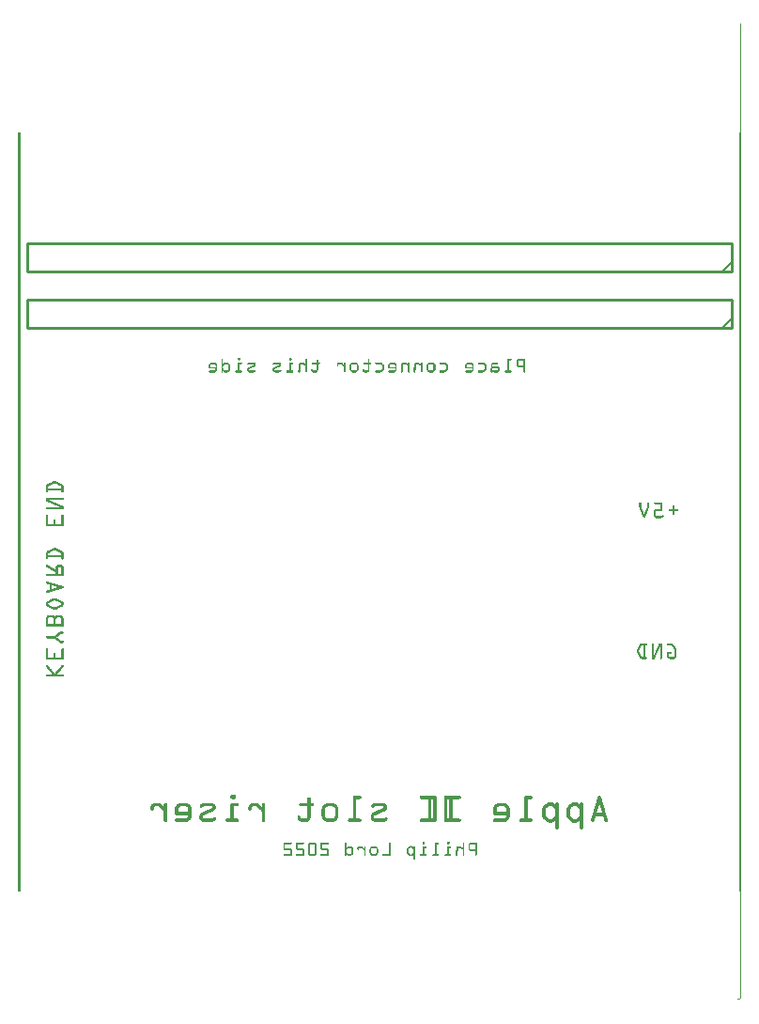
<source format=gbo>
G04 MADE WITH FRITZING*
G04 WWW.FRITZING.ORG*
G04 DOUBLE SIDED*
G04 HOLES PLATED*
G04 CONTOUR ON CENTER OF CONTOUR VECTOR*
%ASAXBY*%
%FSLAX23Y23*%
%MOIN*%
%OFA0B0*%
%SFA1.0B1.0*%
%ADD10C,0.010000*%
%ADD11C,0.005000*%
%ADD12R,0.001000X0.001000*%
%LNSILK0*%
G90*
G70*
G54D10*
X2532Y2582D02*
X32Y2582D01*
D02*
X32Y2582D02*
X32Y2682D01*
D02*
X32Y2682D02*
X2532Y2682D01*
D02*
X2532Y2682D02*
X2532Y2582D01*
G54D11*
D02*
X2497Y2582D02*
X2532Y2617D01*
G54D10*
D02*
X2532Y2382D02*
X32Y2382D01*
D02*
X32Y2382D02*
X32Y2482D01*
D02*
X32Y2482D02*
X2532Y2482D01*
D02*
X2532Y2482D02*
X2532Y2382D01*
G54D11*
D02*
X2497Y2382D02*
X2532Y2417D01*
G54D12*
X2562Y3461D02*
X2565Y3461D01*
X2562Y3460D02*
X2565Y3460D01*
X2562Y3459D02*
X2565Y3459D01*
X2562Y3458D02*
X2565Y3458D01*
X2562Y3457D02*
X2565Y3457D01*
X2562Y3456D02*
X2565Y3456D01*
X2562Y3455D02*
X2565Y3455D01*
X2562Y3454D02*
X2565Y3454D01*
X2562Y3453D02*
X2565Y3453D01*
X2562Y3452D02*
X2565Y3452D01*
X2562Y3451D02*
X2565Y3451D01*
X2562Y3450D02*
X2565Y3450D01*
X2562Y3449D02*
X2565Y3449D01*
X2562Y3448D02*
X2565Y3448D01*
X2562Y3447D02*
X2565Y3447D01*
X2562Y3446D02*
X2565Y3446D01*
X2562Y3445D02*
X2565Y3445D01*
X2562Y3444D02*
X2565Y3444D01*
X2562Y3443D02*
X2565Y3443D01*
X2562Y3442D02*
X2565Y3442D01*
X2562Y3441D02*
X2565Y3441D01*
X2562Y3440D02*
X2565Y3440D01*
X2562Y3439D02*
X2565Y3439D01*
X2562Y3438D02*
X2565Y3438D01*
X2562Y3437D02*
X2565Y3437D01*
X2562Y3436D02*
X2565Y3436D01*
X2562Y3435D02*
X2565Y3435D01*
X2562Y3434D02*
X2565Y3434D01*
X2562Y3433D02*
X2565Y3433D01*
X2562Y3432D02*
X2565Y3432D01*
X2562Y3431D02*
X2565Y3431D01*
X2562Y3430D02*
X2565Y3430D01*
X2562Y3429D02*
X2565Y3429D01*
X2562Y3428D02*
X2565Y3428D01*
X2562Y3427D02*
X2565Y3427D01*
X2562Y3426D02*
X2565Y3426D01*
X2562Y3425D02*
X2565Y3425D01*
X2562Y3424D02*
X2565Y3424D01*
X2562Y3423D02*
X2565Y3423D01*
X2562Y3422D02*
X2565Y3422D01*
X2562Y3421D02*
X2565Y3421D01*
X2562Y3420D02*
X2565Y3420D01*
X2562Y3419D02*
X2565Y3419D01*
X2562Y3418D02*
X2565Y3418D01*
X2562Y3417D02*
X2565Y3417D01*
X2562Y3416D02*
X2565Y3416D01*
X2562Y3415D02*
X2565Y3415D01*
X2562Y3414D02*
X2565Y3414D01*
X2562Y3413D02*
X2565Y3413D01*
X2562Y3412D02*
X2565Y3412D01*
X2562Y3411D02*
X2565Y3411D01*
X2562Y3410D02*
X2565Y3410D01*
X2562Y3409D02*
X2565Y3409D01*
X2562Y3408D02*
X2565Y3408D01*
X2562Y3407D02*
X2565Y3407D01*
X2562Y3406D02*
X2565Y3406D01*
X2562Y3405D02*
X2565Y3405D01*
X2562Y3404D02*
X2565Y3404D01*
X2562Y3403D02*
X2565Y3403D01*
X2562Y3402D02*
X2565Y3402D01*
X2562Y3401D02*
X2565Y3401D01*
X2562Y3400D02*
X2565Y3400D01*
X2562Y3399D02*
X2565Y3399D01*
X2562Y3398D02*
X2565Y3398D01*
X2562Y3397D02*
X2565Y3397D01*
X2562Y3396D02*
X2565Y3396D01*
X2562Y3395D02*
X2565Y3395D01*
X2562Y3394D02*
X2565Y3394D01*
X2562Y3393D02*
X2565Y3393D01*
X2562Y3392D02*
X2565Y3392D01*
X2562Y3391D02*
X2565Y3391D01*
X2562Y3390D02*
X2565Y3390D01*
X2562Y3389D02*
X2565Y3389D01*
X2562Y3388D02*
X2565Y3388D01*
X2562Y3387D02*
X2565Y3387D01*
X2562Y3386D02*
X2565Y3386D01*
X2562Y3385D02*
X2565Y3385D01*
X2562Y3384D02*
X2565Y3384D01*
X2562Y3383D02*
X2565Y3383D01*
X2562Y3382D02*
X2565Y3382D01*
X2562Y3381D02*
X2565Y3381D01*
X2562Y3380D02*
X2565Y3380D01*
X2562Y3379D02*
X2565Y3379D01*
X2562Y3378D02*
X2565Y3378D01*
X2562Y3377D02*
X2565Y3377D01*
X2562Y3376D02*
X2565Y3376D01*
X2562Y3375D02*
X2565Y3375D01*
X2562Y3374D02*
X2565Y3374D01*
X2562Y3373D02*
X2565Y3373D01*
X2562Y3372D02*
X2565Y3372D01*
X2562Y3371D02*
X2565Y3371D01*
X2562Y3370D02*
X2565Y3370D01*
X2562Y3369D02*
X2565Y3369D01*
X2562Y3368D02*
X2565Y3368D01*
X2562Y3367D02*
X2565Y3367D01*
X2562Y3366D02*
X2565Y3366D01*
X2562Y3365D02*
X2565Y3365D01*
X2562Y3364D02*
X2565Y3364D01*
X2562Y3363D02*
X2565Y3363D01*
X2562Y3362D02*
X2565Y3362D01*
X2562Y3361D02*
X2565Y3361D01*
X2562Y3360D02*
X2565Y3360D01*
X2562Y3359D02*
X2565Y3359D01*
X2562Y3358D02*
X2565Y3358D01*
X2562Y3357D02*
X2565Y3357D01*
X2562Y3356D02*
X2565Y3356D01*
X2562Y3355D02*
X2565Y3355D01*
X2562Y3354D02*
X2565Y3354D01*
X2562Y3353D02*
X2565Y3353D01*
X2562Y3352D02*
X2565Y3352D01*
X2562Y3351D02*
X2565Y3351D01*
X2562Y3350D02*
X2565Y3350D01*
X2562Y3349D02*
X2565Y3349D01*
X2562Y3348D02*
X2565Y3348D01*
X2562Y3347D02*
X2565Y3347D01*
X2562Y3346D02*
X2565Y3346D01*
X2562Y3345D02*
X2565Y3345D01*
X2562Y3344D02*
X2565Y3344D01*
X2562Y3343D02*
X2565Y3343D01*
X2562Y3342D02*
X2565Y3342D01*
X2562Y3341D02*
X2565Y3341D01*
X2562Y3340D02*
X2565Y3340D01*
X2562Y3339D02*
X2565Y3339D01*
X2562Y3338D02*
X2565Y3338D01*
X2562Y3337D02*
X2565Y3337D01*
X2562Y3336D02*
X2565Y3336D01*
X2562Y3335D02*
X2565Y3335D01*
X2562Y3334D02*
X2565Y3334D01*
X2562Y3333D02*
X2565Y3333D01*
X2562Y3332D02*
X2565Y3332D01*
X2562Y3331D02*
X2565Y3331D01*
X2562Y3330D02*
X2565Y3330D01*
X2562Y3329D02*
X2565Y3329D01*
X2562Y3328D02*
X2565Y3328D01*
X2562Y3327D02*
X2565Y3327D01*
X2562Y3326D02*
X2565Y3326D01*
X2562Y3325D02*
X2565Y3325D01*
X2562Y3324D02*
X2565Y3324D01*
X2562Y3323D02*
X2565Y3323D01*
X2562Y3322D02*
X2565Y3322D01*
X2562Y3321D02*
X2565Y3321D01*
X2562Y3320D02*
X2565Y3320D01*
X2562Y3319D02*
X2565Y3319D01*
X2562Y3318D02*
X2565Y3318D01*
X2562Y3317D02*
X2565Y3317D01*
X2562Y3316D02*
X2565Y3316D01*
X2562Y3315D02*
X2565Y3315D01*
X2562Y3314D02*
X2565Y3314D01*
X2562Y3313D02*
X2565Y3313D01*
X2562Y3312D02*
X2565Y3312D01*
X2562Y3311D02*
X2565Y3311D01*
X2562Y3310D02*
X2565Y3310D01*
X2562Y3309D02*
X2565Y3309D01*
X2562Y3308D02*
X2565Y3308D01*
X2562Y3307D02*
X2565Y3307D01*
X2562Y3306D02*
X2565Y3306D01*
X2562Y3305D02*
X2565Y3305D01*
X2562Y3304D02*
X2565Y3304D01*
X2562Y3303D02*
X2565Y3303D01*
X2562Y3302D02*
X2565Y3302D01*
X2562Y3301D02*
X2565Y3301D01*
X2562Y3300D02*
X2565Y3300D01*
X2562Y3299D02*
X2565Y3299D01*
X2562Y3298D02*
X2565Y3298D01*
X2562Y3297D02*
X2565Y3297D01*
X2562Y3296D02*
X2565Y3296D01*
X2562Y3295D02*
X2565Y3295D01*
X2562Y3294D02*
X2565Y3294D01*
X2562Y3293D02*
X2565Y3293D01*
X2562Y3292D02*
X2565Y3292D01*
X2562Y3291D02*
X2565Y3291D01*
X2562Y3290D02*
X2565Y3290D01*
X2562Y3289D02*
X2565Y3289D01*
X2562Y3288D02*
X2565Y3288D01*
X2562Y3287D02*
X2565Y3287D01*
X2562Y3286D02*
X2565Y3286D01*
X2562Y3285D02*
X2565Y3285D01*
X2562Y3284D02*
X2565Y3284D01*
X2562Y3283D02*
X2565Y3283D01*
X2562Y3282D02*
X2565Y3282D01*
X2562Y3281D02*
X2565Y3281D01*
X2562Y3280D02*
X2565Y3280D01*
X2562Y3279D02*
X2565Y3279D01*
X2562Y3278D02*
X2565Y3278D01*
X2562Y3277D02*
X2565Y3277D01*
X2562Y3276D02*
X2565Y3276D01*
X2562Y3275D02*
X2565Y3275D01*
X2562Y3274D02*
X2565Y3274D01*
X2562Y3273D02*
X2565Y3273D01*
X2562Y3272D02*
X2565Y3272D01*
X2562Y3271D02*
X2565Y3271D01*
X2562Y3270D02*
X2565Y3270D01*
X2562Y3269D02*
X2565Y3269D01*
X2562Y3268D02*
X2565Y3268D01*
X2562Y3267D02*
X2565Y3267D01*
X2562Y3266D02*
X2565Y3266D01*
X2562Y3265D02*
X2565Y3265D01*
X2562Y3264D02*
X2565Y3264D01*
X2562Y3263D02*
X2565Y3263D01*
X2562Y3262D02*
X2565Y3262D01*
X2562Y3261D02*
X2565Y3261D01*
X2562Y3260D02*
X2565Y3260D01*
X2562Y3259D02*
X2565Y3259D01*
X2562Y3258D02*
X2565Y3258D01*
X2562Y3257D02*
X2565Y3257D01*
X2562Y3256D02*
X2565Y3256D01*
X2562Y3255D02*
X2565Y3255D01*
X2562Y3254D02*
X2565Y3254D01*
X2562Y3253D02*
X2565Y3253D01*
X2562Y3252D02*
X2565Y3252D01*
X2562Y3251D02*
X2565Y3251D01*
X2562Y3250D02*
X2565Y3250D01*
X2562Y3249D02*
X2565Y3249D01*
X2562Y3248D02*
X2565Y3248D01*
X2562Y3247D02*
X2565Y3247D01*
X2562Y3246D02*
X2565Y3246D01*
X2562Y3245D02*
X2565Y3245D01*
X2562Y3244D02*
X2565Y3244D01*
X2562Y3243D02*
X2565Y3243D01*
X2562Y3242D02*
X2565Y3242D01*
X2562Y3241D02*
X2565Y3241D01*
X2562Y3240D02*
X2565Y3240D01*
X2562Y3239D02*
X2565Y3239D01*
X2562Y3238D02*
X2565Y3238D01*
X2562Y3237D02*
X2565Y3237D01*
X2562Y3236D02*
X2565Y3236D01*
X2562Y3235D02*
X2565Y3235D01*
X2562Y3234D02*
X2565Y3234D01*
X2562Y3233D02*
X2565Y3233D01*
X2562Y3232D02*
X2565Y3232D01*
X2562Y3231D02*
X2565Y3231D01*
X2562Y3230D02*
X2565Y3230D01*
X2562Y3229D02*
X2565Y3229D01*
X2562Y3228D02*
X2565Y3228D01*
X2562Y3227D02*
X2565Y3227D01*
X2562Y3226D02*
X2565Y3226D01*
X2562Y3225D02*
X2565Y3225D01*
X2562Y3224D02*
X2565Y3224D01*
X2562Y3223D02*
X2565Y3223D01*
X2562Y3222D02*
X2565Y3222D01*
X2562Y3221D02*
X2565Y3221D01*
X2562Y3220D02*
X2565Y3220D01*
X2562Y3219D02*
X2565Y3219D01*
X2562Y3218D02*
X2565Y3218D01*
X2562Y3217D02*
X2565Y3217D01*
X2562Y3216D02*
X2565Y3216D01*
X2562Y3215D02*
X2565Y3215D01*
X2562Y3214D02*
X2565Y3214D01*
X2562Y3213D02*
X2565Y3213D01*
X2562Y3212D02*
X2565Y3212D01*
X2562Y3211D02*
X2565Y3211D01*
X2562Y3210D02*
X2565Y3210D01*
X2562Y3209D02*
X2565Y3209D01*
X2562Y3208D02*
X2565Y3208D01*
X2562Y3207D02*
X2565Y3207D01*
X2562Y3206D02*
X2565Y3206D01*
X2562Y3205D02*
X2565Y3205D01*
X2562Y3204D02*
X2565Y3204D01*
X2562Y3203D02*
X2565Y3203D01*
X2562Y3202D02*
X2565Y3202D01*
X2562Y3201D02*
X2565Y3201D01*
X2562Y3200D02*
X2565Y3200D01*
X2562Y3199D02*
X2565Y3199D01*
X2562Y3198D02*
X2565Y3198D01*
X2562Y3197D02*
X2565Y3197D01*
X2562Y3196D02*
X2565Y3196D01*
X2562Y3195D02*
X2565Y3195D01*
X2562Y3194D02*
X2565Y3194D01*
X2562Y3193D02*
X2565Y3193D01*
X2562Y3192D02*
X2565Y3192D01*
X2562Y3191D02*
X2565Y3191D01*
X2562Y3190D02*
X2565Y3190D01*
X2562Y3189D02*
X2565Y3189D01*
X2562Y3188D02*
X2565Y3188D01*
X2562Y3187D02*
X2565Y3187D01*
X2562Y3186D02*
X2565Y3186D01*
X2562Y3185D02*
X2565Y3185D01*
X2562Y3184D02*
X2565Y3184D01*
X2562Y3183D02*
X2565Y3183D01*
X2562Y3182D02*
X2565Y3182D01*
X2562Y3181D02*
X2565Y3181D01*
X2562Y3180D02*
X2565Y3180D01*
X2562Y3179D02*
X2565Y3179D01*
X2562Y3178D02*
X2565Y3178D01*
X2562Y3177D02*
X2565Y3177D01*
X2562Y3176D02*
X2565Y3176D01*
X2562Y3175D02*
X2565Y3175D01*
X2562Y3174D02*
X2565Y3174D01*
X2562Y3173D02*
X2565Y3173D01*
X2562Y3172D02*
X2565Y3172D01*
X2562Y3171D02*
X2565Y3171D01*
X2562Y3170D02*
X2565Y3170D01*
X2562Y3169D02*
X2565Y3169D01*
X2562Y3168D02*
X2565Y3168D01*
X2562Y3167D02*
X2565Y3167D01*
X2562Y3166D02*
X2565Y3166D01*
X2562Y3165D02*
X2565Y3165D01*
X2562Y3164D02*
X2565Y3164D01*
X2562Y3163D02*
X2565Y3163D01*
X2562Y3162D02*
X2565Y3162D01*
X2562Y3161D02*
X2565Y3161D01*
X2562Y3160D02*
X2565Y3160D01*
X2562Y3159D02*
X2565Y3159D01*
X2562Y3158D02*
X2565Y3158D01*
X2562Y3157D02*
X2565Y3157D01*
X2562Y3156D02*
X2565Y3156D01*
X2562Y3155D02*
X2565Y3155D01*
X2562Y3154D02*
X2565Y3154D01*
X2562Y3153D02*
X2565Y3153D01*
X2562Y3152D02*
X2565Y3152D01*
X2562Y3151D02*
X2565Y3151D01*
X2562Y3150D02*
X2565Y3150D01*
X2562Y3149D02*
X2565Y3149D01*
X2562Y3148D02*
X2565Y3148D01*
X2562Y3147D02*
X2565Y3147D01*
X2562Y3146D02*
X2565Y3146D01*
X2562Y3145D02*
X2565Y3145D01*
X2562Y3144D02*
X2565Y3144D01*
X2562Y3143D02*
X2565Y3143D01*
X2562Y3142D02*
X2565Y3142D01*
X2562Y3141D02*
X2565Y3141D01*
X2562Y3140D02*
X2565Y3140D01*
X2562Y3139D02*
X2565Y3139D01*
X2562Y3138D02*
X2565Y3138D01*
X2562Y3137D02*
X2565Y3137D01*
X2562Y3136D02*
X2565Y3136D01*
X2562Y3135D02*
X2565Y3135D01*
X2562Y3134D02*
X2565Y3134D01*
X2562Y3133D02*
X2565Y3133D01*
X2562Y3132D02*
X2565Y3132D01*
X2562Y3131D02*
X2565Y3131D01*
X2562Y3130D02*
X2565Y3130D01*
X2562Y3129D02*
X2565Y3129D01*
X2562Y3128D02*
X2565Y3128D01*
X2562Y3127D02*
X2565Y3127D01*
X2562Y3126D02*
X2565Y3126D01*
X2562Y3125D02*
X2565Y3125D01*
X2562Y3124D02*
X2565Y3124D01*
X2562Y3123D02*
X2565Y3123D01*
X2562Y3122D02*
X2565Y3122D01*
X2562Y3121D02*
X2565Y3121D01*
X2562Y3120D02*
X2565Y3120D01*
X2562Y3119D02*
X2565Y3119D01*
X2562Y3118D02*
X2565Y3118D01*
X2562Y3117D02*
X2565Y3117D01*
X2562Y3116D02*
X2565Y3116D01*
X2562Y3115D02*
X2565Y3115D01*
X2562Y3114D02*
X2565Y3114D01*
X2562Y3113D02*
X2565Y3113D01*
X2562Y3112D02*
X2565Y3112D01*
X2562Y3111D02*
X2565Y3111D01*
X2562Y3110D02*
X2565Y3110D01*
X2562Y3109D02*
X2565Y3109D01*
X2562Y3108D02*
X2565Y3108D01*
X2562Y3107D02*
X2565Y3107D01*
X2562Y3106D02*
X2565Y3106D01*
X2562Y3105D02*
X2565Y3105D01*
X2562Y3104D02*
X2565Y3104D01*
X2562Y3103D02*
X2565Y3103D01*
X2562Y3102D02*
X2565Y3102D01*
X2562Y3101D02*
X2565Y3101D01*
X2562Y3100D02*
X2565Y3100D01*
X2562Y3099D02*
X2565Y3099D01*
X2562Y3098D02*
X2565Y3098D01*
X2562Y3097D02*
X2565Y3097D01*
X2562Y3096D02*
X2565Y3096D01*
X2562Y3095D02*
X2565Y3095D01*
X2562Y3094D02*
X2565Y3094D01*
X2562Y3093D02*
X2565Y3093D01*
X2562Y3092D02*
X2565Y3092D01*
X2562Y3091D02*
X2565Y3091D01*
X2562Y3090D02*
X2565Y3090D01*
X2562Y3089D02*
X2565Y3089D01*
X2562Y3088D02*
X2565Y3088D01*
X2562Y3087D02*
X2565Y3087D01*
X2562Y3086D02*
X2565Y3086D01*
X2562Y3085D02*
X2565Y3085D01*
X2562Y3084D02*
X2565Y3084D01*
X2562Y3083D02*
X2565Y3083D01*
X2562Y3082D02*
X2565Y3082D01*
X2562Y3081D02*
X2565Y3081D01*
X2562Y3080D02*
X2565Y3080D01*
X2562Y3079D02*
X2565Y3079D01*
X2562Y3078D02*
X2565Y3078D01*
X0Y3077D02*
X7Y3077D01*
X2558Y3077D02*
X2565Y3077D01*
X0Y3076D02*
X7Y3076D01*
X2558Y3076D02*
X2565Y3076D01*
X0Y3075D02*
X7Y3075D01*
X2558Y3075D02*
X2565Y3075D01*
X0Y3074D02*
X7Y3074D01*
X2558Y3074D02*
X2565Y3074D01*
X0Y3073D02*
X7Y3073D01*
X2558Y3073D02*
X2565Y3073D01*
X0Y3072D02*
X7Y3072D01*
X2558Y3072D02*
X2565Y3072D01*
X0Y3071D02*
X7Y3071D01*
X2558Y3071D02*
X2565Y3071D01*
X0Y3070D02*
X7Y3070D01*
X2558Y3070D02*
X2565Y3070D01*
X0Y3069D02*
X7Y3069D01*
X2558Y3069D02*
X2565Y3069D01*
X0Y3068D02*
X7Y3068D01*
X2558Y3068D02*
X2565Y3068D01*
X0Y3067D02*
X7Y3067D01*
X2558Y3067D02*
X2565Y3067D01*
X0Y3066D02*
X7Y3066D01*
X2558Y3066D02*
X2565Y3066D01*
X0Y3065D02*
X7Y3065D01*
X2558Y3065D02*
X2565Y3065D01*
X0Y3064D02*
X7Y3064D01*
X2558Y3064D02*
X2565Y3064D01*
X0Y3063D02*
X7Y3063D01*
X2558Y3063D02*
X2565Y3063D01*
X0Y3062D02*
X7Y3062D01*
X2558Y3062D02*
X2565Y3062D01*
X0Y3061D02*
X7Y3061D01*
X2558Y3061D02*
X2565Y3061D01*
X0Y3060D02*
X7Y3060D01*
X2558Y3060D02*
X2565Y3060D01*
X0Y3059D02*
X7Y3059D01*
X2558Y3059D02*
X2565Y3059D01*
X0Y3058D02*
X7Y3058D01*
X2558Y3058D02*
X2565Y3058D01*
X0Y3057D02*
X7Y3057D01*
X2558Y3057D02*
X2565Y3057D01*
X0Y3056D02*
X7Y3056D01*
X2558Y3056D02*
X2565Y3056D01*
X0Y3055D02*
X7Y3055D01*
X2558Y3055D02*
X2565Y3055D01*
X0Y3054D02*
X7Y3054D01*
X2558Y3054D02*
X2565Y3054D01*
X0Y3053D02*
X7Y3053D01*
X2558Y3053D02*
X2565Y3053D01*
X0Y3052D02*
X7Y3052D01*
X2558Y3052D02*
X2565Y3052D01*
X0Y3051D02*
X7Y3051D01*
X2558Y3051D02*
X2565Y3051D01*
X0Y3050D02*
X7Y3050D01*
X2558Y3050D02*
X2565Y3050D01*
X0Y3049D02*
X7Y3049D01*
X2558Y3049D02*
X2565Y3049D01*
X0Y3048D02*
X7Y3048D01*
X2558Y3048D02*
X2565Y3048D01*
X0Y3047D02*
X7Y3047D01*
X2558Y3047D02*
X2565Y3047D01*
X0Y3046D02*
X7Y3046D01*
X2558Y3046D02*
X2565Y3046D01*
X0Y3045D02*
X7Y3045D01*
X2558Y3045D02*
X2565Y3045D01*
X0Y3044D02*
X7Y3044D01*
X2558Y3044D02*
X2565Y3044D01*
X0Y3043D02*
X7Y3043D01*
X2558Y3043D02*
X2565Y3043D01*
X0Y3042D02*
X7Y3042D01*
X2558Y3042D02*
X2565Y3042D01*
X0Y3041D02*
X7Y3041D01*
X2558Y3041D02*
X2565Y3041D01*
X0Y3040D02*
X7Y3040D01*
X2558Y3040D02*
X2565Y3040D01*
X0Y3039D02*
X7Y3039D01*
X2558Y3039D02*
X2565Y3039D01*
X0Y3038D02*
X7Y3038D01*
X2558Y3038D02*
X2565Y3038D01*
X0Y3037D02*
X7Y3037D01*
X2558Y3037D02*
X2565Y3037D01*
X0Y3036D02*
X7Y3036D01*
X2558Y3036D02*
X2565Y3036D01*
X0Y3035D02*
X7Y3035D01*
X2558Y3035D02*
X2565Y3035D01*
X0Y3034D02*
X7Y3034D01*
X2558Y3034D02*
X2565Y3034D01*
X0Y3033D02*
X7Y3033D01*
X2558Y3033D02*
X2565Y3033D01*
X0Y3032D02*
X7Y3032D01*
X2558Y3032D02*
X2565Y3032D01*
X0Y3031D02*
X7Y3031D01*
X2558Y3031D02*
X2565Y3031D01*
X0Y3030D02*
X7Y3030D01*
X2558Y3030D02*
X2565Y3030D01*
X0Y3029D02*
X7Y3029D01*
X2558Y3029D02*
X2565Y3029D01*
X0Y3028D02*
X7Y3028D01*
X2558Y3028D02*
X2565Y3028D01*
X0Y3027D02*
X7Y3027D01*
X2558Y3027D02*
X2565Y3027D01*
X0Y3026D02*
X7Y3026D01*
X2558Y3026D02*
X2565Y3026D01*
X0Y3025D02*
X7Y3025D01*
X2558Y3025D02*
X2565Y3025D01*
X0Y3024D02*
X7Y3024D01*
X2558Y3024D02*
X2565Y3024D01*
X0Y3023D02*
X7Y3023D01*
X2558Y3023D02*
X2565Y3023D01*
X0Y3022D02*
X7Y3022D01*
X2558Y3022D02*
X2565Y3022D01*
X0Y3021D02*
X7Y3021D01*
X2558Y3021D02*
X2565Y3021D01*
X0Y3020D02*
X7Y3020D01*
X2558Y3020D02*
X2565Y3020D01*
X0Y3019D02*
X7Y3019D01*
X2558Y3019D02*
X2565Y3019D01*
X0Y3018D02*
X7Y3018D01*
X2558Y3018D02*
X2565Y3018D01*
X0Y3017D02*
X7Y3017D01*
X2558Y3017D02*
X2565Y3017D01*
X0Y3016D02*
X7Y3016D01*
X2558Y3016D02*
X2565Y3016D01*
X0Y3015D02*
X7Y3015D01*
X2558Y3015D02*
X2565Y3015D01*
X0Y3014D02*
X7Y3014D01*
X2558Y3014D02*
X2565Y3014D01*
X0Y3013D02*
X7Y3013D01*
X2558Y3013D02*
X2565Y3013D01*
X0Y3012D02*
X7Y3012D01*
X2558Y3012D02*
X2565Y3012D01*
X0Y3011D02*
X7Y3011D01*
X2558Y3011D02*
X2565Y3011D01*
X0Y3010D02*
X7Y3010D01*
X2558Y3010D02*
X2565Y3010D01*
X0Y3009D02*
X7Y3009D01*
X2558Y3009D02*
X2565Y3009D01*
X0Y3008D02*
X7Y3008D01*
X2558Y3008D02*
X2565Y3008D01*
X0Y3007D02*
X7Y3007D01*
X2558Y3007D02*
X2565Y3007D01*
X0Y3006D02*
X7Y3006D01*
X2558Y3006D02*
X2565Y3006D01*
X0Y3005D02*
X7Y3005D01*
X2558Y3005D02*
X2565Y3005D01*
X0Y3004D02*
X7Y3004D01*
X2558Y3004D02*
X2565Y3004D01*
X0Y3003D02*
X7Y3003D01*
X2558Y3003D02*
X2565Y3003D01*
X0Y3002D02*
X7Y3002D01*
X2558Y3002D02*
X2565Y3002D01*
X0Y3001D02*
X7Y3001D01*
X2558Y3001D02*
X2565Y3001D01*
X0Y3000D02*
X7Y3000D01*
X2558Y3000D02*
X2565Y3000D01*
X0Y2999D02*
X7Y2999D01*
X2558Y2999D02*
X2565Y2999D01*
X0Y2998D02*
X7Y2998D01*
X2558Y2998D02*
X2565Y2998D01*
X0Y2997D02*
X7Y2997D01*
X2558Y2997D02*
X2565Y2997D01*
X0Y2996D02*
X7Y2996D01*
X2558Y2996D02*
X2565Y2996D01*
X0Y2995D02*
X7Y2995D01*
X2558Y2995D02*
X2565Y2995D01*
X0Y2994D02*
X7Y2994D01*
X2558Y2994D02*
X2565Y2994D01*
X0Y2993D02*
X7Y2993D01*
X2558Y2993D02*
X2565Y2993D01*
X0Y2992D02*
X7Y2992D01*
X2558Y2992D02*
X2565Y2992D01*
X0Y2991D02*
X7Y2991D01*
X2558Y2991D02*
X2565Y2991D01*
X0Y2990D02*
X7Y2990D01*
X2558Y2990D02*
X2565Y2990D01*
X0Y2989D02*
X7Y2989D01*
X2558Y2989D02*
X2565Y2989D01*
X0Y2988D02*
X7Y2988D01*
X2558Y2988D02*
X2565Y2988D01*
X0Y2987D02*
X7Y2987D01*
X2558Y2987D02*
X2565Y2987D01*
X0Y2986D02*
X7Y2986D01*
X2558Y2986D02*
X2565Y2986D01*
X0Y2985D02*
X7Y2985D01*
X2558Y2985D02*
X2565Y2985D01*
X0Y2984D02*
X7Y2984D01*
X2558Y2984D02*
X2565Y2984D01*
X0Y2983D02*
X7Y2983D01*
X2558Y2983D02*
X2565Y2983D01*
X0Y2982D02*
X7Y2982D01*
X2558Y2982D02*
X2565Y2982D01*
X0Y2981D02*
X7Y2981D01*
X2558Y2981D02*
X2565Y2981D01*
X0Y2980D02*
X7Y2980D01*
X2558Y2980D02*
X2565Y2980D01*
X0Y2979D02*
X7Y2979D01*
X2558Y2979D02*
X2565Y2979D01*
X0Y2978D02*
X7Y2978D01*
X2558Y2978D02*
X2565Y2978D01*
X0Y2977D02*
X7Y2977D01*
X2558Y2977D02*
X2565Y2977D01*
X0Y2976D02*
X7Y2976D01*
X2558Y2976D02*
X2565Y2976D01*
X0Y2975D02*
X7Y2975D01*
X2558Y2975D02*
X2565Y2975D01*
X0Y2974D02*
X7Y2974D01*
X2558Y2974D02*
X2565Y2974D01*
X0Y2973D02*
X7Y2973D01*
X2558Y2973D02*
X2565Y2973D01*
X0Y2972D02*
X7Y2972D01*
X2558Y2972D02*
X2565Y2972D01*
X0Y2971D02*
X7Y2971D01*
X2558Y2971D02*
X2565Y2971D01*
X0Y2970D02*
X7Y2970D01*
X2558Y2970D02*
X2565Y2970D01*
X0Y2969D02*
X7Y2969D01*
X2558Y2969D02*
X2565Y2969D01*
X0Y2968D02*
X7Y2968D01*
X2558Y2968D02*
X2565Y2968D01*
X0Y2967D02*
X7Y2967D01*
X2558Y2967D02*
X2565Y2967D01*
X0Y2966D02*
X7Y2966D01*
X2558Y2966D02*
X2565Y2966D01*
X0Y2965D02*
X7Y2965D01*
X2558Y2965D02*
X2565Y2965D01*
X0Y2964D02*
X7Y2964D01*
X2558Y2964D02*
X2565Y2964D01*
X0Y2963D02*
X7Y2963D01*
X2558Y2963D02*
X2565Y2963D01*
X0Y2962D02*
X7Y2962D01*
X2558Y2962D02*
X2565Y2962D01*
X0Y2961D02*
X7Y2961D01*
X2558Y2961D02*
X2565Y2961D01*
X0Y2960D02*
X7Y2960D01*
X2558Y2960D02*
X2565Y2960D01*
X0Y2959D02*
X7Y2959D01*
X2558Y2959D02*
X2565Y2959D01*
X0Y2958D02*
X7Y2958D01*
X2558Y2958D02*
X2565Y2958D01*
X0Y2957D02*
X7Y2957D01*
X2558Y2957D02*
X2565Y2957D01*
X0Y2956D02*
X7Y2956D01*
X2558Y2956D02*
X2565Y2956D01*
X0Y2955D02*
X7Y2955D01*
X2558Y2955D02*
X2565Y2955D01*
X0Y2954D02*
X7Y2954D01*
X2558Y2954D02*
X2565Y2954D01*
X0Y2953D02*
X7Y2953D01*
X2558Y2953D02*
X2565Y2953D01*
X0Y2952D02*
X7Y2952D01*
X2558Y2952D02*
X2565Y2952D01*
X0Y2951D02*
X7Y2951D01*
X2558Y2951D02*
X2565Y2951D01*
X0Y2950D02*
X7Y2950D01*
X2558Y2950D02*
X2565Y2950D01*
X0Y2949D02*
X7Y2949D01*
X2558Y2949D02*
X2565Y2949D01*
X0Y2948D02*
X7Y2948D01*
X2558Y2948D02*
X2565Y2948D01*
X0Y2947D02*
X7Y2947D01*
X2558Y2947D02*
X2565Y2947D01*
X0Y2946D02*
X7Y2946D01*
X2558Y2946D02*
X2565Y2946D01*
X0Y2945D02*
X7Y2945D01*
X2558Y2945D02*
X2565Y2945D01*
X0Y2944D02*
X7Y2944D01*
X2558Y2944D02*
X2565Y2944D01*
X0Y2943D02*
X7Y2943D01*
X2558Y2943D02*
X2565Y2943D01*
X0Y2942D02*
X7Y2942D01*
X2558Y2942D02*
X2565Y2942D01*
X0Y2941D02*
X7Y2941D01*
X2558Y2941D02*
X2565Y2941D01*
X0Y2940D02*
X7Y2940D01*
X2558Y2940D02*
X2565Y2940D01*
X0Y2939D02*
X7Y2939D01*
X2558Y2939D02*
X2565Y2939D01*
X0Y2938D02*
X7Y2938D01*
X2558Y2938D02*
X2565Y2938D01*
X0Y2937D02*
X7Y2937D01*
X2558Y2937D02*
X2565Y2937D01*
X0Y2936D02*
X7Y2936D01*
X2558Y2936D02*
X2565Y2936D01*
X0Y2935D02*
X7Y2935D01*
X2558Y2935D02*
X2565Y2935D01*
X0Y2934D02*
X7Y2934D01*
X2558Y2934D02*
X2565Y2934D01*
X0Y2933D02*
X7Y2933D01*
X2558Y2933D02*
X2565Y2933D01*
X0Y2932D02*
X7Y2932D01*
X2558Y2932D02*
X2565Y2932D01*
X0Y2931D02*
X7Y2931D01*
X2558Y2931D02*
X2565Y2931D01*
X0Y2930D02*
X7Y2930D01*
X2558Y2930D02*
X2565Y2930D01*
X0Y2929D02*
X7Y2929D01*
X2558Y2929D02*
X2565Y2929D01*
X0Y2928D02*
X7Y2928D01*
X2558Y2928D02*
X2565Y2928D01*
X0Y2927D02*
X7Y2927D01*
X2558Y2927D02*
X2565Y2927D01*
X0Y2926D02*
X7Y2926D01*
X2558Y2926D02*
X2565Y2926D01*
X0Y2925D02*
X7Y2925D01*
X2558Y2925D02*
X2565Y2925D01*
X0Y2924D02*
X7Y2924D01*
X2558Y2924D02*
X2565Y2924D01*
X0Y2923D02*
X7Y2923D01*
X2558Y2923D02*
X2565Y2923D01*
X0Y2922D02*
X7Y2922D01*
X2558Y2922D02*
X2565Y2922D01*
X0Y2921D02*
X7Y2921D01*
X2558Y2921D02*
X2565Y2921D01*
X0Y2920D02*
X7Y2920D01*
X2558Y2920D02*
X2565Y2920D01*
X0Y2919D02*
X7Y2919D01*
X2558Y2919D02*
X2565Y2919D01*
X0Y2918D02*
X7Y2918D01*
X2558Y2918D02*
X2565Y2918D01*
X0Y2917D02*
X7Y2917D01*
X2558Y2917D02*
X2565Y2917D01*
X0Y2916D02*
X7Y2916D01*
X2558Y2916D02*
X2565Y2916D01*
X0Y2915D02*
X7Y2915D01*
X2558Y2915D02*
X2565Y2915D01*
X0Y2914D02*
X7Y2914D01*
X2558Y2914D02*
X2565Y2914D01*
X0Y2913D02*
X7Y2913D01*
X2558Y2913D02*
X2565Y2913D01*
X0Y2912D02*
X7Y2912D01*
X2558Y2912D02*
X2565Y2912D01*
X0Y2911D02*
X7Y2911D01*
X2558Y2911D02*
X2565Y2911D01*
X0Y2910D02*
X7Y2910D01*
X2558Y2910D02*
X2565Y2910D01*
X0Y2909D02*
X7Y2909D01*
X2558Y2909D02*
X2565Y2909D01*
X0Y2908D02*
X7Y2908D01*
X2558Y2908D02*
X2565Y2908D01*
X0Y2907D02*
X7Y2907D01*
X2558Y2907D02*
X2565Y2907D01*
X0Y2906D02*
X7Y2906D01*
X2558Y2906D02*
X2565Y2906D01*
X0Y2905D02*
X7Y2905D01*
X2558Y2905D02*
X2565Y2905D01*
X0Y2904D02*
X7Y2904D01*
X2558Y2904D02*
X2565Y2904D01*
X0Y2903D02*
X7Y2903D01*
X2558Y2903D02*
X2565Y2903D01*
X0Y2902D02*
X7Y2902D01*
X2558Y2902D02*
X2565Y2902D01*
X0Y2901D02*
X7Y2901D01*
X2558Y2901D02*
X2565Y2901D01*
X0Y2900D02*
X7Y2900D01*
X2558Y2900D02*
X2565Y2900D01*
X0Y2899D02*
X7Y2899D01*
X2558Y2899D02*
X2565Y2899D01*
X0Y2898D02*
X7Y2898D01*
X2558Y2898D02*
X2565Y2898D01*
X0Y2897D02*
X7Y2897D01*
X2558Y2897D02*
X2565Y2897D01*
X0Y2896D02*
X7Y2896D01*
X2558Y2896D02*
X2565Y2896D01*
X0Y2895D02*
X7Y2895D01*
X2558Y2895D02*
X2565Y2895D01*
X0Y2894D02*
X7Y2894D01*
X2558Y2894D02*
X2565Y2894D01*
X0Y2893D02*
X7Y2893D01*
X2558Y2893D02*
X2565Y2893D01*
X0Y2892D02*
X7Y2892D01*
X2558Y2892D02*
X2565Y2892D01*
X0Y2891D02*
X7Y2891D01*
X2558Y2891D02*
X2565Y2891D01*
X0Y2890D02*
X7Y2890D01*
X2558Y2890D02*
X2565Y2890D01*
X0Y2889D02*
X7Y2889D01*
X2558Y2889D02*
X2565Y2889D01*
X0Y2888D02*
X7Y2888D01*
X2558Y2888D02*
X2565Y2888D01*
X0Y2887D02*
X7Y2887D01*
X2558Y2887D02*
X2565Y2887D01*
X0Y2886D02*
X7Y2886D01*
X2558Y2886D02*
X2565Y2886D01*
X0Y2885D02*
X7Y2885D01*
X2558Y2885D02*
X2565Y2885D01*
X0Y2884D02*
X7Y2884D01*
X2558Y2884D02*
X2565Y2884D01*
X0Y2883D02*
X7Y2883D01*
X2558Y2883D02*
X2565Y2883D01*
X0Y2882D02*
X7Y2882D01*
X2558Y2882D02*
X2565Y2882D01*
X0Y2881D02*
X7Y2881D01*
X2558Y2881D02*
X2565Y2881D01*
X0Y2880D02*
X7Y2880D01*
X2558Y2880D02*
X2565Y2880D01*
X0Y2879D02*
X7Y2879D01*
X2558Y2879D02*
X2565Y2879D01*
X0Y2878D02*
X7Y2878D01*
X2558Y2878D02*
X2565Y2878D01*
X0Y2877D02*
X7Y2877D01*
X2558Y2877D02*
X2565Y2877D01*
X0Y2876D02*
X7Y2876D01*
X2558Y2876D02*
X2565Y2876D01*
X0Y2875D02*
X7Y2875D01*
X2558Y2875D02*
X2565Y2875D01*
X0Y2874D02*
X7Y2874D01*
X2558Y2874D02*
X2565Y2874D01*
X0Y2873D02*
X7Y2873D01*
X2558Y2873D02*
X2565Y2873D01*
X0Y2872D02*
X7Y2872D01*
X2558Y2872D02*
X2565Y2872D01*
X0Y2871D02*
X7Y2871D01*
X2558Y2871D02*
X2565Y2871D01*
X0Y2870D02*
X7Y2870D01*
X2558Y2870D02*
X2565Y2870D01*
X0Y2869D02*
X7Y2869D01*
X2558Y2869D02*
X2565Y2869D01*
X0Y2868D02*
X7Y2868D01*
X2558Y2868D02*
X2565Y2868D01*
X0Y2867D02*
X7Y2867D01*
X2558Y2867D02*
X2565Y2867D01*
X0Y2866D02*
X7Y2866D01*
X2558Y2866D02*
X2565Y2866D01*
X0Y2865D02*
X7Y2865D01*
X2558Y2865D02*
X2565Y2865D01*
X0Y2864D02*
X7Y2864D01*
X2558Y2864D02*
X2565Y2864D01*
X0Y2863D02*
X7Y2863D01*
X2558Y2863D02*
X2565Y2863D01*
X0Y2862D02*
X7Y2862D01*
X2558Y2862D02*
X2565Y2862D01*
X0Y2861D02*
X7Y2861D01*
X2558Y2861D02*
X2565Y2861D01*
X0Y2860D02*
X7Y2860D01*
X2558Y2860D02*
X2565Y2860D01*
X0Y2859D02*
X7Y2859D01*
X2558Y2859D02*
X2565Y2859D01*
X0Y2858D02*
X7Y2858D01*
X2558Y2858D02*
X2565Y2858D01*
X0Y2857D02*
X7Y2857D01*
X2558Y2857D02*
X2565Y2857D01*
X0Y2856D02*
X7Y2856D01*
X2558Y2856D02*
X2565Y2856D01*
X0Y2855D02*
X7Y2855D01*
X2558Y2855D02*
X2565Y2855D01*
X0Y2854D02*
X7Y2854D01*
X2558Y2854D02*
X2565Y2854D01*
X0Y2853D02*
X7Y2853D01*
X2558Y2853D02*
X2565Y2853D01*
X0Y2852D02*
X7Y2852D01*
X2558Y2852D02*
X2565Y2852D01*
X0Y2851D02*
X7Y2851D01*
X2558Y2851D02*
X2565Y2851D01*
X0Y2850D02*
X7Y2850D01*
X2558Y2850D02*
X2565Y2850D01*
X0Y2849D02*
X7Y2849D01*
X2558Y2849D02*
X2565Y2849D01*
X0Y2848D02*
X7Y2848D01*
X2558Y2848D02*
X2565Y2848D01*
X0Y2847D02*
X7Y2847D01*
X2558Y2847D02*
X2565Y2847D01*
X0Y2846D02*
X7Y2846D01*
X2558Y2846D02*
X2565Y2846D01*
X0Y2845D02*
X7Y2845D01*
X2558Y2845D02*
X2565Y2845D01*
X0Y2844D02*
X7Y2844D01*
X2558Y2844D02*
X2565Y2844D01*
X0Y2843D02*
X7Y2843D01*
X2558Y2843D02*
X2565Y2843D01*
X0Y2842D02*
X7Y2842D01*
X2558Y2842D02*
X2565Y2842D01*
X0Y2841D02*
X7Y2841D01*
X2558Y2841D02*
X2565Y2841D01*
X0Y2840D02*
X7Y2840D01*
X2558Y2840D02*
X2565Y2840D01*
X0Y2839D02*
X7Y2839D01*
X2558Y2839D02*
X2565Y2839D01*
X0Y2838D02*
X7Y2838D01*
X2558Y2838D02*
X2565Y2838D01*
X0Y2837D02*
X7Y2837D01*
X2558Y2837D02*
X2565Y2837D01*
X0Y2836D02*
X7Y2836D01*
X2558Y2836D02*
X2565Y2836D01*
X0Y2835D02*
X7Y2835D01*
X2558Y2835D02*
X2565Y2835D01*
X0Y2834D02*
X7Y2834D01*
X2558Y2834D02*
X2565Y2834D01*
X0Y2833D02*
X7Y2833D01*
X2558Y2833D02*
X2565Y2833D01*
X0Y2832D02*
X7Y2832D01*
X2558Y2832D02*
X2565Y2832D01*
X0Y2831D02*
X7Y2831D01*
X2558Y2831D02*
X2565Y2831D01*
X0Y2830D02*
X7Y2830D01*
X2558Y2830D02*
X2565Y2830D01*
X0Y2829D02*
X7Y2829D01*
X2558Y2829D02*
X2565Y2829D01*
X0Y2828D02*
X7Y2828D01*
X2558Y2828D02*
X2565Y2828D01*
X0Y2827D02*
X7Y2827D01*
X2558Y2827D02*
X2565Y2827D01*
X0Y2826D02*
X7Y2826D01*
X2558Y2826D02*
X2565Y2826D01*
X0Y2825D02*
X7Y2825D01*
X2558Y2825D02*
X2565Y2825D01*
X0Y2824D02*
X7Y2824D01*
X2558Y2824D02*
X2565Y2824D01*
X0Y2823D02*
X7Y2823D01*
X2558Y2823D02*
X2565Y2823D01*
X0Y2822D02*
X7Y2822D01*
X2558Y2822D02*
X2565Y2822D01*
X0Y2821D02*
X7Y2821D01*
X2558Y2821D02*
X2565Y2821D01*
X0Y2820D02*
X7Y2820D01*
X2558Y2820D02*
X2565Y2820D01*
X0Y2819D02*
X7Y2819D01*
X2558Y2819D02*
X2565Y2819D01*
X0Y2818D02*
X7Y2818D01*
X2558Y2818D02*
X2565Y2818D01*
X0Y2817D02*
X7Y2817D01*
X2558Y2817D02*
X2565Y2817D01*
X0Y2816D02*
X7Y2816D01*
X2558Y2816D02*
X2565Y2816D01*
X0Y2815D02*
X7Y2815D01*
X2558Y2815D02*
X2565Y2815D01*
X0Y2814D02*
X7Y2814D01*
X2558Y2814D02*
X2565Y2814D01*
X0Y2813D02*
X7Y2813D01*
X2558Y2813D02*
X2565Y2813D01*
X0Y2812D02*
X7Y2812D01*
X2558Y2812D02*
X2565Y2812D01*
X0Y2811D02*
X7Y2811D01*
X2558Y2811D02*
X2565Y2811D01*
X0Y2810D02*
X7Y2810D01*
X2558Y2810D02*
X2565Y2810D01*
X0Y2809D02*
X7Y2809D01*
X2558Y2809D02*
X2565Y2809D01*
X0Y2808D02*
X7Y2808D01*
X2558Y2808D02*
X2565Y2808D01*
X0Y2807D02*
X7Y2807D01*
X2558Y2807D02*
X2565Y2807D01*
X0Y2806D02*
X7Y2806D01*
X2558Y2806D02*
X2565Y2806D01*
X0Y2805D02*
X7Y2805D01*
X2558Y2805D02*
X2565Y2805D01*
X0Y2804D02*
X7Y2804D01*
X2558Y2804D02*
X2565Y2804D01*
X0Y2803D02*
X7Y2803D01*
X2558Y2803D02*
X2565Y2803D01*
X0Y2802D02*
X7Y2802D01*
X2558Y2802D02*
X2565Y2802D01*
X0Y2801D02*
X7Y2801D01*
X2558Y2801D02*
X2565Y2801D01*
X0Y2800D02*
X7Y2800D01*
X2558Y2800D02*
X2565Y2800D01*
X0Y2799D02*
X7Y2799D01*
X2558Y2799D02*
X2565Y2799D01*
X0Y2798D02*
X7Y2798D01*
X2558Y2798D02*
X2565Y2798D01*
X0Y2797D02*
X7Y2797D01*
X2558Y2797D02*
X2565Y2797D01*
X0Y2796D02*
X7Y2796D01*
X2558Y2796D02*
X2565Y2796D01*
X0Y2795D02*
X7Y2795D01*
X2558Y2795D02*
X2565Y2795D01*
X0Y2794D02*
X7Y2794D01*
X2558Y2794D02*
X2565Y2794D01*
X0Y2793D02*
X7Y2793D01*
X2558Y2793D02*
X2565Y2793D01*
X0Y2792D02*
X7Y2792D01*
X2558Y2792D02*
X2565Y2792D01*
X0Y2791D02*
X7Y2791D01*
X2558Y2791D02*
X2565Y2791D01*
X0Y2790D02*
X7Y2790D01*
X2558Y2790D02*
X2565Y2790D01*
X0Y2789D02*
X7Y2789D01*
X2558Y2789D02*
X2565Y2789D01*
X0Y2788D02*
X7Y2788D01*
X2558Y2788D02*
X2565Y2788D01*
X0Y2787D02*
X7Y2787D01*
X2558Y2787D02*
X2565Y2787D01*
X0Y2786D02*
X7Y2786D01*
X2558Y2786D02*
X2565Y2786D01*
X0Y2785D02*
X7Y2785D01*
X2558Y2785D02*
X2565Y2785D01*
X0Y2784D02*
X7Y2784D01*
X2558Y2784D02*
X2565Y2784D01*
X0Y2783D02*
X7Y2783D01*
X2558Y2783D02*
X2565Y2783D01*
X0Y2782D02*
X7Y2782D01*
X2558Y2782D02*
X2565Y2782D01*
X0Y2781D02*
X7Y2781D01*
X2558Y2781D02*
X2565Y2781D01*
X0Y2780D02*
X7Y2780D01*
X2558Y2780D02*
X2565Y2780D01*
X0Y2779D02*
X7Y2779D01*
X2558Y2779D02*
X2565Y2779D01*
X0Y2778D02*
X7Y2778D01*
X2558Y2778D02*
X2565Y2778D01*
X0Y2777D02*
X7Y2777D01*
X2558Y2777D02*
X2565Y2777D01*
X0Y2776D02*
X7Y2776D01*
X2558Y2776D02*
X2565Y2776D01*
X0Y2775D02*
X7Y2775D01*
X2558Y2775D02*
X2565Y2775D01*
X0Y2774D02*
X7Y2774D01*
X2558Y2774D02*
X2565Y2774D01*
X0Y2773D02*
X7Y2773D01*
X2558Y2773D02*
X2565Y2773D01*
X0Y2772D02*
X7Y2772D01*
X2558Y2772D02*
X2565Y2772D01*
X0Y2771D02*
X7Y2771D01*
X2558Y2771D02*
X2565Y2771D01*
X0Y2770D02*
X7Y2770D01*
X2558Y2770D02*
X2565Y2770D01*
X0Y2769D02*
X7Y2769D01*
X2558Y2769D02*
X2565Y2769D01*
X0Y2768D02*
X7Y2768D01*
X2558Y2768D02*
X2565Y2768D01*
X0Y2767D02*
X7Y2767D01*
X2558Y2767D02*
X2565Y2767D01*
X0Y2766D02*
X7Y2766D01*
X2558Y2766D02*
X2565Y2766D01*
X0Y2765D02*
X7Y2765D01*
X2558Y2765D02*
X2565Y2765D01*
X0Y2764D02*
X7Y2764D01*
X2558Y2764D02*
X2565Y2764D01*
X0Y2763D02*
X7Y2763D01*
X2558Y2763D02*
X2565Y2763D01*
X0Y2762D02*
X7Y2762D01*
X2558Y2762D02*
X2565Y2762D01*
X0Y2761D02*
X7Y2761D01*
X2558Y2761D02*
X2565Y2761D01*
X0Y2760D02*
X7Y2760D01*
X2558Y2760D02*
X2565Y2760D01*
X0Y2759D02*
X7Y2759D01*
X2558Y2759D02*
X2565Y2759D01*
X0Y2758D02*
X7Y2758D01*
X2558Y2758D02*
X2565Y2758D01*
X0Y2757D02*
X7Y2757D01*
X2558Y2757D02*
X2565Y2757D01*
X0Y2756D02*
X7Y2756D01*
X2558Y2756D02*
X2565Y2756D01*
X0Y2755D02*
X7Y2755D01*
X2558Y2755D02*
X2565Y2755D01*
X0Y2754D02*
X7Y2754D01*
X2558Y2754D02*
X2565Y2754D01*
X0Y2753D02*
X7Y2753D01*
X2558Y2753D02*
X2565Y2753D01*
X0Y2752D02*
X7Y2752D01*
X2558Y2752D02*
X2565Y2752D01*
X0Y2751D02*
X7Y2751D01*
X2558Y2751D02*
X2565Y2751D01*
X0Y2750D02*
X7Y2750D01*
X2558Y2750D02*
X2565Y2750D01*
X0Y2749D02*
X7Y2749D01*
X2558Y2749D02*
X2565Y2749D01*
X0Y2748D02*
X7Y2748D01*
X2558Y2748D02*
X2565Y2748D01*
X0Y2747D02*
X7Y2747D01*
X2558Y2747D02*
X2565Y2747D01*
X0Y2746D02*
X7Y2746D01*
X2558Y2746D02*
X2565Y2746D01*
X0Y2745D02*
X7Y2745D01*
X2558Y2745D02*
X2565Y2745D01*
X0Y2744D02*
X7Y2744D01*
X2558Y2744D02*
X2565Y2744D01*
X0Y2743D02*
X7Y2743D01*
X2558Y2743D02*
X2565Y2743D01*
X0Y2742D02*
X7Y2742D01*
X2558Y2742D02*
X2565Y2742D01*
X0Y2741D02*
X7Y2741D01*
X2558Y2741D02*
X2565Y2741D01*
X0Y2740D02*
X7Y2740D01*
X2558Y2740D02*
X2565Y2740D01*
X0Y2739D02*
X7Y2739D01*
X2558Y2739D02*
X2565Y2739D01*
X0Y2738D02*
X7Y2738D01*
X2558Y2738D02*
X2565Y2738D01*
X0Y2737D02*
X7Y2737D01*
X2558Y2737D02*
X2565Y2737D01*
X0Y2736D02*
X7Y2736D01*
X2558Y2736D02*
X2565Y2736D01*
X0Y2735D02*
X7Y2735D01*
X2558Y2735D02*
X2565Y2735D01*
X0Y2734D02*
X7Y2734D01*
X2558Y2734D02*
X2565Y2734D01*
X0Y2733D02*
X7Y2733D01*
X2558Y2733D02*
X2565Y2733D01*
X0Y2732D02*
X7Y2732D01*
X2558Y2732D02*
X2565Y2732D01*
X0Y2731D02*
X7Y2731D01*
X2558Y2731D02*
X2565Y2731D01*
X0Y2730D02*
X7Y2730D01*
X2558Y2730D02*
X2565Y2730D01*
X0Y2729D02*
X7Y2729D01*
X2558Y2729D02*
X2565Y2729D01*
X0Y2728D02*
X7Y2728D01*
X2558Y2728D02*
X2565Y2728D01*
X0Y2727D02*
X7Y2727D01*
X2558Y2727D02*
X2565Y2727D01*
X0Y2726D02*
X7Y2726D01*
X2558Y2726D02*
X2565Y2726D01*
X0Y2725D02*
X7Y2725D01*
X2558Y2725D02*
X2565Y2725D01*
X0Y2724D02*
X7Y2724D01*
X2558Y2724D02*
X2565Y2724D01*
X0Y2723D02*
X7Y2723D01*
X2558Y2723D02*
X2565Y2723D01*
X0Y2722D02*
X7Y2722D01*
X2558Y2722D02*
X2565Y2722D01*
X0Y2721D02*
X7Y2721D01*
X2558Y2721D02*
X2565Y2721D01*
X0Y2720D02*
X7Y2720D01*
X2558Y2720D02*
X2565Y2720D01*
X0Y2719D02*
X7Y2719D01*
X2558Y2719D02*
X2565Y2719D01*
X0Y2718D02*
X7Y2718D01*
X2558Y2718D02*
X2565Y2718D01*
X0Y2717D02*
X7Y2717D01*
X2558Y2717D02*
X2565Y2717D01*
X0Y2716D02*
X7Y2716D01*
X2558Y2716D02*
X2565Y2716D01*
X0Y2715D02*
X7Y2715D01*
X2558Y2715D02*
X2565Y2715D01*
X0Y2714D02*
X7Y2714D01*
X2558Y2714D02*
X2565Y2714D01*
X0Y2713D02*
X7Y2713D01*
X2558Y2713D02*
X2565Y2713D01*
X0Y2712D02*
X7Y2712D01*
X2558Y2712D02*
X2565Y2712D01*
X0Y2711D02*
X7Y2711D01*
X2558Y2711D02*
X2565Y2711D01*
X0Y2710D02*
X7Y2710D01*
X2558Y2710D02*
X2565Y2710D01*
X0Y2709D02*
X7Y2709D01*
X2558Y2709D02*
X2565Y2709D01*
X0Y2708D02*
X7Y2708D01*
X2558Y2708D02*
X2565Y2708D01*
X0Y2707D02*
X7Y2707D01*
X2558Y2707D02*
X2565Y2707D01*
X0Y2706D02*
X7Y2706D01*
X2558Y2706D02*
X2565Y2706D01*
X0Y2705D02*
X7Y2705D01*
X2558Y2705D02*
X2565Y2705D01*
X0Y2704D02*
X7Y2704D01*
X2558Y2704D02*
X2565Y2704D01*
X0Y2703D02*
X7Y2703D01*
X2558Y2703D02*
X2565Y2703D01*
X0Y2702D02*
X7Y2702D01*
X2558Y2702D02*
X2565Y2702D01*
X0Y2701D02*
X7Y2701D01*
X2558Y2701D02*
X2565Y2701D01*
X0Y2700D02*
X7Y2700D01*
X2558Y2700D02*
X2565Y2700D01*
X0Y2699D02*
X7Y2699D01*
X2558Y2699D02*
X2565Y2699D01*
X0Y2698D02*
X7Y2698D01*
X2558Y2698D02*
X2565Y2698D01*
X0Y2697D02*
X7Y2697D01*
X2558Y2697D02*
X2565Y2697D01*
X0Y2696D02*
X7Y2696D01*
X2558Y2696D02*
X2565Y2696D01*
X0Y2695D02*
X7Y2695D01*
X2558Y2695D02*
X2565Y2695D01*
X0Y2694D02*
X7Y2694D01*
X2558Y2694D02*
X2565Y2694D01*
X0Y2693D02*
X7Y2693D01*
X2558Y2693D02*
X2565Y2693D01*
X0Y2692D02*
X7Y2692D01*
X2558Y2692D02*
X2565Y2692D01*
X0Y2691D02*
X7Y2691D01*
X2558Y2691D02*
X2565Y2691D01*
X0Y2690D02*
X7Y2690D01*
X2558Y2690D02*
X2565Y2690D01*
X0Y2689D02*
X7Y2689D01*
X2558Y2689D02*
X2565Y2689D01*
X0Y2688D02*
X7Y2688D01*
X2558Y2688D02*
X2565Y2688D01*
X0Y2687D02*
X7Y2687D01*
X2558Y2687D02*
X2565Y2687D01*
X0Y2686D02*
X7Y2686D01*
X2558Y2686D02*
X2565Y2686D01*
X0Y2685D02*
X7Y2685D01*
X2558Y2685D02*
X2565Y2685D01*
X0Y2684D02*
X7Y2684D01*
X2558Y2684D02*
X2565Y2684D01*
X0Y2683D02*
X7Y2683D01*
X2558Y2683D02*
X2565Y2683D01*
X0Y2682D02*
X7Y2682D01*
X2558Y2682D02*
X2565Y2682D01*
X0Y2681D02*
X7Y2681D01*
X2558Y2681D02*
X2565Y2681D01*
X0Y2680D02*
X7Y2680D01*
X2558Y2680D02*
X2565Y2680D01*
X0Y2679D02*
X7Y2679D01*
X2558Y2679D02*
X2565Y2679D01*
X0Y2678D02*
X7Y2678D01*
X2558Y2678D02*
X2565Y2678D01*
X0Y2677D02*
X7Y2677D01*
X2558Y2677D02*
X2565Y2677D01*
X0Y2676D02*
X7Y2676D01*
X2558Y2676D02*
X2565Y2676D01*
X0Y2675D02*
X7Y2675D01*
X2558Y2675D02*
X2565Y2675D01*
X0Y2674D02*
X7Y2674D01*
X2558Y2674D02*
X2565Y2674D01*
X0Y2673D02*
X7Y2673D01*
X2558Y2673D02*
X2565Y2673D01*
X0Y2672D02*
X7Y2672D01*
X2558Y2672D02*
X2565Y2672D01*
X0Y2671D02*
X7Y2671D01*
X2558Y2671D02*
X2565Y2671D01*
X0Y2670D02*
X7Y2670D01*
X2558Y2670D02*
X2565Y2670D01*
X0Y2669D02*
X7Y2669D01*
X2558Y2669D02*
X2565Y2669D01*
X0Y2668D02*
X7Y2668D01*
X2558Y2668D02*
X2565Y2668D01*
X0Y2667D02*
X7Y2667D01*
X2558Y2667D02*
X2565Y2667D01*
X0Y2666D02*
X7Y2666D01*
X2558Y2666D02*
X2565Y2666D01*
X0Y2665D02*
X7Y2665D01*
X2558Y2665D02*
X2565Y2665D01*
X0Y2664D02*
X7Y2664D01*
X2558Y2664D02*
X2565Y2664D01*
X0Y2663D02*
X7Y2663D01*
X2558Y2663D02*
X2565Y2663D01*
X0Y2662D02*
X7Y2662D01*
X2558Y2662D02*
X2565Y2662D01*
X0Y2661D02*
X7Y2661D01*
X2558Y2661D02*
X2565Y2661D01*
X0Y2660D02*
X7Y2660D01*
X2558Y2660D02*
X2565Y2660D01*
X0Y2659D02*
X7Y2659D01*
X2558Y2659D02*
X2565Y2659D01*
X0Y2658D02*
X7Y2658D01*
X2558Y2658D02*
X2565Y2658D01*
X0Y2657D02*
X7Y2657D01*
X2558Y2657D02*
X2565Y2657D01*
X0Y2656D02*
X7Y2656D01*
X2558Y2656D02*
X2565Y2656D01*
X0Y2655D02*
X7Y2655D01*
X2558Y2655D02*
X2565Y2655D01*
X0Y2654D02*
X7Y2654D01*
X2558Y2654D02*
X2565Y2654D01*
X0Y2653D02*
X7Y2653D01*
X2558Y2653D02*
X2565Y2653D01*
X0Y2652D02*
X7Y2652D01*
X2558Y2652D02*
X2565Y2652D01*
X0Y2651D02*
X7Y2651D01*
X2558Y2651D02*
X2565Y2651D01*
X0Y2650D02*
X7Y2650D01*
X2558Y2650D02*
X2565Y2650D01*
X0Y2649D02*
X7Y2649D01*
X2558Y2649D02*
X2565Y2649D01*
X0Y2648D02*
X7Y2648D01*
X2558Y2648D02*
X2565Y2648D01*
X0Y2647D02*
X7Y2647D01*
X2558Y2647D02*
X2565Y2647D01*
X0Y2646D02*
X7Y2646D01*
X2558Y2646D02*
X2565Y2646D01*
X0Y2645D02*
X7Y2645D01*
X2558Y2645D02*
X2565Y2645D01*
X0Y2644D02*
X7Y2644D01*
X2558Y2644D02*
X2565Y2644D01*
X0Y2643D02*
X7Y2643D01*
X2558Y2643D02*
X2565Y2643D01*
X0Y2642D02*
X7Y2642D01*
X2558Y2642D02*
X2565Y2642D01*
X0Y2641D02*
X7Y2641D01*
X2558Y2641D02*
X2565Y2641D01*
X0Y2640D02*
X7Y2640D01*
X2558Y2640D02*
X2565Y2640D01*
X0Y2639D02*
X7Y2639D01*
X2558Y2639D02*
X2565Y2639D01*
X0Y2638D02*
X7Y2638D01*
X2558Y2638D02*
X2565Y2638D01*
X0Y2637D02*
X7Y2637D01*
X2558Y2637D02*
X2565Y2637D01*
X0Y2636D02*
X7Y2636D01*
X2558Y2636D02*
X2565Y2636D01*
X0Y2635D02*
X7Y2635D01*
X2558Y2635D02*
X2565Y2635D01*
X0Y2634D02*
X7Y2634D01*
X2558Y2634D02*
X2565Y2634D01*
X0Y2633D02*
X7Y2633D01*
X2558Y2633D02*
X2565Y2633D01*
X0Y2632D02*
X7Y2632D01*
X2558Y2632D02*
X2565Y2632D01*
X0Y2631D02*
X7Y2631D01*
X2558Y2631D02*
X2565Y2631D01*
X0Y2630D02*
X7Y2630D01*
X2558Y2630D02*
X2565Y2630D01*
X0Y2629D02*
X7Y2629D01*
X2558Y2629D02*
X2565Y2629D01*
X0Y2628D02*
X7Y2628D01*
X2558Y2628D02*
X2565Y2628D01*
X0Y2627D02*
X7Y2627D01*
X2558Y2627D02*
X2565Y2627D01*
X0Y2626D02*
X7Y2626D01*
X2558Y2626D02*
X2565Y2626D01*
X0Y2625D02*
X7Y2625D01*
X2558Y2625D02*
X2565Y2625D01*
X0Y2624D02*
X7Y2624D01*
X2558Y2624D02*
X2565Y2624D01*
X0Y2623D02*
X7Y2623D01*
X2558Y2623D02*
X2565Y2623D01*
X0Y2622D02*
X7Y2622D01*
X2558Y2622D02*
X2565Y2622D01*
X0Y2621D02*
X7Y2621D01*
X2558Y2621D02*
X2565Y2621D01*
X0Y2620D02*
X7Y2620D01*
X2558Y2620D02*
X2565Y2620D01*
X0Y2619D02*
X7Y2619D01*
X2558Y2619D02*
X2565Y2619D01*
X0Y2618D02*
X7Y2618D01*
X2558Y2618D02*
X2565Y2618D01*
X0Y2617D02*
X7Y2617D01*
X2558Y2617D02*
X2565Y2617D01*
X0Y2616D02*
X7Y2616D01*
X2558Y2616D02*
X2565Y2616D01*
X0Y2615D02*
X7Y2615D01*
X2558Y2615D02*
X2565Y2615D01*
X0Y2614D02*
X7Y2614D01*
X2558Y2614D02*
X2565Y2614D01*
X0Y2613D02*
X7Y2613D01*
X2558Y2613D02*
X2565Y2613D01*
X0Y2612D02*
X7Y2612D01*
X2558Y2612D02*
X2565Y2612D01*
X0Y2611D02*
X7Y2611D01*
X2558Y2611D02*
X2565Y2611D01*
X0Y2610D02*
X7Y2610D01*
X2558Y2610D02*
X2565Y2610D01*
X0Y2609D02*
X7Y2609D01*
X2558Y2609D02*
X2565Y2609D01*
X0Y2608D02*
X7Y2608D01*
X2558Y2608D02*
X2565Y2608D01*
X0Y2607D02*
X7Y2607D01*
X2558Y2607D02*
X2565Y2607D01*
X0Y2606D02*
X7Y2606D01*
X2558Y2606D02*
X2565Y2606D01*
X0Y2605D02*
X7Y2605D01*
X2558Y2605D02*
X2565Y2605D01*
X0Y2604D02*
X7Y2604D01*
X2558Y2604D02*
X2565Y2604D01*
X0Y2603D02*
X7Y2603D01*
X2558Y2603D02*
X2565Y2603D01*
X0Y2602D02*
X7Y2602D01*
X2558Y2602D02*
X2565Y2602D01*
X0Y2601D02*
X7Y2601D01*
X2558Y2601D02*
X2565Y2601D01*
X0Y2600D02*
X7Y2600D01*
X2558Y2600D02*
X2565Y2600D01*
X0Y2599D02*
X7Y2599D01*
X2558Y2599D02*
X2565Y2599D01*
X0Y2598D02*
X7Y2598D01*
X2558Y2598D02*
X2565Y2598D01*
X0Y2597D02*
X7Y2597D01*
X2558Y2597D02*
X2565Y2597D01*
X0Y2596D02*
X7Y2596D01*
X2558Y2596D02*
X2565Y2596D01*
X0Y2595D02*
X7Y2595D01*
X2558Y2595D02*
X2565Y2595D01*
X0Y2594D02*
X7Y2594D01*
X2558Y2594D02*
X2565Y2594D01*
X0Y2593D02*
X7Y2593D01*
X2558Y2593D02*
X2565Y2593D01*
X0Y2592D02*
X7Y2592D01*
X2558Y2592D02*
X2565Y2592D01*
X0Y2591D02*
X7Y2591D01*
X2558Y2591D02*
X2565Y2591D01*
X0Y2590D02*
X7Y2590D01*
X2558Y2590D02*
X2565Y2590D01*
X0Y2589D02*
X7Y2589D01*
X2558Y2589D02*
X2565Y2589D01*
X0Y2588D02*
X7Y2588D01*
X2558Y2588D02*
X2565Y2588D01*
X0Y2587D02*
X7Y2587D01*
X2558Y2587D02*
X2565Y2587D01*
X0Y2586D02*
X7Y2586D01*
X2558Y2586D02*
X2565Y2586D01*
X0Y2585D02*
X7Y2585D01*
X2558Y2585D02*
X2565Y2585D01*
X0Y2584D02*
X7Y2584D01*
X2558Y2584D02*
X2565Y2584D01*
X0Y2583D02*
X7Y2583D01*
X2558Y2583D02*
X2565Y2583D01*
X0Y2582D02*
X7Y2582D01*
X2558Y2582D02*
X2565Y2582D01*
X0Y2581D02*
X7Y2581D01*
X2558Y2581D02*
X2565Y2581D01*
X0Y2580D02*
X7Y2580D01*
X2558Y2580D02*
X2565Y2580D01*
X0Y2579D02*
X7Y2579D01*
X2558Y2579D02*
X2565Y2579D01*
X0Y2578D02*
X7Y2578D01*
X2558Y2578D02*
X2565Y2578D01*
X0Y2577D02*
X7Y2577D01*
X2558Y2577D02*
X2565Y2577D01*
X0Y2576D02*
X7Y2576D01*
X2558Y2576D02*
X2565Y2576D01*
X0Y2575D02*
X7Y2575D01*
X2558Y2575D02*
X2565Y2575D01*
X0Y2574D02*
X7Y2574D01*
X2558Y2574D02*
X2565Y2574D01*
X0Y2573D02*
X7Y2573D01*
X2558Y2573D02*
X2565Y2573D01*
X0Y2572D02*
X7Y2572D01*
X2558Y2572D02*
X2565Y2572D01*
X0Y2571D02*
X7Y2571D01*
X2558Y2571D02*
X2565Y2571D01*
X0Y2570D02*
X7Y2570D01*
X2558Y2570D02*
X2565Y2570D01*
X0Y2569D02*
X7Y2569D01*
X2558Y2569D02*
X2565Y2569D01*
X0Y2568D02*
X7Y2568D01*
X2558Y2568D02*
X2565Y2568D01*
X0Y2567D02*
X7Y2567D01*
X2558Y2567D02*
X2565Y2567D01*
X0Y2566D02*
X7Y2566D01*
X2558Y2566D02*
X2565Y2566D01*
X0Y2565D02*
X7Y2565D01*
X2558Y2565D02*
X2565Y2565D01*
X0Y2564D02*
X7Y2564D01*
X2558Y2564D02*
X2565Y2564D01*
X0Y2563D02*
X7Y2563D01*
X2558Y2563D02*
X2565Y2563D01*
X0Y2562D02*
X7Y2562D01*
X2558Y2562D02*
X2565Y2562D01*
X0Y2561D02*
X7Y2561D01*
X2558Y2561D02*
X2565Y2561D01*
X0Y2560D02*
X7Y2560D01*
X2558Y2560D02*
X2565Y2560D01*
X0Y2559D02*
X7Y2559D01*
X2558Y2559D02*
X2565Y2559D01*
X0Y2558D02*
X7Y2558D01*
X2558Y2558D02*
X2565Y2558D01*
X0Y2557D02*
X7Y2557D01*
X2558Y2557D02*
X2565Y2557D01*
X0Y2556D02*
X7Y2556D01*
X2558Y2556D02*
X2565Y2556D01*
X0Y2555D02*
X7Y2555D01*
X2558Y2555D02*
X2565Y2555D01*
X0Y2554D02*
X7Y2554D01*
X2558Y2554D02*
X2565Y2554D01*
X0Y2553D02*
X7Y2553D01*
X2558Y2553D02*
X2565Y2553D01*
X0Y2552D02*
X7Y2552D01*
X2558Y2552D02*
X2565Y2552D01*
X0Y2551D02*
X7Y2551D01*
X2558Y2551D02*
X2565Y2551D01*
X0Y2550D02*
X7Y2550D01*
X2558Y2550D02*
X2565Y2550D01*
X0Y2549D02*
X7Y2549D01*
X2558Y2549D02*
X2565Y2549D01*
X0Y2548D02*
X7Y2548D01*
X2558Y2548D02*
X2565Y2548D01*
X0Y2547D02*
X7Y2547D01*
X2558Y2547D02*
X2565Y2547D01*
X0Y2546D02*
X7Y2546D01*
X2558Y2546D02*
X2565Y2546D01*
X0Y2545D02*
X7Y2545D01*
X2558Y2545D02*
X2565Y2545D01*
X0Y2544D02*
X7Y2544D01*
X2558Y2544D02*
X2565Y2544D01*
X0Y2543D02*
X7Y2543D01*
X2558Y2543D02*
X2565Y2543D01*
X0Y2542D02*
X7Y2542D01*
X2558Y2542D02*
X2565Y2542D01*
X0Y2541D02*
X7Y2541D01*
X2558Y2541D02*
X2565Y2541D01*
X0Y2540D02*
X7Y2540D01*
X2558Y2540D02*
X2565Y2540D01*
X0Y2539D02*
X7Y2539D01*
X2558Y2539D02*
X2565Y2539D01*
X0Y2538D02*
X7Y2538D01*
X2558Y2538D02*
X2565Y2538D01*
X0Y2537D02*
X7Y2537D01*
X2558Y2537D02*
X2565Y2537D01*
X0Y2536D02*
X7Y2536D01*
X2558Y2536D02*
X2565Y2536D01*
X0Y2535D02*
X7Y2535D01*
X2558Y2535D02*
X2565Y2535D01*
X0Y2534D02*
X7Y2534D01*
X2558Y2534D02*
X2565Y2534D01*
X0Y2533D02*
X7Y2533D01*
X2558Y2533D02*
X2565Y2533D01*
X0Y2532D02*
X7Y2532D01*
X2558Y2532D02*
X2565Y2532D01*
X0Y2531D02*
X7Y2531D01*
X2558Y2531D02*
X2565Y2531D01*
X0Y2530D02*
X7Y2530D01*
X2558Y2530D02*
X2565Y2530D01*
X0Y2529D02*
X7Y2529D01*
X2558Y2529D02*
X2565Y2529D01*
X0Y2528D02*
X7Y2528D01*
X2558Y2528D02*
X2565Y2528D01*
X0Y2527D02*
X7Y2527D01*
X2558Y2527D02*
X2565Y2527D01*
X0Y2526D02*
X7Y2526D01*
X2558Y2526D02*
X2565Y2526D01*
X0Y2525D02*
X7Y2525D01*
X2558Y2525D02*
X2565Y2525D01*
X0Y2524D02*
X7Y2524D01*
X2558Y2524D02*
X2565Y2524D01*
X0Y2523D02*
X7Y2523D01*
X2558Y2523D02*
X2565Y2523D01*
X0Y2522D02*
X7Y2522D01*
X2558Y2522D02*
X2565Y2522D01*
X0Y2521D02*
X7Y2521D01*
X2558Y2521D02*
X2565Y2521D01*
X0Y2520D02*
X7Y2520D01*
X2558Y2520D02*
X2565Y2520D01*
X0Y2519D02*
X7Y2519D01*
X2558Y2519D02*
X2565Y2519D01*
X0Y2518D02*
X7Y2518D01*
X2558Y2518D02*
X2565Y2518D01*
X0Y2517D02*
X7Y2517D01*
X2558Y2517D02*
X2565Y2517D01*
X0Y2516D02*
X7Y2516D01*
X2558Y2516D02*
X2565Y2516D01*
X0Y2515D02*
X7Y2515D01*
X2558Y2515D02*
X2565Y2515D01*
X0Y2514D02*
X7Y2514D01*
X2558Y2514D02*
X2565Y2514D01*
X0Y2513D02*
X7Y2513D01*
X2558Y2513D02*
X2565Y2513D01*
X0Y2512D02*
X7Y2512D01*
X2558Y2512D02*
X2565Y2512D01*
X0Y2511D02*
X7Y2511D01*
X2558Y2511D02*
X2565Y2511D01*
X0Y2510D02*
X7Y2510D01*
X2558Y2510D02*
X2565Y2510D01*
X0Y2509D02*
X7Y2509D01*
X2558Y2509D02*
X2565Y2509D01*
X0Y2508D02*
X7Y2508D01*
X2558Y2508D02*
X2565Y2508D01*
X0Y2507D02*
X7Y2507D01*
X2558Y2507D02*
X2565Y2507D01*
X0Y2506D02*
X7Y2506D01*
X2558Y2506D02*
X2565Y2506D01*
X0Y2505D02*
X7Y2505D01*
X2558Y2505D02*
X2565Y2505D01*
X0Y2504D02*
X7Y2504D01*
X2558Y2504D02*
X2565Y2504D01*
X0Y2503D02*
X7Y2503D01*
X2558Y2503D02*
X2565Y2503D01*
X0Y2502D02*
X7Y2502D01*
X2558Y2502D02*
X2565Y2502D01*
X0Y2501D02*
X7Y2501D01*
X2558Y2501D02*
X2565Y2501D01*
X0Y2500D02*
X7Y2500D01*
X2558Y2500D02*
X2565Y2500D01*
X0Y2499D02*
X7Y2499D01*
X2558Y2499D02*
X2565Y2499D01*
X0Y2498D02*
X7Y2498D01*
X2558Y2498D02*
X2565Y2498D01*
X0Y2497D02*
X7Y2497D01*
X2558Y2497D02*
X2565Y2497D01*
X0Y2496D02*
X7Y2496D01*
X2558Y2496D02*
X2565Y2496D01*
X0Y2495D02*
X7Y2495D01*
X2558Y2495D02*
X2565Y2495D01*
X0Y2494D02*
X7Y2494D01*
X2558Y2494D02*
X2565Y2494D01*
X0Y2493D02*
X7Y2493D01*
X2558Y2493D02*
X2565Y2493D01*
X0Y2492D02*
X7Y2492D01*
X2558Y2492D02*
X2565Y2492D01*
X0Y2491D02*
X7Y2491D01*
X2558Y2491D02*
X2565Y2491D01*
X0Y2490D02*
X7Y2490D01*
X2558Y2490D02*
X2565Y2490D01*
X0Y2489D02*
X7Y2489D01*
X2558Y2489D02*
X2565Y2489D01*
X0Y2488D02*
X7Y2488D01*
X2558Y2488D02*
X2565Y2488D01*
X0Y2487D02*
X7Y2487D01*
X2558Y2487D02*
X2565Y2487D01*
X0Y2486D02*
X7Y2486D01*
X2558Y2486D02*
X2565Y2486D01*
X0Y2485D02*
X7Y2485D01*
X2558Y2485D02*
X2565Y2485D01*
X0Y2484D02*
X7Y2484D01*
X2558Y2484D02*
X2565Y2484D01*
X0Y2483D02*
X7Y2483D01*
X2558Y2483D02*
X2565Y2483D01*
X0Y2482D02*
X7Y2482D01*
X2558Y2482D02*
X2565Y2482D01*
X0Y2481D02*
X7Y2481D01*
X2558Y2481D02*
X2565Y2481D01*
X0Y2480D02*
X7Y2480D01*
X2558Y2480D02*
X2565Y2480D01*
X0Y2479D02*
X7Y2479D01*
X2558Y2479D02*
X2565Y2479D01*
X0Y2478D02*
X7Y2478D01*
X2558Y2478D02*
X2565Y2478D01*
X0Y2477D02*
X7Y2477D01*
X2558Y2477D02*
X2565Y2477D01*
X0Y2476D02*
X7Y2476D01*
X2558Y2476D02*
X2565Y2476D01*
X0Y2475D02*
X7Y2475D01*
X2558Y2475D02*
X2565Y2475D01*
X0Y2474D02*
X7Y2474D01*
X2558Y2474D02*
X2565Y2474D01*
X0Y2473D02*
X7Y2473D01*
X2558Y2473D02*
X2565Y2473D01*
X0Y2472D02*
X7Y2472D01*
X2558Y2472D02*
X2565Y2472D01*
X0Y2471D02*
X7Y2471D01*
X2558Y2471D02*
X2565Y2471D01*
X0Y2470D02*
X7Y2470D01*
X2558Y2470D02*
X2565Y2470D01*
X0Y2469D02*
X7Y2469D01*
X2558Y2469D02*
X2565Y2469D01*
X0Y2468D02*
X7Y2468D01*
X2558Y2468D02*
X2565Y2468D01*
X0Y2467D02*
X7Y2467D01*
X2558Y2467D02*
X2565Y2467D01*
X0Y2466D02*
X7Y2466D01*
X2558Y2466D02*
X2565Y2466D01*
X0Y2465D02*
X7Y2465D01*
X2558Y2465D02*
X2565Y2465D01*
X0Y2464D02*
X7Y2464D01*
X2558Y2464D02*
X2565Y2464D01*
X0Y2463D02*
X7Y2463D01*
X2558Y2463D02*
X2565Y2463D01*
X0Y2462D02*
X7Y2462D01*
X2558Y2462D02*
X2565Y2462D01*
X0Y2461D02*
X7Y2461D01*
X2558Y2461D02*
X2565Y2461D01*
X0Y2460D02*
X7Y2460D01*
X2558Y2460D02*
X2565Y2460D01*
X0Y2459D02*
X7Y2459D01*
X2558Y2459D02*
X2565Y2459D01*
X0Y2458D02*
X7Y2458D01*
X2558Y2458D02*
X2565Y2458D01*
X0Y2457D02*
X7Y2457D01*
X2558Y2457D02*
X2565Y2457D01*
X0Y2456D02*
X7Y2456D01*
X2558Y2456D02*
X2565Y2456D01*
X0Y2455D02*
X7Y2455D01*
X2558Y2455D02*
X2565Y2455D01*
X0Y2454D02*
X7Y2454D01*
X2558Y2454D02*
X2565Y2454D01*
X0Y2453D02*
X7Y2453D01*
X2558Y2453D02*
X2565Y2453D01*
X0Y2452D02*
X7Y2452D01*
X2558Y2452D02*
X2565Y2452D01*
X0Y2451D02*
X7Y2451D01*
X2558Y2451D02*
X2565Y2451D01*
X0Y2450D02*
X7Y2450D01*
X2558Y2450D02*
X2565Y2450D01*
X0Y2449D02*
X7Y2449D01*
X2558Y2449D02*
X2565Y2449D01*
X0Y2448D02*
X7Y2448D01*
X2558Y2448D02*
X2565Y2448D01*
X0Y2447D02*
X7Y2447D01*
X2558Y2447D02*
X2565Y2447D01*
X0Y2446D02*
X7Y2446D01*
X2558Y2446D02*
X2565Y2446D01*
X0Y2445D02*
X7Y2445D01*
X2558Y2445D02*
X2565Y2445D01*
X0Y2444D02*
X7Y2444D01*
X2558Y2444D02*
X2565Y2444D01*
X0Y2443D02*
X7Y2443D01*
X2558Y2443D02*
X2565Y2443D01*
X0Y2442D02*
X7Y2442D01*
X2558Y2442D02*
X2565Y2442D01*
X0Y2441D02*
X7Y2441D01*
X2558Y2441D02*
X2565Y2441D01*
X0Y2440D02*
X7Y2440D01*
X2558Y2440D02*
X2565Y2440D01*
X0Y2439D02*
X7Y2439D01*
X2558Y2439D02*
X2565Y2439D01*
X0Y2438D02*
X7Y2438D01*
X2558Y2438D02*
X2565Y2438D01*
X0Y2437D02*
X7Y2437D01*
X2558Y2437D02*
X2565Y2437D01*
X0Y2436D02*
X7Y2436D01*
X2558Y2436D02*
X2565Y2436D01*
X0Y2435D02*
X7Y2435D01*
X2558Y2435D02*
X2565Y2435D01*
X0Y2434D02*
X7Y2434D01*
X2558Y2434D02*
X2565Y2434D01*
X0Y2433D02*
X7Y2433D01*
X2558Y2433D02*
X2565Y2433D01*
X0Y2432D02*
X7Y2432D01*
X2558Y2432D02*
X2565Y2432D01*
X0Y2431D02*
X7Y2431D01*
X2558Y2431D02*
X2565Y2431D01*
X0Y2430D02*
X7Y2430D01*
X2558Y2430D02*
X2565Y2430D01*
X0Y2429D02*
X7Y2429D01*
X2558Y2429D02*
X2565Y2429D01*
X0Y2428D02*
X7Y2428D01*
X2558Y2428D02*
X2565Y2428D01*
X0Y2427D02*
X7Y2427D01*
X2558Y2427D02*
X2565Y2427D01*
X0Y2426D02*
X7Y2426D01*
X2558Y2426D02*
X2565Y2426D01*
X0Y2425D02*
X7Y2425D01*
X2558Y2425D02*
X2565Y2425D01*
X0Y2424D02*
X7Y2424D01*
X2558Y2424D02*
X2565Y2424D01*
X0Y2423D02*
X7Y2423D01*
X2558Y2423D02*
X2565Y2423D01*
X0Y2422D02*
X7Y2422D01*
X2558Y2422D02*
X2565Y2422D01*
X0Y2421D02*
X7Y2421D01*
X2558Y2421D02*
X2565Y2421D01*
X0Y2420D02*
X7Y2420D01*
X2558Y2420D02*
X2565Y2420D01*
X0Y2419D02*
X7Y2419D01*
X2558Y2419D02*
X2565Y2419D01*
X0Y2418D02*
X7Y2418D01*
X2558Y2418D02*
X2565Y2418D01*
X0Y2417D02*
X7Y2417D01*
X2558Y2417D02*
X2565Y2417D01*
X0Y2416D02*
X7Y2416D01*
X2558Y2416D02*
X2565Y2416D01*
X0Y2415D02*
X7Y2415D01*
X2558Y2415D02*
X2565Y2415D01*
X0Y2414D02*
X7Y2414D01*
X2558Y2414D02*
X2565Y2414D01*
X0Y2413D02*
X7Y2413D01*
X2558Y2413D02*
X2565Y2413D01*
X0Y2412D02*
X7Y2412D01*
X2558Y2412D02*
X2565Y2412D01*
X0Y2411D02*
X7Y2411D01*
X2558Y2411D02*
X2565Y2411D01*
X0Y2410D02*
X7Y2410D01*
X2558Y2410D02*
X2565Y2410D01*
X0Y2409D02*
X7Y2409D01*
X2558Y2409D02*
X2565Y2409D01*
X0Y2408D02*
X7Y2408D01*
X2558Y2408D02*
X2565Y2408D01*
X0Y2407D02*
X7Y2407D01*
X2558Y2407D02*
X2565Y2407D01*
X0Y2406D02*
X7Y2406D01*
X2558Y2406D02*
X2565Y2406D01*
X0Y2405D02*
X7Y2405D01*
X2558Y2405D02*
X2565Y2405D01*
X0Y2404D02*
X7Y2404D01*
X2558Y2404D02*
X2565Y2404D01*
X0Y2403D02*
X7Y2403D01*
X2558Y2403D02*
X2565Y2403D01*
X0Y2402D02*
X7Y2402D01*
X2558Y2402D02*
X2565Y2402D01*
X0Y2401D02*
X7Y2401D01*
X2558Y2401D02*
X2565Y2401D01*
X0Y2400D02*
X7Y2400D01*
X2558Y2400D02*
X2565Y2400D01*
X0Y2399D02*
X7Y2399D01*
X2558Y2399D02*
X2565Y2399D01*
X0Y2398D02*
X7Y2398D01*
X2558Y2398D02*
X2565Y2398D01*
X0Y2397D02*
X7Y2397D01*
X2558Y2397D02*
X2565Y2397D01*
X0Y2396D02*
X7Y2396D01*
X2558Y2396D02*
X2565Y2396D01*
X0Y2395D02*
X7Y2395D01*
X2558Y2395D02*
X2565Y2395D01*
X0Y2394D02*
X7Y2394D01*
X2558Y2394D02*
X2565Y2394D01*
X0Y2393D02*
X7Y2393D01*
X2558Y2393D02*
X2565Y2393D01*
X0Y2392D02*
X7Y2392D01*
X2558Y2392D02*
X2565Y2392D01*
X0Y2391D02*
X7Y2391D01*
X2558Y2391D02*
X2565Y2391D01*
X0Y2390D02*
X7Y2390D01*
X2558Y2390D02*
X2565Y2390D01*
X0Y2389D02*
X7Y2389D01*
X2558Y2389D02*
X2565Y2389D01*
X0Y2388D02*
X7Y2388D01*
X2558Y2388D02*
X2565Y2388D01*
X0Y2387D02*
X7Y2387D01*
X2558Y2387D02*
X2565Y2387D01*
X0Y2386D02*
X7Y2386D01*
X2558Y2386D02*
X2565Y2386D01*
X0Y2385D02*
X7Y2385D01*
X2558Y2385D02*
X2565Y2385D01*
X0Y2384D02*
X7Y2384D01*
X2558Y2384D02*
X2565Y2384D01*
X0Y2383D02*
X7Y2383D01*
X2558Y2383D02*
X2565Y2383D01*
X0Y2382D02*
X7Y2382D01*
X2558Y2382D02*
X2565Y2382D01*
X0Y2381D02*
X7Y2381D01*
X2558Y2381D02*
X2565Y2381D01*
X0Y2380D02*
X7Y2380D01*
X2558Y2380D02*
X2565Y2380D01*
X0Y2379D02*
X7Y2379D01*
X2558Y2379D02*
X2565Y2379D01*
X0Y2378D02*
X7Y2378D01*
X2558Y2378D02*
X2565Y2378D01*
X0Y2377D02*
X7Y2377D01*
X2558Y2377D02*
X2565Y2377D01*
X0Y2376D02*
X7Y2376D01*
X2558Y2376D02*
X2565Y2376D01*
X0Y2375D02*
X7Y2375D01*
X2558Y2375D02*
X2565Y2375D01*
X0Y2374D02*
X7Y2374D01*
X2558Y2374D02*
X2565Y2374D01*
X0Y2373D02*
X7Y2373D01*
X2558Y2373D02*
X2565Y2373D01*
X0Y2372D02*
X7Y2372D01*
X2558Y2372D02*
X2565Y2372D01*
X0Y2371D02*
X7Y2371D01*
X2558Y2371D02*
X2565Y2371D01*
X0Y2370D02*
X7Y2370D01*
X2558Y2370D02*
X2565Y2370D01*
X0Y2369D02*
X7Y2369D01*
X2558Y2369D02*
X2565Y2369D01*
X0Y2368D02*
X7Y2368D01*
X2558Y2368D02*
X2565Y2368D01*
X0Y2367D02*
X7Y2367D01*
X2558Y2367D02*
X2565Y2367D01*
X0Y2366D02*
X7Y2366D01*
X2558Y2366D02*
X2565Y2366D01*
X0Y2365D02*
X7Y2365D01*
X2558Y2365D02*
X2565Y2365D01*
X0Y2364D02*
X7Y2364D01*
X2558Y2364D02*
X2565Y2364D01*
X0Y2363D02*
X7Y2363D01*
X2558Y2363D02*
X2565Y2363D01*
X0Y2362D02*
X7Y2362D01*
X2558Y2362D02*
X2565Y2362D01*
X0Y2361D02*
X7Y2361D01*
X2558Y2361D02*
X2565Y2361D01*
X0Y2360D02*
X7Y2360D01*
X2558Y2360D02*
X2565Y2360D01*
X0Y2359D02*
X7Y2359D01*
X2558Y2359D02*
X2565Y2359D01*
X0Y2358D02*
X7Y2358D01*
X2558Y2358D02*
X2565Y2358D01*
X0Y2357D02*
X7Y2357D01*
X2558Y2357D02*
X2565Y2357D01*
X0Y2356D02*
X7Y2356D01*
X2558Y2356D02*
X2565Y2356D01*
X0Y2355D02*
X7Y2355D01*
X2558Y2355D02*
X2565Y2355D01*
X0Y2354D02*
X7Y2354D01*
X2558Y2354D02*
X2565Y2354D01*
X0Y2353D02*
X7Y2353D01*
X2558Y2353D02*
X2565Y2353D01*
X0Y2352D02*
X7Y2352D01*
X2558Y2352D02*
X2565Y2352D01*
X0Y2351D02*
X7Y2351D01*
X2558Y2351D02*
X2565Y2351D01*
X0Y2350D02*
X7Y2350D01*
X2558Y2350D02*
X2565Y2350D01*
X0Y2349D02*
X7Y2349D01*
X2558Y2349D02*
X2565Y2349D01*
X0Y2348D02*
X7Y2348D01*
X2558Y2348D02*
X2565Y2348D01*
X0Y2347D02*
X7Y2347D01*
X2558Y2347D02*
X2565Y2347D01*
X0Y2346D02*
X7Y2346D01*
X2558Y2346D02*
X2565Y2346D01*
X0Y2345D02*
X7Y2345D01*
X2558Y2345D02*
X2565Y2345D01*
X0Y2344D02*
X7Y2344D01*
X2558Y2344D02*
X2565Y2344D01*
X0Y2343D02*
X7Y2343D01*
X2558Y2343D02*
X2565Y2343D01*
X0Y2342D02*
X7Y2342D01*
X2558Y2342D02*
X2565Y2342D01*
X0Y2341D02*
X7Y2341D01*
X2558Y2341D02*
X2565Y2341D01*
X0Y2340D02*
X7Y2340D01*
X2558Y2340D02*
X2565Y2340D01*
X0Y2339D02*
X7Y2339D01*
X2558Y2339D02*
X2565Y2339D01*
X0Y2338D02*
X7Y2338D01*
X2558Y2338D02*
X2565Y2338D01*
X0Y2337D02*
X7Y2337D01*
X2558Y2337D02*
X2565Y2337D01*
X0Y2336D02*
X7Y2336D01*
X2558Y2336D02*
X2565Y2336D01*
X0Y2335D02*
X7Y2335D01*
X2558Y2335D02*
X2565Y2335D01*
X0Y2334D02*
X7Y2334D01*
X2558Y2334D02*
X2565Y2334D01*
X0Y2333D02*
X7Y2333D01*
X2558Y2333D02*
X2565Y2333D01*
X0Y2332D02*
X7Y2332D01*
X2558Y2332D02*
X2565Y2332D01*
X0Y2331D02*
X7Y2331D01*
X2558Y2331D02*
X2565Y2331D01*
X0Y2330D02*
X7Y2330D01*
X2558Y2330D02*
X2565Y2330D01*
X0Y2329D02*
X7Y2329D01*
X2558Y2329D02*
X2565Y2329D01*
X0Y2328D02*
X7Y2328D01*
X2558Y2328D02*
X2565Y2328D01*
X0Y2327D02*
X7Y2327D01*
X2558Y2327D02*
X2565Y2327D01*
X0Y2326D02*
X7Y2326D01*
X2558Y2326D02*
X2565Y2326D01*
X0Y2325D02*
X7Y2325D01*
X2558Y2325D02*
X2565Y2325D01*
X0Y2324D02*
X7Y2324D01*
X2558Y2324D02*
X2565Y2324D01*
X0Y2323D02*
X7Y2323D01*
X2558Y2323D02*
X2565Y2323D01*
X0Y2322D02*
X7Y2322D01*
X2558Y2322D02*
X2565Y2322D01*
X0Y2321D02*
X7Y2321D01*
X2558Y2321D02*
X2565Y2321D01*
X0Y2320D02*
X7Y2320D01*
X2558Y2320D02*
X2565Y2320D01*
X0Y2319D02*
X7Y2319D01*
X2558Y2319D02*
X2565Y2319D01*
X0Y2318D02*
X7Y2318D01*
X2558Y2318D02*
X2565Y2318D01*
X0Y2317D02*
X7Y2317D01*
X2558Y2317D02*
X2565Y2317D01*
X0Y2316D02*
X7Y2316D01*
X2558Y2316D02*
X2565Y2316D01*
X0Y2315D02*
X7Y2315D01*
X2558Y2315D02*
X2565Y2315D01*
X0Y2314D02*
X7Y2314D01*
X2558Y2314D02*
X2565Y2314D01*
X0Y2313D02*
X7Y2313D01*
X2558Y2313D02*
X2565Y2313D01*
X0Y2312D02*
X7Y2312D01*
X2558Y2312D02*
X2565Y2312D01*
X0Y2311D02*
X7Y2311D01*
X2558Y2311D02*
X2565Y2311D01*
X0Y2310D02*
X7Y2310D01*
X2558Y2310D02*
X2565Y2310D01*
X0Y2309D02*
X7Y2309D01*
X2558Y2309D02*
X2565Y2309D01*
X0Y2308D02*
X7Y2308D01*
X2558Y2308D02*
X2565Y2308D01*
X0Y2307D02*
X7Y2307D01*
X2558Y2307D02*
X2565Y2307D01*
X0Y2306D02*
X7Y2306D01*
X2558Y2306D02*
X2565Y2306D01*
X0Y2305D02*
X7Y2305D01*
X2558Y2305D02*
X2565Y2305D01*
X0Y2304D02*
X7Y2304D01*
X2558Y2304D02*
X2565Y2304D01*
X0Y2303D02*
X7Y2303D01*
X2558Y2303D02*
X2565Y2303D01*
X0Y2302D02*
X7Y2302D01*
X2558Y2302D02*
X2565Y2302D01*
X0Y2301D02*
X7Y2301D01*
X2558Y2301D02*
X2565Y2301D01*
X0Y2300D02*
X7Y2300D01*
X2558Y2300D02*
X2565Y2300D01*
X0Y2299D02*
X7Y2299D01*
X2558Y2299D02*
X2565Y2299D01*
X0Y2298D02*
X7Y2298D01*
X2558Y2298D02*
X2565Y2298D01*
X0Y2297D02*
X7Y2297D01*
X2558Y2297D02*
X2565Y2297D01*
X0Y2296D02*
X7Y2296D01*
X2558Y2296D02*
X2565Y2296D01*
X0Y2295D02*
X7Y2295D01*
X2558Y2295D02*
X2565Y2295D01*
X0Y2294D02*
X7Y2294D01*
X2558Y2294D02*
X2565Y2294D01*
X0Y2293D02*
X7Y2293D01*
X2558Y2293D02*
X2565Y2293D01*
X0Y2292D02*
X7Y2292D01*
X2558Y2292D02*
X2565Y2292D01*
X0Y2291D02*
X7Y2291D01*
X2558Y2291D02*
X2565Y2291D01*
X0Y2290D02*
X7Y2290D01*
X2558Y2290D02*
X2565Y2290D01*
X0Y2289D02*
X7Y2289D01*
X2558Y2289D02*
X2565Y2289D01*
X0Y2288D02*
X7Y2288D01*
X2558Y2288D02*
X2565Y2288D01*
X0Y2287D02*
X7Y2287D01*
X2558Y2287D02*
X2565Y2287D01*
X0Y2286D02*
X7Y2286D01*
X2558Y2286D02*
X2565Y2286D01*
X0Y2285D02*
X7Y2285D01*
X2558Y2285D02*
X2565Y2285D01*
X0Y2284D02*
X7Y2284D01*
X2558Y2284D02*
X2565Y2284D01*
X0Y2283D02*
X7Y2283D01*
X2558Y2283D02*
X2565Y2283D01*
X0Y2282D02*
X7Y2282D01*
X2558Y2282D02*
X2565Y2282D01*
X0Y2281D02*
X7Y2281D01*
X2558Y2281D02*
X2565Y2281D01*
X0Y2280D02*
X7Y2280D01*
X2558Y2280D02*
X2565Y2280D01*
X0Y2279D02*
X7Y2279D01*
X2558Y2279D02*
X2565Y2279D01*
X0Y2278D02*
X7Y2278D01*
X2558Y2278D02*
X2565Y2278D01*
X0Y2277D02*
X7Y2277D01*
X2558Y2277D02*
X2565Y2277D01*
X0Y2276D02*
X7Y2276D01*
X781Y2276D02*
X786Y2276D01*
X963Y2276D02*
X968Y2276D01*
X2558Y2276D02*
X2565Y2276D01*
X0Y2275D02*
X7Y2275D01*
X780Y2275D02*
X787Y2275D01*
X962Y2275D02*
X969Y2275D01*
X2558Y2275D02*
X2565Y2275D01*
X0Y2274D02*
X7Y2274D01*
X779Y2274D02*
X788Y2274D01*
X961Y2274D02*
X970Y2274D01*
X2558Y2274D02*
X2565Y2274D01*
X0Y2273D02*
X7Y2273D01*
X722Y2273D02*
X725Y2273D01*
X779Y2273D02*
X788Y2273D01*
X961Y2273D02*
X970Y2273D01*
X1020Y2273D02*
X1024Y2273D01*
X1736Y2273D02*
X1749Y2273D01*
X1774Y2273D02*
X1799Y2273D01*
X2558Y2273D02*
X2565Y2273D01*
X0Y2272D02*
X7Y2272D01*
X721Y2272D02*
X726Y2272D01*
X779Y2272D02*
X788Y2272D01*
X961Y2272D02*
X970Y2272D01*
X1020Y2272D02*
X1024Y2272D01*
X1735Y2272D02*
X1750Y2272D01*
X1772Y2272D02*
X1799Y2272D01*
X2558Y2272D02*
X2565Y2272D01*
X0Y2271D02*
X7Y2271D01*
X721Y2271D02*
X726Y2271D01*
X779Y2271D02*
X788Y2271D01*
X961Y2271D02*
X970Y2271D01*
X1019Y2271D02*
X1025Y2271D01*
X1061Y2271D02*
X1062Y2271D01*
X1243Y2271D02*
X1244Y2271D01*
X1735Y2271D02*
X1750Y2271D01*
X1771Y2271D02*
X1799Y2271D01*
X2558Y2271D02*
X2565Y2271D01*
X0Y2270D02*
X7Y2270D01*
X721Y2270D02*
X726Y2270D01*
X779Y2270D02*
X788Y2270D01*
X961Y2270D02*
X970Y2270D01*
X1019Y2270D02*
X1025Y2270D01*
X1059Y2270D02*
X1063Y2270D01*
X1241Y2270D02*
X1245Y2270D01*
X1735Y2270D02*
X1750Y2270D01*
X1770Y2270D02*
X1799Y2270D01*
X2558Y2270D02*
X2565Y2270D01*
X0Y2269D02*
X7Y2269D01*
X721Y2269D02*
X726Y2269D01*
X780Y2269D02*
X787Y2269D01*
X962Y2269D02*
X969Y2269D01*
X1019Y2269D02*
X1025Y2269D01*
X1059Y2269D02*
X1064Y2269D01*
X1241Y2269D02*
X1246Y2269D01*
X1735Y2269D02*
X1749Y2269D01*
X1769Y2269D02*
X1799Y2269D01*
X2558Y2269D02*
X2565Y2269D01*
X0Y2268D02*
X7Y2268D01*
X721Y2268D02*
X726Y2268D01*
X781Y2268D02*
X786Y2268D01*
X963Y2268D02*
X968Y2268D01*
X1019Y2268D02*
X1025Y2268D01*
X1059Y2268D02*
X1064Y2268D01*
X1241Y2268D02*
X1246Y2268D01*
X1735Y2268D02*
X1748Y2268D01*
X1769Y2268D02*
X1799Y2268D01*
X2558Y2268D02*
X2565Y2268D01*
X0Y2267D02*
X7Y2267D01*
X721Y2267D02*
X726Y2267D01*
X1019Y2267D02*
X1025Y2267D01*
X1059Y2267D02*
X1064Y2267D01*
X1241Y2267D02*
X1246Y2267D01*
X1735Y2267D02*
X1741Y2267D01*
X1769Y2267D02*
X1775Y2267D01*
X1793Y2267D02*
X1799Y2267D01*
X2558Y2267D02*
X2565Y2267D01*
X0Y2266D02*
X7Y2266D01*
X721Y2266D02*
X726Y2266D01*
X1019Y2266D02*
X1025Y2266D01*
X1059Y2266D02*
X1064Y2266D01*
X1241Y2266D02*
X1246Y2266D01*
X1735Y2266D02*
X1741Y2266D01*
X1768Y2266D02*
X1774Y2266D01*
X1793Y2266D02*
X1799Y2266D01*
X2558Y2266D02*
X2565Y2266D01*
X0Y2265D02*
X7Y2265D01*
X721Y2265D02*
X726Y2265D01*
X1019Y2265D02*
X1025Y2265D01*
X1059Y2265D02*
X1064Y2265D01*
X1241Y2265D02*
X1246Y2265D01*
X1735Y2265D02*
X1741Y2265D01*
X1768Y2265D02*
X1774Y2265D01*
X1793Y2265D02*
X1799Y2265D01*
X2558Y2265D02*
X2565Y2265D01*
X0Y2264D02*
X7Y2264D01*
X721Y2264D02*
X726Y2264D01*
X1019Y2264D02*
X1025Y2264D01*
X1059Y2264D02*
X1064Y2264D01*
X1241Y2264D02*
X1246Y2264D01*
X1735Y2264D02*
X1741Y2264D01*
X1768Y2264D02*
X1774Y2264D01*
X1793Y2264D02*
X1799Y2264D01*
X2558Y2264D02*
X2565Y2264D01*
X0Y2263D02*
X7Y2263D01*
X721Y2263D02*
X726Y2263D01*
X1019Y2263D02*
X1025Y2263D01*
X1059Y2263D02*
X1064Y2263D01*
X1241Y2263D02*
X1246Y2263D01*
X1735Y2263D02*
X1741Y2263D01*
X1768Y2263D02*
X1774Y2263D01*
X1793Y2263D02*
X1799Y2263D01*
X2558Y2263D02*
X2565Y2263D01*
X0Y2262D02*
X7Y2262D01*
X721Y2262D02*
X726Y2262D01*
X1019Y2262D02*
X1025Y2262D01*
X1059Y2262D02*
X1064Y2262D01*
X1241Y2262D02*
X1246Y2262D01*
X1735Y2262D02*
X1741Y2262D01*
X1768Y2262D02*
X1774Y2262D01*
X1793Y2262D02*
X1799Y2262D01*
X2558Y2262D02*
X2565Y2262D01*
X0Y2261D02*
X7Y2261D01*
X721Y2261D02*
X726Y2261D01*
X1019Y2261D02*
X1025Y2261D01*
X1059Y2261D02*
X1064Y2261D01*
X1241Y2261D02*
X1246Y2261D01*
X1735Y2261D02*
X1741Y2261D01*
X1768Y2261D02*
X1774Y2261D01*
X1793Y2261D02*
X1799Y2261D01*
X2558Y2261D02*
X2565Y2261D01*
X0Y2260D02*
X7Y2260D01*
X684Y2260D02*
X697Y2260D01*
X721Y2260D02*
X726Y2260D01*
X733Y2260D02*
X743Y2260D01*
X781Y2260D02*
X792Y2260D01*
X818Y2260D02*
X837Y2260D01*
X909Y2260D02*
X928Y2260D01*
X963Y2260D02*
X974Y2260D01*
X1001Y2260D02*
X1010Y2260D01*
X1019Y2260D02*
X1025Y2260D01*
X1044Y2260D02*
X1069Y2260D01*
X1137Y2260D02*
X1147Y2260D01*
X1157Y2260D02*
X1160Y2260D01*
X1185Y2260D02*
X1198Y2260D01*
X1227Y2260D02*
X1251Y2260D01*
X1269Y2260D02*
X1286Y2260D01*
X1322Y2260D02*
X1335Y2260D01*
X1366Y2260D02*
X1374Y2260D01*
X1385Y2260D02*
X1387Y2260D01*
X1411Y2260D02*
X1420Y2260D01*
X1430Y2260D02*
X1433Y2260D01*
X1458Y2260D02*
X1471Y2260D01*
X1497Y2260D02*
X1514Y2260D01*
X1595Y2260D02*
X1608Y2260D01*
X1633Y2260D02*
X1650Y2260D01*
X1684Y2260D02*
X1700Y2260D01*
X1735Y2260D02*
X1741Y2260D01*
X1768Y2260D02*
X1774Y2260D01*
X1793Y2260D02*
X1799Y2260D01*
X2558Y2260D02*
X2565Y2260D01*
X0Y2259D02*
X7Y2259D01*
X682Y2259D02*
X699Y2259D01*
X721Y2259D02*
X726Y2259D01*
X731Y2259D02*
X745Y2259D01*
X780Y2259D02*
X793Y2259D01*
X816Y2259D02*
X838Y2259D01*
X907Y2259D02*
X929Y2259D01*
X962Y2259D02*
X975Y2259D01*
X999Y2259D02*
X1012Y2259D01*
X1019Y2259D02*
X1025Y2259D01*
X1043Y2259D02*
X1070Y2259D01*
X1135Y2259D02*
X1148Y2259D01*
X1156Y2259D02*
X1161Y2259D01*
X1183Y2259D02*
X1200Y2259D01*
X1226Y2259D02*
X1252Y2259D01*
X1268Y2259D02*
X1288Y2259D01*
X1320Y2259D02*
X1337Y2259D01*
X1364Y2259D02*
X1376Y2259D01*
X1384Y2259D02*
X1388Y2259D01*
X1409Y2259D02*
X1422Y2259D01*
X1429Y2259D02*
X1434Y2259D01*
X1456Y2259D02*
X1473Y2259D01*
X1496Y2259D02*
X1516Y2259D01*
X1593Y2259D02*
X1610Y2259D01*
X1632Y2259D02*
X1652Y2259D01*
X1682Y2259D02*
X1701Y2259D01*
X1735Y2259D02*
X1741Y2259D01*
X1768Y2259D02*
X1774Y2259D01*
X1793Y2259D02*
X1799Y2259D01*
X2558Y2259D02*
X2565Y2259D01*
X0Y2258D02*
X7Y2258D01*
X681Y2258D02*
X701Y2258D01*
X721Y2258D02*
X726Y2258D01*
X730Y2258D02*
X746Y2258D01*
X779Y2258D02*
X794Y2258D01*
X815Y2258D02*
X840Y2258D01*
X906Y2258D02*
X931Y2258D01*
X961Y2258D02*
X976Y2258D01*
X998Y2258D02*
X1014Y2258D01*
X1019Y2258D02*
X1025Y2258D01*
X1043Y2258D02*
X1070Y2258D01*
X1134Y2258D02*
X1150Y2258D01*
X1156Y2258D02*
X1161Y2258D01*
X1182Y2258D02*
X1201Y2258D01*
X1225Y2258D02*
X1252Y2258D01*
X1267Y2258D02*
X1290Y2258D01*
X1318Y2258D02*
X1338Y2258D01*
X1362Y2258D02*
X1378Y2258D01*
X1384Y2258D02*
X1389Y2258D01*
X1408Y2258D02*
X1423Y2258D01*
X1429Y2258D02*
X1434Y2258D01*
X1455Y2258D02*
X1475Y2258D01*
X1495Y2258D02*
X1517Y2258D01*
X1591Y2258D02*
X1611Y2258D01*
X1632Y2258D02*
X1654Y2258D01*
X1681Y2258D02*
X1701Y2258D01*
X1735Y2258D02*
X1741Y2258D01*
X1768Y2258D02*
X1774Y2258D01*
X1793Y2258D02*
X1799Y2258D01*
X2558Y2258D02*
X2565Y2258D01*
X0Y2257D02*
X7Y2257D01*
X680Y2257D02*
X702Y2257D01*
X721Y2257D02*
X726Y2257D01*
X728Y2257D02*
X747Y2257D01*
X779Y2257D02*
X794Y2257D01*
X814Y2257D02*
X840Y2257D01*
X905Y2257D02*
X931Y2257D01*
X961Y2257D02*
X976Y2257D01*
X997Y2257D02*
X1015Y2257D01*
X1019Y2257D02*
X1025Y2257D01*
X1043Y2257D02*
X1070Y2257D01*
X1133Y2257D02*
X1151Y2257D01*
X1156Y2257D02*
X1161Y2257D01*
X1180Y2257D02*
X1203Y2257D01*
X1225Y2257D02*
X1252Y2257D01*
X1267Y2257D02*
X1291Y2257D01*
X1317Y2257D02*
X1339Y2257D01*
X1361Y2257D02*
X1380Y2257D01*
X1383Y2257D02*
X1389Y2257D01*
X1407Y2257D02*
X1425Y2257D01*
X1429Y2257D02*
X1434Y2257D01*
X1454Y2257D02*
X1476Y2257D01*
X1495Y2257D02*
X1518Y2257D01*
X1590Y2257D02*
X1612Y2257D01*
X1632Y2257D02*
X1655Y2257D01*
X1680Y2257D02*
X1701Y2257D01*
X1735Y2257D02*
X1741Y2257D01*
X1768Y2257D02*
X1774Y2257D01*
X1793Y2257D02*
X1799Y2257D01*
X2558Y2257D02*
X2565Y2257D01*
X0Y2256D02*
X7Y2256D01*
X679Y2256D02*
X703Y2256D01*
X721Y2256D02*
X748Y2256D01*
X779Y2256D02*
X794Y2256D01*
X813Y2256D02*
X841Y2256D01*
X904Y2256D02*
X932Y2256D01*
X961Y2256D02*
X976Y2256D01*
X996Y2256D02*
X1017Y2256D01*
X1019Y2256D02*
X1025Y2256D01*
X1043Y2256D02*
X1070Y2256D01*
X1132Y2256D02*
X1152Y2256D01*
X1156Y2256D02*
X1161Y2256D01*
X1179Y2256D02*
X1204Y2256D01*
X1225Y2256D02*
X1252Y2256D01*
X1268Y2256D02*
X1292Y2256D01*
X1316Y2256D02*
X1340Y2256D01*
X1361Y2256D02*
X1381Y2256D01*
X1383Y2256D02*
X1389Y2256D01*
X1406Y2256D02*
X1427Y2256D01*
X1429Y2256D02*
X1434Y2256D01*
X1453Y2256D02*
X1477Y2256D01*
X1495Y2256D02*
X1519Y2256D01*
X1589Y2256D02*
X1613Y2256D01*
X1632Y2256D02*
X1656Y2256D01*
X1679Y2256D02*
X1701Y2256D01*
X1735Y2256D02*
X1741Y2256D01*
X1768Y2256D02*
X1774Y2256D01*
X1793Y2256D02*
X1799Y2256D01*
X2558Y2256D02*
X2565Y2256D01*
X0Y2255D02*
X7Y2255D01*
X678Y2255D02*
X704Y2255D01*
X721Y2255D02*
X749Y2255D01*
X779Y2255D02*
X793Y2255D01*
X813Y2255D02*
X841Y2255D01*
X904Y2255D02*
X932Y2255D01*
X961Y2255D02*
X975Y2255D01*
X996Y2255D02*
X1025Y2255D01*
X1044Y2255D02*
X1069Y2255D01*
X1132Y2255D02*
X1153Y2255D01*
X1156Y2255D02*
X1161Y2255D01*
X1178Y2255D02*
X1205Y2255D01*
X1226Y2255D02*
X1251Y2255D01*
X1268Y2255D02*
X1293Y2255D01*
X1315Y2255D02*
X1341Y2255D01*
X1360Y2255D02*
X1389Y2255D01*
X1406Y2255D02*
X1434Y2255D01*
X1452Y2255D02*
X1478Y2255D01*
X1496Y2255D02*
X1521Y2255D01*
X1588Y2255D02*
X1614Y2255D01*
X1633Y2255D02*
X1657Y2255D01*
X1679Y2255D02*
X1700Y2255D01*
X1735Y2255D02*
X1741Y2255D01*
X1768Y2255D02*
X1774Y2255D01*
X1793Y2255D02*
X1799Y2255D01*
X2558Y2255D02*
X2565Y2255D01*
X0Y2254D02*
X7Y2254D01*
X677Y2254D02*
X685Y2254D01*
X696Y2254D02*
X704Y2254D01*
X721Y2254D02*
X734Y2254D01*
X742Y2254D02*
X750Y2254D01*
X779Y2254D02*
X785Y2254D01*
X813Y2254D02*
X819Y2254D01*
X835Y2254D02*
X842Y2254D01*
X904Y2254D02*
X910Y2254D01*
X926Y2254D02*
X933Y2254D01*
X961Y2254D02*
X967Y2254D01*
X996Y2254D02*
X1003Y2254D01*
X1009Y2254D02*
X1025Y2254D01*
X1058Y2254D02*
X1064Y2254D01*
X1131Y2254D02*
X1138Y2254D01*
X1145Y2254D02*
X1161Y2254D01*
X1178Y2254D02*
X1186Y2254D01*
X1197Y2254D02*
X1205Y2254D01*
X1240Y2254D02*
X1246Y2254D01*
X1285Y2254D02*
X1294Y2254D01*
X1314Y2254D02*
X1323Y2254D01*
X1334Y2254D02*
X1342Y2254D01*
X1360Y2254D02*
X1367Y2254D01*
X1373Y2254D02*
X1389Y2254D01*
X1405Y2254D02*
X1412Y2254D01*
X1419Y2254D02*
X1434Y2254D01*
X1451Y2254D02*
X1459Y2254D01*
X1470Y2254D02*
X1478Y2254D01*
X1512Y2254D02*
X1522Y2254D01*
X1587Y2254D02*
X1596Y2254D01*
X1607Y2254D02*
X1615Y2254D01*
X1649Y2254D02*
X1658Y2254D01*
X1678Y2254D02*
X1685Y2254D01*
X1735Y2254D02*
X1741Y2254D01*
X1768Y2254D02*
X1774Y2254D01*
X1793Y2254D02*
X1799Y2254D01*
X2558Y2254D02*
X2565Y2254D01*
X0Y2253D02*
X7Y2253D01*
X676Y2253D02*
X683Y2253D01*
X698Y2253D02*
X705Y2253D01*
X721Y2253D02*
X733Y2253D01*
X743Y2253D02*
X751Y2253D01*
X779Y2253D02*
X784Y2253D01*
X813Y2253D02*
X818Y2253D01*
X836Y2253D02*
X842Y2253D01*
X904Y2253D02*
X909Y2253D01*
X927Y2253D02*
X933Y2253D01*
X961Y2253D02*
X967Y2253D01*
X995Y2253D02*
X1001Y2253D01*
X1011Y2253D02*
X1025Y2253D01*
X1059Y2253D02*
X1064Y2253D01*
X1131Y2253D02*
X1137Y2253D01*
X1147Y2253D02*
X1161Y2253D01*
X1177Y2253D02*
X1184Y2253D01*
X1199Y2253D02*
X1206Y2253D01*
X1241Y2253D02*
X1246Y2253D01*
X1286Y2253D02*
X1295Y2253D01*
X1314Y2253D02*
X1321Y2253D01*
X1335Y2253D02*
X1342Y2253D01*
X1359Y2253D02*
X1365Y2253D01*
X1375Y2253D02*
X1389Y2253D01*
X1405Y2253D02*
X1411Y2253D01*
X1420Y2253D02*
X1434Y2253D01*
X1450Y2253D02*
X1457Y2253D01*
X1472Y2253D02*
X1479Y2253D01*
X1514Y2253D02*
X1523Y2253D01*
X1587Y2253D02*
X1594Y2253D01*
X1608Y2253D02*
X1616Y2253D01*
X1651Y2253D02*
X1659Y2253D01*
X1678Y2253D02*
X1684Y2253D01*
X1735Y2253D02*
X1741Y2253D01*
X1768Y2253D02*
X1774Y2253D01*
X1793Y2253D02*
X1799Y2253D01*
X2558Y2253D02*
X2565Y2253D01*
X0Y2252D02*
X7Y2252D01*
X676Y2252D02*
X682Y2252D01*
X699Y2252D02*
X705Y2252D01*
X721Y2252D02*
X731Y2252D01*
X744Y2252D02*
X751Y2252D01*
X779Y2252D02*
X784Y2252D01*
X814Y2252D02*
X817Y2252D01*
X836Y2252D02*
X842Y2252D01*
X905Y2252D02*
X908Y2252D01*
X927Y2252D02*
X933Y2252D01*
X961Y2252D02*
X967Y2252D01*
X995Y2252D02*
X1001Y2252D01*
X1012Y2252D02*
X1025Y2252D01*
X1059Y2252D02*
X1064Y2252D01*
X1131Y2252D02*
X1136Y2252D01*
X1148Y2252D02*
X1161Y2252D01*
X1177Y2252D02*
X1183Y2252D01*
X1200Y2252D02*
X1206Y2252D01*
X1241Y2252D02*
X1246Y2252D01*
X1288Y2252D02*
X1296Y2252D01*
X1313Y2252D02*
X1320Y2252D01*
X1336Y2252D02*
X1343Y2252D01*
X1359Y2252D02*
X1365Y2252D01*
X1377Y2252D02*
X1389Y2252D01*
X1405Y2252D02*
X1410Y2252D01*
X1422Y2252D02*
X1434Y2252D01*
X1450Y2252D02*
X1456Y2252D01*
X1473Y2252D02*
X1479Y2252D01*
X1515Y2252D02*
X1524Y2252D01*
X1586Y2252D02*
X1593Y2252D01*
X1609Y2252D02*
X1616Y2252D01*
X1652Y2252D02*
X1660Y2252D01*
X1678Y2252D02*
X1684Y2252D01*
X1735Y2252D02*
X1741Y2252D01*
X1768Y2252D02*
X1774Y2252D01*
X1793Y2252D02*
X1799Y2252D01*
X2558Y2252D02*
X2565Y2252D01*
X0Y2251D02*
X7Y2251D01*
X676Y2251D02*
X682Y2251D01*
X700Y2251D02*
X706Y2251D01*
X721Y2251D02*
X730Y2251D01*
X745Y2251D02*
X751Y2251D01*
X779Y2251D02*
X784Y2251D01*
X836Y2251D02*
X842Y2251D01*
X927Y2251D02*
X933Y2251D01*
X961Y2251D02*
X967Y2251D01*
X995Y2251D02*
X1000Y2251D01*
X1014Y2251D02*
X1025Y2251D01*
X1059Y2251D02*
X1064Y2251D01*
X1131Y2251D02*
X1136Y2251D01*
X1149Y2251D02*
X1161Y2251D01*
X1177Y2251D02*
X1182Y2251D01*
X1201Y2251D02*
X1206Y2251D01*
X1241Y2251D02*
X1246Y2251D01*
X1289Y2251D02*
X1297Y2251D01*
X1313Y2251D02*
X1319Y2251D01*
X1337Y2251D02*
X1343Y2251D01*
X1359Y2251D02*
X1365Y2251D01*
X1378Y2251D02*
X1389Y2251D01*
X1405Y2251D02*
X1410Y2251D01*
X1424Y2251D02*
X1434Y2251D01*
X1450Y2251D02*
X1455Y2251D01*
X1474Y2251D02*
X1480Y2251D01*
X1516Y2251D02*
X1524Y2251D01*
X1586Y2251D02*
X1592Y2251D01*
X1610Y2251D02*
X1616Y2251D01*
X1653Y2251D02*
X1661Y2251D01*
X1678Y2251D02*
X1683Y2251D01*
X1735Y2251D02*
X1741Y2251D01*
X1768Y2251D02*
X1774Y2251D01*
X1793Y2251D02*
X1799Y2251D01*
X2558Y2251D02*
X2565Y2251D01*
X0Y2250D02*
X7Y2250D01*
X676Y2250D02*
X681Y2250D01*
X700Y2250D02*
X706Y2250D01*
X721Y2250D02*
X729Y2250D01*
X746Y2250D02*
X751Y2250D01*
X779Y2250D02*
X784Y2250D01*
X834Y2250D02*
X841Y2250D01*
X925Y2250D02*
X932Y2250D01*
X961Y2250D02*
X967Y2250D01*
X995Y2250D02*
X1000Y2250D01*
X1015Y2250D02*
X1025Y2250D01*
X1059Y2250D02*
X1064Y2250D01*
X1131Y2250D02*
X1136Y2250D01*
X1150Y2250D02*
X1161Y2250D01*
X1176Y2250D02*
X1182Y2250D01*
X1201Y2250D02*
X1207Y2250D01*
X1241Y2250D02*
X1246Y2250D01*
X1290Y2250D02*
X1297Y2250D01*
X1313Y2250D02*
X1318Y2250D01*
X1338Y2250D02*
X1343Y2250D01*
X1359Y2250D02*
X1365Y2250D01*
X1380Y2250D02*
X1389Y2250D01*
X1405Y2250D02*
X1410Y2250D01*
X1425Y2250D02*
X1434Y2250D01*
X1450Y2250D02*
X1455Y2250D01*
X1474Y2250D02*
X1480Y2250D01*
X1517Y2250D02*
X1525Y2250D01*
X1586Y2250D02*
X1592Y2250D01*
X1611Y2250D02*
X1616Y2250D01*
X1654Y2250D02*
X1661Y2250D01*
X1678Y2250D02*
X1683Y2250D01*
X1735Y2250D02*
X1741Y2250D01*
X1769Y2250D02*
X1776Y2250D01*
X1793Y2250D02*
X1799Y2250D01*
X2558Y2250D02*
X2565Y2250D01*
X0Y2249D02*
X7Y2249D01*
X676Y2249D02*
X681Y2249D01*
X701Y2249D02*
X706Y2249D01*
X721Y2249D02*
X728Y2249D01*
X746Y2249D02*
X751Y2249D01*
X779Y2249D02*
X784Y2249D01*
X831Y2249D02*
X841Y2249D01*
X922Y2249D02*
X932Y2249D01*
X961Y2249D02*
X967Y2249D01*
X995Y2249D02*
X1000Y2249D01*
X1017Y2249D02*
X1025Y2249D01*
X1059Y2249D02*
X1064Y2249D01*
X1131Y2249D02*
X1136Y2249D01*
X1151Y2249D02*
X1161Y2249D01*
X1176Y2249D02*
X1182Y2249D01*
X1201Y2249D02*
X1207Y2249D01*
X1241Y2249D02*
X1246Y2249D01*
X1291Y2249D02*
X1297Y2249D01*
X1313Y2249D02*
X1318Y2249D01*
X1338Y2249D02*
X1343Y2249D01*
X1359Y2249D02*
X1365Y2249D01*
X1381Y2249D02*
X1389Y2249D01*
X1405Y2249D02*
X1410Y2249D01*
X1427Y2249D02*
X1434Y2249D01*
X1450Y2249D02*
X1455Y2249D01*
X1474Y2249D02*
X1480Y2249D01*
X1519Y2249D02*
X1525Y2249D01*
X1586Y2249D02*
X1591Y2249D01*
X1611Y2249D02*
X1616Y2249D01*
X1655Y2249D02*
X1662Y2249D01*
X1678Y2249D02*
X1683Y2249D01*
X1735Y2249D02*
X1741Y2249D01*
X1769Y2249D02*
X1799Y2249D01*
X2558Y2249D02*
X2565Y2249D01*
X0Y2248D02*
X7Y2248D01*
X676Y2248D02*
X681Y2248D01*
X701Y2248D02*
X706Y2248D01*
X721Y2248D02*
X727Y2248D01*
X746Y2248D02*
X751Y2248D01*
X779Y2248D02*
X784Y2248D01*
X829Y2248D02*
X840Y2248D01*
X920Y2248D02*
X931Y2248D01*
X961Y2248D02*
X967Y2248D01*
X995Y2248D02*
X1000Y2248D01*
X1019Y2248D02*
X1025Y2248D01*
X1059Y2248D02*
X1064Y2248D01*
X1131Y2248D02*
X1136Y2248D01*
X1152Y2248D02*
X1161Y2248D01*
X1176Y2248D02*
X1182Y2248D01*
X1201Y2248D02*
X1207Y2248D01*
X1241Y2248D02*
X1246Y2248D01*
X1292Y2248D02*
X1298Y2248D01*
X1313Y2248D02*
X1318Y2248D01*
X1338Y2248D02*
X1343Y2248D01*
X1359Y2248D02*
X1365Y2248D01*
X1383Y2248D02*
X1389Y2248D01*
X1405Y2248D02*
X1410Y2248D01*
X1428Y2248D02*
X1434Y2248D01*
X1449Y2248D02*
X1455Y2248D01*
X1474Y2248D02*
X1480Y2248D01*
X1520Y2248D02*
X1525Y2248D01*
X1586Y2248D02*
X1591Y2248D01*
X1611Y2248D02*
X1616Y2248D01*
X1656Y2248D02*
X1662Y2248D01*
X1678Y2248D02*
X1683Y2248D01*
X1735Y2248D02*
X1741Y2248D01*
X1770Y2248D02*
X1799Y2248D01*
X2558Y2248D02*
X2565Y2248D01*
X0Y2247D02*
X7Y2247D01*
X676Y2247D02*
X681Y2247D01*
X701Y2247D02*
X706Y2247D01*
X721Y2247D02*
X727Y2247D01*
X746Y2247D02*
X751Y2247D01*
X779Y2247D02*
X784Y2247D01*
X827Y2247D02*
X840Y2247D01*
X918Y2247D02*
X931Y2247D01*
X961Y2247D02*
X967Y2247D01*
X995Y2247D02*
X1000Y2247D01*
X1019Y2247D02*
X1025Y2247D01*
X1059Y2247D02*
X1064Y2247D01*
X1132Y2247D02*
X1135Y2247D01*
X1154Y2247D02*
X1161Y2247D01*
X1176Y2247D02*
X1182Y2247D01*
X1201Y2247D02*
X1207Y2247D01*
X1241Y2247D02*
X1246Y2247D01*
X1292Y2247D02*
X1298Y2247D01*
X1313Y2247D02*
X1318Y2247D01*
X1338Y2247D02*
X1343Y2247D01*
X1359Y2247D02*
X1364Y2247D01*
X1383Y2247D02*
X1389Y2247D01*
X1405Y2247D02*
X1410Y2247D01*
X1429Y2247D02*
X1434Y2247D01*
X1449Y2247D02*
X1455Y2247D01*
X1474Y2247D02*
X1480Y2247D01*
X1520Y2247D02*
X1525Y2247D01*
X1586Y2247D02*
X1591Y2247D01*
X1611Y2247D02*
X1616Y2247D01*
X1657Y2247D02*
X1662Y2247D01*
X1678Y2247D02*
X1683Y2247D01*
X1685Y2247D02*
X1700Y2247D01*
X1735Y2247D02*
X1741Y2247D01*
X1770Y2247D02*
X1799Y2247D01*
X2558Y2247D02*
X2565Y2247D01*
X0Y2246D02*
X7Y2246D01*
X676Y2246D02*
X681Y2246D01*
X701Y2246D02*
X706Y2246D01*
X721Y2246D02*
X726Y2246D01*
X746Y2246D02*
X751Y2246D01*
X779Y2246D02*
X784Y2246D01*
X824Y2246D02*
X839Y2246D01*
X915Y2246D02*
X930Y2246D01*
X961Y2246D02*
X967Y2246D01*
X995Y2246D02*
X1000Y2246D01*
X1019Y2246D02*
X1025Y2246D01*
X1059Y2246D02*
X1064Y2246D01*
X1155Y2246D02*
X1161Y2246D01*
X1176Y2246D02*
X1182Y2246D01*
X1201Y2246D02*
X1207Y2246D01*
X1241Y2246D02*
X1246Y2246D01*
X1292Y2246D02*
X1298Y2246D01*
X1313Y2246D02*
X1318Y2246D01*
X1338Y2246D02*
X1343Y2246D01*
X1359Y2246D02*
X1364Y2246D01*
X1383Y2246D02*
X1389Y2246D01*
X1405Y2246D02*
X1410Y2246D01*
X1429Y2246D02*
X1434Y2246D01*
X1449Y2246D02*
X1455Y2246D01*
X1474Y2246D02*
X1480Y2246D01*
X1520Y2246D02*
X1525Y2246D01*
X1586Y2246D02*
X1591Y2246D01*
X1611Y2246D02*
X1616Y2246D01*
X1657Y2246D02*
X1662Y2246D01*
X1678Y2246D02*
X1703Y2246D01*
X1735Y2246D02*
X1741Y2246D01*
X1771Y2246D02*
X1799Y2246D01*
X2558Y2246D02*
X2565Y2246D01*
X0Y2245D02*
X7Y2245D01*
X676Y2245D02*
X681Y2245D01*
X701Y2245D02*
X706Y2245D01*
X721Y2245D02*
X726Y2245D01*
X746Y2245D02*
X751Y2245D01*
X779Y2245D02*
X784Y2245D01*
X822Y2245D02*
X837Y2245D01*
X913Y2245D02*
X928Y2245D01*
X961Y2245D02*
X967Y2245D01*
X995Y2245D02*
X1000Y2245D01*
X1019Y2245D02*
X1025Y2245D01*
X1059Y2245D02*
X1064Y2245D01*
X1156Y2245D02*
X1161Y2245D01*
X1176Y2245D02*
X1182Y2245D01*
X1201Y2245D02*
X1207Y2245D01*
X1241Y2245D02*
X1246Y2245D01*
X1292Y2245D02*
X1298Y2245D01*
X1313Y2245D02*
X1318Y2245D01*
X1338Y2245D02*
X1343Y2245D01*
X1359Y2245D02*
X1364Y2245D01*
X1383Y2245D02*
X1389Y2245D01*
X1405Y2245D02*
X1410Y2245D01*
X1429Y2245D02*
X1434Y2245D01*
X1449Y2245D02*
X1455Y2245D01*
X1474Y2245D02*
X1480Y2245D01*
X1520Y2245D02*
X1525Y2245D01*
X1586Y2245D02*
X1591Y2245D01*
X1611Y2245D02*
X1616Y2245D01*
X1657Y2245D02*
X1662Y2245D01*
X1678Y2245D02*
X1704Y2245D01*
X1735Y2245D02*
X1741Y2245D01*
X1773Y2245D02*
X1799Y2245D01*
X2558Y2245D02*
X2565Y2245D01*
X0Y2244D02*
X7Y2244D01*
X676Y2244D02*
X706Y2244D01*
X721Y2244D02*
X726Y2244D01*
X746Y2244D02*
X751Y2244D01*
X779Y2244D02*
X784Y2244D01*
X820Y2244D02*
X835Y2244D01*
X911Y2244D02*
X926Y2244D01*
X961Y2244D02*
X967Y2244D01*
X995Y2244D02*
X1000Y2244D01*
X1019Y2244D02*
X1025Y2244D01*
X1059Y2244D02*
X1064Y2244D01*
X1156Y2244D02*
X1161Y2244D01*
X1176Y2244D02*
X1182Y2244D01*
X1201Y2244D02*
X1207Y2244D01*
X1241Y2244D02*
X1246Y2244D01*
X1292Y2244D02*
X1298Y2244D01*
X1313Y2244D02*
X1343Y2244D01*
X1359Y2244D02*
X1364Y2244D01*
X1383Y2244D02*
X1389Y2244D01*
X1405Y2244D02*
X1410Y2244D01*
X1429Y2244D02*
X1434Y2244D01*
X1449Y2244D02*
X1455Y2244D01*
X1474Y2244D02*
X1480Y2244D01*
X1520Y2244D02*
X1525Y2244D01*
X1586Y2244D02*
X1616Y2244D01*
X1657Y2244D02*
X1662Y2244D01*
X1678Y2244D02*
X1705Y2244D01*
X1735Y2244D02*
X1741Y2244D01*
X1774Y2244D02*
X1799Y2244D01*
X2558Y2244D02*
X2565Y2244D01*
X0Y2243D02*
X7Y2243D01*
X676Y2243D02*
X706Y2243D01*
X721Y2243D02*
X726Y2243D01*
X746Y2243D02*
X751Y2243D01*
X779Y2243D02*
X784Y2243D01*
X817Y2243D02*
X832Y2243D01*
X908Y2243D02*
X923Y2243D01*
X961Y2243D02*
X967Y2243D01*
X995Y2243D02*
X1000Y2243D01*
X1019Y2243D02*
X1025Y2243D01*
X1059Y2243D02*
X1064Y2243D01*
X1156Y2243D02*
X1161Y2243D01*
X1176Y2243D02*
X1182Y2243D01*
X1201Y2243D02*
X1207Y2243D01*
X1241Y2243D02*
X1246Y2243D01*
X1292Y2243D02*
X1298Y2243D01*
X1313Y2243D02*
X1343Y2243D01*
X1359Y2243D02*
X1364Y2243D01*
X1383Y2243D02*
X1389Y2243D01*
X1405Y2243D02*
X1410Y2243D01*
X1429Y2243D02*
X1434Y2243D01*
X1449Y2243D02*
X1455Y2243D01*
X1474Y2243D02*
X1480Y2243D01*
X1520Y2243D02*
X1525Y2243D01*
X1586Y2243D02*
X1616Y2243D01*
X1657Y2243D02*
X1662Y2243D01*
X1678Y2243D02*
X1706Y2243D01*
X1735Y2243D02*
X1741Y2243D01*
X1793Y2243D02*
X1799Y2243D01*
X2558Y2243D02*
X2565Y2243D01*
X0Y2242D02*
X7Y2242D01*
X676Y2242D02*
X706Y2242D01*
X721Y2242D02*
X726Y2242D01*
X746Y2242D02*
X751Y2242D01*
X779Y2242D02*
X784Y2242D01*
X816Y2242D02*
X830Y2242D01*
X907Y2242D02*
X921Y2242D01*
X961Y2242D02*
X967Y2242D01*
X995Y2242D02*
X1000Y2242D01*
X1019Y2242D02*
X1025Y2242D01*
X1059Y2242D02*
X1064Y2242D01*
X1156Y2242D02*
X1161Y2242D01*
X1176Y2242D02*
X1182Y2242D01*
X1201Y2242D02*
X1207Y2242D01*
X1241Y2242D02*
X1246Y2242D01*
X1292Y2242D02*
X1298Y2242D01*
X1313Y2242D02*
X1343Y2242D01*
X1359Y2242D02*
X1364Y2242D01*
X1383Y2242D02*
X1389Y2242D01*
X1404Y2242D02*
X1410Y2242D01*
X1429Y2242D02*
X1434Y2242D01*
X1449Y2242D02*
X1455Y2242D01*
X1474Y2242D02*
X1480Y2242D01*
X1520Y2242D02*
X1525Y2242D01*
X1586Y2242D02*
X1616Y2242D01*
X1657Y2242D02*
X1662Y2242D01*
X1678Y2242D02*
X1706Y2242D01*
X1735Y2242D02*
X1741Y2242D01*
X1793Y2242D02*
X1799Y2242D01*
X2558Y2242D02*
X2565Y2242D01*
X0Y2241D02*
X7Y2241D01*
X676Y2241D02*
X706Y2241D01*
X721Y2241D02*
X726Y2241D01*
X746Y2241D02*
X751Y2241D01*
X779Y2241D02*
X784Y2241D01*
X815Y2241D02*
X828Y2241D01*
X906Y2241D02*
X919Y2241D01*
X961Y2241D02*
X967Y2241D01*
X995Y2241D02*
X1000Y2241D01*
X1019Y2241D02*
X1025Y2241D01*
X1059Y2241D02*
X1064Y2241D01*
X1156Y2241D02*
X1161Y2241D01*
X1176Y2241D02*
X1182Y2241D01*
X1201Y2241D02*
X1207Y2241D01*
X1241Y2241D02*
X1246Y2241D01*
X1292Y2241D02*
X1298Y2241D01*
X1313Y2241D02*
X1343Y2241D01*
X1359Y2241D02*
X1364Y2241D01*
X1383Y2241D02*
X1389Y2241D01*
X1404Y2241D02*
X1410Y2241D01*
X1429Y2241D02*
X1434Y2241D01*
X1449Y2241D02*
X1455Y2241D01*
X1474Y2241D02*
X1480Y2241D01*
X1520Y2241D02*
X1525Y2241D01*
X1586Y2241D02*
X1616Y2241D01*
X1657Y2241D02*
X1662Y2241D01*
X1678Y2241D02*
X1707Y2241D01*
X1735Y2241D02*
X1741Y2241D01*
X1793Y2241D02*
X1799Y2241D01*
X2558Y2241D02*
X2565Y2241D01*
X0Y2240D02*
X7Y2240D01*
X676Y2240D02*
X706Y2240D01*
X721Y2240D02*
X726Y2240D01*
X746Y2240D02*
X751Y2240D01*
X779Y2240D02*
X784Y2240D01*
X814Y2240D02*
X825Y2240D01*
X905Y2240D02*
X916Y2240D01*
X961Y2240D02*
X967Y2240D01*
X995Y2240D02*
X1000Y2240D01*
X1019Y2240D02*
X1025Y2240D01*
X1059Y2240D02*
X1064Y2240D01*
X1156Y2240D02*
X1161Y2240D01*
X1176Y2240D02*
X1182Y2240D01*
X1201Y2240D02*
X1207Y2240D01*
X1241Y2240D02*
X1246Y2240D01*
X1292Y2240D02*
X1298Y2240D01*
X1313Y2240D02*
X1343Y2240D01*
X1359Y2240D02*
X1364Y2240D01*
X1383Y2240D02*
X1389Y2240D01*
X1404Y2240D02*
X1410Y2240D01*
X1429Y2240D02*
X1434Y2240D01*
X1449Y2240D02*
X1455Y2240D01*
X1474Y2240D02*
X1480Y2240D01*
X1520Y2240D02*
X1525Y2240D01*
X1586Y2240D02*
X1616Y2240D01*
X1657Y2240D02*
X1662Y2240D01*
X1678Y2240D02*
X1684Y2240D01*
X1701Y2240D02*
X1707Y2240D01*
X1735Y2240D02*
X1741Y2240D01*
X1793Y2240D02*
X1799Y2240D01*
X2558Y2240D02*
X2565Y2240D01*
X0Y2239D02*
X7Y2239D01*
X677Y2239D02*
X706Y2239D01*
X721Y2239D02*
X726Y2239D01*
X746Y2239D02*
X751Y2239D01*
X779Y2239D02*
X784Y2239D01*
X813Y2239D02*
X823Y2239D01*
X904Y2239D02*
X914Y2239D01*
X961Y2239D02*
X967Y2239D01*
X995Y2239D02*
X1000Y2239D01*
X1019Y2239D02*
X1025Y2239D01*
X1059Y2239D02*
X1064Y2239D01*
X1156Y2239D02*
X1161Y2239D01*
X1176Y2239D02*
X1182Y2239D01*
X1201Y2239D02*
X1207Y2239D01*
X1241Y2239D02*
X1246Y2239D01*
X1292Y2239D02*
X1298Y2239D01*
X1314Y2239D02*
X1343Y2239D01*
X1359Y2239D02*
X1364Y2239D01*
X1383Y2239D02*
X1389Y2239D01*
X1404Y2239D02*
X1410Y2239D01*
X1429Y2239D02*
X1434Y2239D01*
X1449Y2239D02*
X1455Y2239D01*
X1474Y2239D02*
X1480Y2239D01*
X1520Y2239D02*
X1525Y2239D01*
X1587Y2239D02*
X1616Y2239D01*
X1657Y2239D02*
X1662Y2239D01*
X1678Y2239D02*
X1683Y2239D01*
X1702Y2239D02*
X1707Y2239D01*
X1735Y2239D02*
X1741Y2239D01*
X1793Y2239D02*
X1799Y2239D01*
X2558Y2239D02*
X2565Y2239D01*
X0Y2238D02*
X7Y2238D01*
X700Y2238D02*
X706Y2238D01*
X721Y2238D02*
X727Y2238D01*
X746Y2238D02*
X751Y2238D01*
X779Y2238D02*
X784Y2238D01*
X813Y2238D02*
X821Y2238D01*
X904Y2238D02*
X912Y2238D01*
X961Y2238D02*
X967Y2238D01*
X995Y2238D02*
X1000Y2238D01*
X1019Y2238D02*
X1025Y2238D01*
X1059Y2238D02*
X1064Y2238D01*
X1156Y2238D02*
X1161Y2238D01*
X1176Y2238D02*
X1182Y2238D01*
X1201Y2238D02*
X1207Y2238D01*
X1241Y2238D02*
X1246Y2238D01*
X1292Y2238D02*
X1298Y2238D01*
X1338Y2238D02*
X1343Y2238D01*
X1359Y2238D02*
X1364Y2238D01*
X1383Y2238D02*
X1389Y2238D01*
X1404Y2238D02*
X1410Y2238D01*
X1429Y2238D02*
X1434Y2238D01*
X1449Y2238D02*
X1455Y2238D01*
X1474Y2238D02*
X1480Y2238D01*
X1520Y2238D02*
X1525Y2238D01*
X1611Y2238D02*
X1616Y2238D01*
X1656Y2238D02*
X1662Y2238D01*
X1677Y2238D02*
X1683Y2238D01*
X1702Y2238D02*
X1707Y2238D01*
X1735Y2238D02*
X1741Y2238D01*
X1793Y2238D02*
X1799Y2238D01*
X2558Y2238D02*
X2565Y2238D01*
X0Y2237D02*
X7Y2237D01*
X701Y2237D02*
X706Y2237D01*
X721Y2237D02*
X727Y2237D01*
X746Y2237D02*
X751Y2237D01*
X779Y2237D02*
X784Y2237D01*
X813Y2237D02*
X819Y2237D01*
X904Y2237D02*
X910Y2237D01*
X961Y2237D02*
X967Y2237D01*
X995Y2237D02*
X1000Y2237D01*
X1019Y2237D02*
X1025Y2237D01*
X1059Y2237D02*
X1064Y2237D01*
X1156Y2237D02*
X1161Y2237D01*
X1176Y2237D02*
X1182Y2237D01*
X1201Y2237D02*
X1207Y2237D01*
X1241Y2237D02*
X1246Y2237D01*
X1292Y2237D02*
X1298Y2237D01*
X1338Y2237D02*
X1343Y2237D01*
X1359Y2237D02*
X1364Y2237D01*
X1383Y2237D02*
X1389Y2237D01*
X1404Y2237D02*
X1410Y2237D01*
X1429Y2237D02*
X1434Y2237D01*
X1449Y2237D02*
X1455Y2237D01*
X1474Y2237D02*
X1480Y2237D01*
X1519Y2237D02*
X1525Y2237D01*
X1611Y2237D02*
X1616Y2237D01*
X1656Y2237D02*
X1662Y2237D01*
X1677Y2237D02*
X1683Y2237D01*
X1702Y2237D02*
X1707Y2237D01*
X1735Y2237D02*
X1741Y2237D01*
X1793Y2237D02*
X1799Y2237D01*
X2558Y2237D02*
X2565Y2237D01*
X0Y2236D02*
X7Y2236D01*
X701Y2236D02*
X706Y2236D01*
X721Y2236D02*
X728Y2236D01*
X746Y2236D02*
X751Y2236D01*
X779Y2236D02*
X784Y2236D01*
X812Y2236D02*
X818Y2236D01*
X903Y2236D02*
X909Y2236D01*
X961Y2236D02*
X967Y2236D01*
X995Y2236D02*
X1000Y2236D01*
X1019Y2236D02*
X1025Y2236D01*
X1041Y2236D02*
X1044Y2236D01*
X1059Y2236D02*
X1064Y2236D01*
X1156Y2236D02*
X1161Y2236D01*
X1176Y2236D02*
X1182Y2236D01*
X1201Y2236D02*
X1207Y2236D01*
X1223Y2236D02*
X1226Y2236D01*
X1241Y2236D02*
X1246Y2236D01*
X1291Y2236D02*
X1297Y2236D01*
X1338Y2236D02*
X1343Y2236D01*
X1359Y2236D02*
X1364Y2236D01*
X1383Y2236D02*
X1389Y2236D01*
X1404Y2236D02*
X1410Y2236D01*
X1429Y2236D02*
X1434Y2236D01*
X1450Y2236D02*
X1455Y2236D01*
X1474Y2236D02*
X1480Y2236D01*
X1518Y2236D02*
X1525Y2236D01*
X1611Y2236D02*
X1616Y2236D01*
X1655Y2236D02*
X1662Y2236D01*
X1677Y2236D02*
X1683Y2236D01*
X1702Y2236D02*
X1707Y2236D01*
X1735Y2236D02*
X1741Y2236D01*
X1793Y2236D02*
X1799Y2236D01*
X2558Y2236D02*
X2565Y2236D01*
X0Y2235D02*
X7Y2235D01*
X700Y2235D02*
X706Y2235D01*
X721Y2235D02*
X729Y2235D01*
X746Y2235D02*
X751Y2235D01*
X779Y2235D02*
X784Y2235D01*
X812Y2235D02*
X818Y2235D01*
X903Y2235D02*
X909Y2235D01*
X961Y2235D02*
X967Y2235D01*
X995Y2235D02*
X1000Y2235D01*
X1019Y2235D02*
X1025Y2235D01*
X1040Y2235D02*
X1044Y2235D01*
X1059Y2235D02*
X1064Y2235D01*
X1156Y2235D02*
X1161Y2235D01*
X1176Y2235D02*
X1182Y2235D01*
X1201Y2235D02*
X1207Y2235D01*
X1222Y2235D02*
X1227Y2235D01*
X1241Y2235D02*
X1246Y2235D01*
X1290Y2235D02*
X1297Y2235D01*
X1338Y2235D02*
X1343Y2235D01*
X1359Y2235D02*
X1364Y2235D01*
X1383Y2235D02*
X1389Y2235D01*
X1404Y2235D02*
X1410Y2235D01*
X1429Y2235D02*
X1434Y2235D01*
X1450Y2235D02*
X1455Y2235D01*
X1474Y2235D02*
X1480Y2235D01*
X1517Y2235D02*
X1525Y2235D01*
X1611Y2235D02*
X1616Y2235D01*
X1654Y2235D02*
X1661Y2235D01*
X1677Y2235D02*
X1683Y2235D01*
X1702Y2235D02*
X1707Y2235D01*
X1735Y2235D02*
X1741Y2235D01*
X1793Y2235D02*
X1799Y2235D01*
X2558Y2235D02*
X2565Y2235D01*
X0Y2234D02*
X7Y2234D01*
X700Y2234D02*
X706Y2234D01*
X721Y2234D02*
X730Y2234D01*
X745Y2234D02*
X751Y2234D01*
X779Y2234D02*
X784Y2234D01*
X812Y2234D02*
X818Y2234D01*
X903Y2234D02*
X909Y2234D01*
X961Y2234D02*
X967Y2234D01*
X995Y2234D02*
X1000Y2234D01*
X1019Y2234D02*
X1025Y2234D01*
X1040Y2234D02*
X1045Y2234D01*
X1059Y2234D02*
X1064Y2234D01*
X1156Y2234D02*
X1161Y2234D01*
X1177Y2234D02*
X1183Y2234D01*
X1201Y2234D02*
X1206Y2234D01*
X1222Y2234D02*
X1227Y2234D01*
X1241Y2234D02*
X1246Y2234D01*
X1288Y2234D02*
X1296Y2234D01*
X1337Y2234D02*
X1343Y2234D01*
X1359Y2234D02*
X1364Y2234D01*
X1383Y2234D02*
X1389Y2234D01*
X1404Y2234D02*
X1410Y2234D01*
X1429Y2234D02*
X1434Y2234D01*
X1450Y2234D02*
X1456Y2234D01*
X1474Y2234D02*
X1480Y2234D01*
X1516Y2234D02*
X1524Y2234D01*
X1610Y2234D02*
X1616Y2234D01*
X1653Y2234D02*
X1661Y2234D01*
X1677Y2234D02*
X1685Y2234D01*
X1702Y2234D02*
X1707Y2234D01*
X1735Y2234D02*
X1741Y2234D01*
X1793Y2234D02*
X1799Y2234D01*
X2558Y2234D02*
X2565Y2234D01*
X0Y2233D02*
X7Y2233D01*
X699Y2233D02*
X705Y2233D01*
X721Y2233D02*
X732Y2233D01*
X744Y2233D02*
X751Y2233D01*
X779Y2233D02*
X784Y2233D01*
X812Y2233D02*
X818Y2233D01*
X838Y2233D02*
X841Y2233D01*
X903Y2233D02*
X909Y2233D01*
X929Y2233D02*
X932Y2233D01*
X961Y2233D02*
X967Y2233D01*
X994Y2233D02*
X1000Y2233D01*
X1019Y2233D02*
X1025Y2233D01*
X1040Y2233D02*
X1045Y2233D01*
X1058Y2233D02*
X1064Y2233D01*
X1156Y2233D02*
X1161Y2233D01*
X1177Y2233D02*
X1184Y2233D01*
X1199Y2233D02*
X1206Y2233D01*
X1222Y2233D02*
X1228Y2233D01*
X1240Y2233D02*
X1246Y2233D01*
X1287Y2233D02*
X1296Y2233D01*
X1336Y2233D02*
X1343Y2233D01*
X1359Y2233D02*
X1364Y2233D01*
X1383Y2233D02*
X1389Y2233D01*
X1404Y2233D02*
X1410Y2233D01*
X1429Y2233D02*
X1434Y2233D01*
X1450Y2233D02*
X1457Y2233D01*
X1473Y2233D02*
X1479Y2233D01*
X1515Y2233D02*
X1523Y2233D01*
X1609Y2233D02*
X1616Y2233D01*
X1651Y2233D02*
X1660Y2233D01*
X1677Y2233D02*
X1686Y2233D01*
X1702Y2233D02*
X1707Y2233D01*
X1735Y2233D02*
X1741Y2233D01*
X1793Y2233D02*
X1799Y2233D01*
X2558Y2233D02*
X2565Y2233D01*
X0Y2232D02*
X7Y2232D01*
X697Y2232D02*
X705Y2232D01*
X721Y2232D02*
X733Y2232D01*
X743Y2232D02*
X751Y2232D01*
X779Y2232D02*
X784Y2232D01*
X813Y2232D02*
X819Y2232D01*
X837Y2232D02*
X842Y2232D01*
X904Y2232D02*
X910Y2232D01*
X928Y2232D02*
X933Y2232D01*
X961Y2232D02*
X967Y2232D01*
X994Y2232D02*
X1000Y2232D01*
X1019Y2232D02*
X1025Y2232D01*
X1040Y2232D02*
X1046Y2232D01*
X1058Y2232D02*
X1064Y2232D01*
X1156Y2232D02*
X1161Y2232D01*
X1177Y2232D02*
X1185Y2232D01*
X1198Y2232D02*
X1206Y2232D01*
X1222Y2232D02*
X1228Y2232D01*
X1240Y2232D02*
X1246Y2232D01*
X1286Y2232D02*
X1295Y2232D01*
X1335Y2232D02*
X1342Y2232D01*
X1359Y2232D02*
X1364Y2232D01*
X1383Y2232D02*
X1389Y2232D01*
X1404Y2232D02*
X1409Y2232D01*
X1429Y2232D02*
X1434Y2232D01*
X1451Y2232D02*
X1458Y2232D01*
X1471Y2232D02*
X1479Y2232D01*
X1514Y2232D02*
X1522Y2232D01*
X1608Y2232D02*
X1616Y2232D01*
X1650Y2232D02*
X1659Y2232D01*
X1677Y2232D02*
X1688Y2232D01*
X1701Y2232D02*
X1707Y2232D01*
X1735Y2232D02*
X1741Y2232D01*
X1793Y2232D02*
X1799Y2232D01*
X2558Y2232D02*
X2565Y2232D01*
X0Y2231D02*
X7Y2231D01*
X678Y2231D02*
X704Y2231D01*
X721Y2231D02*
X750Y2231D01*
X772Y2231D02*
X791Y2231D01*
X813Y2231D02*
X842Y2231D01*
X904Y2231D02*
X934Y2231D01*
X954Y2231D02*
X974Y2231D01*
X994Y2231D02*
X1000Y2231D01*
X1019Y2231D02*
X1025Y2231D01*
X1040Y2231D02*
X1063Y2231D01*
X1156Y2231D02*
X1161Y2231D01*
X1178Y2231D02*
X1205Y2231D01*
X1222Y2231D02*
X1245Y2231D01*
X1270Y2231D02*
X1294Y2231D01*
X1315Y2231D02*
X1342Y2231D01*
X1359Y2231D02*
X1364Y2231D01*
X1383Y2231D02*
X1389Y2231D01*
X1404Y2231D02*
X1409Y2231D01*
X1429Y2231D02*
X1434Y2231D01*
X1451Y2231D02*
X1478Y2231D01*
X1497Y2231D02*
X1521Y2231D01*
X1589Y2231D02*
X1615Y2231D01*
X1634Y2231D02*
X1658Y2231D01*
X1677Y2231D02*
X1707Y2231D01*
X1728Y2231D02*
X1747Y2231D01*
X1793Y2231D02*
X1799Y2231D01*
X2558Y2231D02*
X2565Y2231D01*
X0Y2230D02*
X7Y2230D01*
X676Y2230D02*
X704Y2230D01*
X721Y2230D02*
X749Y2230D01*
X771Y2230D02*
X793Y2230D01*
X813Y2230D02*
X842Y2230D01*
X904Y2230D02*
X933Y2230D01*
X953Y2230D02*
X975Y2230D01*
X994Y2230D02*
X1000Y2230D01*
X1019Y2230D02*
X1025Y2230D01*
X1041Y2230D02*
X1063Y2230D01*
X1156Y2230D02*
X1161Y2230D01*
X1179Y2230D02*
X1204Y2230D01*
X1223Y2230D02*
X1245Y2230D01*
X1268Y2230D02*
X1293Y2230D01*
X1314Y2230D02*
X1341Y2230D01*
X1359Y2230D02*
X1364Y2230D01*
X1383Y2230D02*
X1389Y2230D01*
X1404Y2230D02*
X1409Y2230D01*
X1429Y2230D02*
X1434Y2230D01*
X1452Y2230D02*
X1478Y2230D01*
X1496Y2230D02*
X1520Y2230D01*
X1587Y2230D02*
X1614Y2230D01*
X1632Y2230D02*
X1657Y2230D01*
X1677Y2230D02*
X1707Y2230D01*
X1727Y2230D02*
X1749Y2230D01*
X1793Y2230D02*
X1799Y2230D01*
X2558Y2230D02*
X2565Y2230D01*
X0Y2229D02*
X7Y2229D01*
X676Y2229D02*
X703Y2229D01*
X721Y2229D02*
X748Y2229D01*
X770Y2229D02*
X794Y2229D01*
X814Y2229D02*
X842Y2229D01*
X905Y2229D02*
X933Y2229D01*
X952Y2229D02*
X976Y2229D01*
X994Y2229D02*
X1000Y2229D01*
X1019Y2229D02*
X1025Y2229D01*
X1041Y2229D02*
X1062Y2229D01*
X1156Y2229D02*
X1161Y2229D01*
X1180Y2229D02*
X1203Y2229D01*
X1223Y2229D02*
X1244Y2229D01*
X1268Y2229D02*
X1291Y2229D01*
X1313Y2229D02*
X1340Y2229D01*
X1359Y2229D02*
X1364Y2229D01*
X1383Y2229D02*
X1389Y2229D01*
X1404Y2229D02*
X1409Y2229D01*
X1429Y2229D02*
X1434Y2229D01*
X1453Y2229D02*
X1477Y2229D01*
X1495Y2229D02*
X1519Y2229D01*
X1586Y2229D02*
X1613Y2229D01*
X1632Y2229D02*
X1656Y2229D01*
X1677Y2229D02*
X1706Y2229D01*
X1726Y2229D02*
X1750Y2229D01*
X1793Y2229D02*
X1799Y2229D01*
X2558Y2229D02*
X2565Y2229D01*
X0Y2228D02*
X7Y2228D01*
X676Y2228D02*
X702Y2228D01*
X721Y2228D02*
X726Y2228D01*
X728Y2228D02*
X747Y2228D01*
X770Y2228D02*
X794Y2228D01*
X815Y2228D02*
X841Y2228D01*
X906Y2228D02*
X932Y2228D01*
X952Y2228D02*
X976Y2228D01*
X994Y2228D02*
X1000Y2228D01*
X1019Y2228D02*
X1025Y2228D01*
X1042Y2228D02*
X1062Y2228D01*
X1156Y2228D02*
X1161Y2228D01*
X1181Y2228D02*
X1202Y2228D01*
X1224Y2228D02*
X1244Y2228D01*
X1267Y2228D02*
X1290Y2228D01*
X1313Y2228D02*
X1339Y2228D01*
X1359Y2228D02*
X1364Y2228D01*
X1383Y2228D02*
X1389Y2228D01*
X1404Y2228D02*
X1409Y2228D01*
X1429Y2228D02*
X1434Y2228D01*
X1454Y2228D02*
X1475Y2228D01*
X1495Y2228D02*
X1518Y2228D01*
X1586Y2228D02*
X1612Y2228D01*
X1632Y2228D02*
X1654Y2228D01*
X1677Y2228D02*
X1705Y2228D01*
X1726Y2228D02*
X1750Y2228D01*
X1793Y2228D02*
X1799Y2228D01*
X2558Y2228D02*
X2565Y2228D01*
X0Y2227D02*
X7Y2227D01*
X676Y2227D02*
X700Y2227D01*
X721Y2227D02*
X726Y2227D01*
X730Y2227D02*
X746Y2227D01*
X770Y2227D02*
X794Y2227D01*
X816Y2227D02*
X840Y2227D01*
X907Y2227D02*
X931Y2227D01*
X952Y2227D02*
X976Y2227D01*
X994Y2227D02*
X999Y2227D01*
X1019Y2227D02*
X1024Y2227D01*
X1043Y2227D02*
X1061Y2227D01*
X1156Y2227D02*
X1161Y2227D01*
X1182Y2227D02*
X1201Y2227D01*
X1225Y2227D02*
X1243Y2227D01*
X1268Y2227D02*
X1289Y2227D01*
X1313Y2227D02*
X1338Y2227D01*
X1359Y2227D02*
X1364Y2227D01*
X1384Y2227D02*
X1389Y2227D01*
X1404Y2227D02*
X1409Y2227D01*
X1429Y2227D02*
X1434Y2227D01*
X1455Y2227D02*
X1474Y2227D01*
X1495Y2227D02*
X1517Y2227D01*
X1586Y2227D02*
X1611Y2227D01*
X1632Y2227D02*
X1653Y2227D01*
X1677Y2227D02*
X1682Y2227D01*
X1685Y2227D02*
X1704Y2227D01*
X1726Y2227D02*
X1750Y2227D01*
X1793Y2227D02*
X1798Y2227D01*
X2558Y2227D02*
X2565Y2227D01*
X0Y2226D02*
X7Y2226D01*
X676Y2226D02*
X699Y2226D01*
X722Y2226D02*
X726Y2226D01*
X731Y2226D02*
X744Y2226D01*
X770Y2226D02*
X793Y2226D01*
X817Y2226D02*
X838Y2226D01*
X908Y2226D02*
X929Y2226D01*
X953Y2226D02*
X975Y2226D01*
X995Y2226D02*
X999Y2226D01*
X1020Y2226D02*
X1024Y2226D01*
X1045Y2226D02*
X1059Y2226D01*
X1157Y2226D02*
X1161Y2226D01*
X1183Y2226D02*
X1200Y2226D01*
X1227Y2226D02*
X1241Y2226D01*
X1268Y2226D02*
X1288Y2226D01*
X1314Y2226D02*
X1336Y2226D01*
X1359Y2226D02*
X1363Y2226D01*
X1384Y2226D02*
X1388Y2226D01*
X1405Y2226D02*
X1409Y2226D01*
X1430Y2226D02*
X1434Y2226D01*
X1457Y2226D02*
X1473Y2226D01*
X1496Y2226D02*
X1515Y2226D01*
X1587Y2226D02*
X1609Y2226D01*
X1632Y2226D02*
X1652Y2226D01*
X1678Y2226D02*
X1682Y2226D01*
X1687Y2226D02*
X1703Y2226D01*
X1726Y2226D02*
X1749Y2226D01*
X1794Y2226D02*
X1798Y2226D01*
X2558Y2226D02*
X2565Y2226D01*
X0Y2225D02*
X7Y2225D01*
X678Y2225D02*
X697Y2225D01*
X723Y2225D02*
X725Y2225D01*
X734Y2225D02*
X742Y2225D01*
X772Y2225D02*
X792Y2225D01*
X820Y2225D02*
X835Y2225D01*
X911Y2225D02*
X926Y2225D01*
X954Y2225D02*
X974Y2225D01*
X996Y2225D02*
X998Y2225D01*
X1021Y2225D02*
X1023Y2225D01*
X1047Y2225D02*
X1057Y2225D01*
X1158Y2225D02*
X1159Y2225D01*
X1186Y2225D02*
X1197Y2225D01*
X1229Y2225D02*
X1239Y2225D01*
X1269Y2225D02*
X1285Y2225D01*
X1315Y2225D02*
X1334Y2225D01*
X1360Y2225D02*
X1362Y2225D01*
X1385Y2225D02*
X1387Y2225D01*
X1406Y2225D02*
X1407Y2225D01*
X1431Y2225D02*
X1432Y2225D01*
X1459Y2225D02*
X1470Y2225D01*
X1497Y2225D02*
X1513Y2225D01*
X1588Y2225D02*
X1607Y2225D01*
X1634Y2225D02*
X1649Y2225D01*
X1679Y2225D02*
X1681Y2225D01*
X1688Y2225D02*
X1700Y2225D01*
X1728Y2225D02*
X1748Y2225D01*
X1795Y2225D02*
X1797Y2225D01*
X2558Y2225D02*
X2565Y2225D01*
X0Y2224D02*
X7Y2224D01*
X2558Y2224D02*
X2565Y2224D01*
X0Y2223D02*
X7Y2223D01*
X2558Y2223D02*
X2565Y2223D01*
X0Y2222D02*
X7Y2222D01*
X2558Y2222D02*
X2565Y2222D01*
X0Y2221D02*
X7Y2221D01*
X2558Y2221D02*
X2565Y2221D01*
X0Y2220D02*
X7Y2220D01*
X2558Y2220D02*
X2565Y2220D01*
X0Y2219D02*
X7Y2219D01*
X2558Y2219D02*
X2565Y2219D01*
X0Y2218D02*
X7Y2218D01*
X2558Y2218D02*
X2565Y2218D01*
X0Y2217D02*
X7Y2217D01*
X2558Y2217D02*
X2565Y2217D01*
X0Y2216D02*
X7Y2216D01*
X2558Y2216D02*
X2565Y2216D01*
X0Y2215D02*
X7Y2215D01*
X2558Y2215D02*
X2565Y2215D01*
X0Y2214D02*
X7Y2214D01*
X2558Y2214D02*
X2565Y2214D01*
X0Y2213D02*
X7Y2213D01*
X2558Y2213D02*
X2565Y2213D01*
X0Y2212D02*
X7Y2212D01*
X2558Y2212D02*
X2565Y2212D01*
X0Y2211D02*
X7Y2211D01*
X2558Y2211D02*
X2565Y2211D01*
X0Y2210D02*
X7Y2210D01*
X2558Y2210D02*
X2565Y2210D01*
X0Y2209D02*
X7Y2209D01*
X2558Y2209D02*
X2565Y2209D01*
X0Y2208D02*
X7Y2208D01*
X2558Y2208D02*
X2565Y2208D01*
X0Y2207D02*
X7Y2207D01*
X2558Y2207D02*
X2565Y2207D01*
X0Y2206D02*
X7Y2206D01*
X2558Y2206D02*
X2565Y2206D01*
X0Y2205D02*
X7Y2205D01*
X2558Y2205D02*
X2565Y2205D01*
X0Y2204D02*
X7Y2204D01*
X2558Y2204D02*
X2565Y2204D01*
X0Y2203D02*
X7Y2203D01*
X2558Y2203D02*
X2565Y2203D01*
X0Y2202D02*
X7Y2202D01*
X2558Y2202D02*
X2565Y2202D01*
X0Y2201D02*
X7Y2201D01*
X2558Y2201D02*
X2565Y2201D01*
X0Y2200D02*
X7Y2200D01*
X2558Y2200D02*
X2565Y2200D01*
X0Y2199D02*
X7Y2199D01*
X2558Y2199D02*
X2565Y2199D01*
X0Y2198D02*
X7Y2198D01*
X2558Y2198D02*
X2565Y2198D01*
X0Y2197D02*
X7Y2197D01*
X2558Y2197D02*
X2565Y2197D01*
X0Y2196D02*
X7Y2196D01*
X2558Y2196D02*
X2565Y2196D01*
X0Y2195D02*
X7Y2195D01*
X2558Y2195D02*
X2565Y2195D01*
X0Y2194D02*
X7Y2194D01*
X2558Y2194D02*
X2565Y2194D01*
X0Y2193D02*
X7Y2193D01*
X2558Y2193D02*
X2565Y2193D01*
X0Y2192D02*
X7Y2192D01*
X2558Y2192D02*
X2565Y2192D01*
X0Y2191D02*
X7Y2191D01*
X2558Y2191D02*
X2565Y2191D01*
X0Y2190D02*
X7Y2190D01*
X2558Y2190D02*
X2565Y2190D01*
X0Y2189D02*
X7Y2189D01*
X2558Y2189D02*
X2565Y2189D01*
X0Y2188D02*
X7Y2188D01*
X2558Y2188D02*
X2565Y2188D01*
X0Y2187D02*
X7Y2187D01*
X2558Y2187D02*
X2565Y2187D01*
X0Y2186D02*
X7Y2186D01*
X2558Y2186D02*
X2565Y2186D01*
X0Y2185D02*
X7Y2185D01*
X2558Y2185D02*
X2565Y2185D01*
X0Y2184D02*
X7Y2184D01*
X2558Y2184D02*
X2565Y2184D01*
X0Y2183D02*
X7Y2183D01*
X2558Y2183D02*
X2565Y2183D01*
X0Y2182D02*
X7Y2182D01*
X2558Y2182D02*
X2565Y2182D01*
X0Y2181D02*
X7Y2181D01*
X2558Y2181D02*
X2565Y2181D01*
X0Y2180D02*
X7Y2180D01*
X2558Y2180D02*
X2565Y2180D01*
X0Y2179D02*
X7Y2179D01*
X2558Y2179D02*
X2565Y2179D01*
X0Y2178D02*
X7Y2178D01*
X2558Y2178D02*
X2565Y2178D01*
X0Y2177D02*
X7Y2177D01*
X2558Y2177D02*
X2565Y2177D01*
X0Y2176D02*
X7Y2176D01*
X2558Y2176D02*
X2565Y2176D01*
X0Y2175D02*
X7Y2175D01*
X2558Y2175D02*
X2565Y2175D01*
X0Y2174D02*
X7Y2174D01*
X2558Y2174D02*
X2565Y2174D01*
X0Y2173D02*
X7Y2173D01*
X2558Y2173D02*
X2565Y2173D01*
X0Y2172D02*
X7Y2172D01*
X2558Y2172D02*
X2565Y2172D01*
X0Y2171D02*
X7Y2171D01*
X2558Y2171D02*
X2565Y2171D01*
X0Y2170D02*
X7Y2170D01*
X2558Y2170D02*
X2565Y2170D01*
X0Y2169D02*
X7Y2169D01*
X2558Y2169D02*
X2565Y2169D01*
X0Y2168D02*
X7Y2168D01*
X2558Y2168D02*
X2565Y2168D01*
X0Y2167D02*
X7Y2167D01*
X2558Y2167D02*
X2565Y2167D01*
X0Y2166D02*
X7Y2166D01*
X2558Y2166D02*
X2565Y2166D01*
X0Y2165D02*
X7Y2165D01*
X2558Y2165D02*
X2565Y2165D01*
X0Y2164D02*
X7Y2164D01*
X2558Y2164D02*
X2565Y2164D01*
X0Y2163D02*
X7Y2163D01*
X2558Y2163D02*
X2565Y2163D01*
X0Y2162D02*
X7Y2162D01*
X2558Y2162D02*
X2565Y2162D01*
X0Y2161D02*
X7Y2161D01*
X2558Y2161D02*
X2565Y2161D01*
X0Y2160D02*
X7Y2160D01*
X2558Y2160D02*
X2565Y2160D01*
X0Y2159D02*
X7Y2159D01*
X2558Y2159D02*
X2565Y2159D01*
X0Y2158D02*
X7Y2158D01*
X2558Y2158D02*
X2565Y2158D01*
X0Y2157D02*
X7Y2157D01*
X2558Y2157D02*
X2565Y2157D01*
X0Y2156D02*
X7Y2156D01*
X2558Y2156D02*
X2565Y2156D01*
X0Y2155D02*
X7Y2155D01*
X2558Y2155D02*
X2565Y2155D01*
X0Y2154D02*
X7Y2154D01*
X2558Y2154D02*
X2565Y2154D01*
X0Y2153D02*
X7Y2153D01*
X2558Y2153D02*
X2565Y2153D01*
X0Y2152D02*
X7Y2152D01*
X2558Y2152D02*
X2565Y2152D01*
X0Y2151D02*
X7Y2151D01*
X2558Y2151D02*
X2565Y2151D01*
X0Y2150D02*
X7Y2150D01*
X2558Y2150D02*
X2565Y2150D01*
X0Y2149D02*
X7Y2149D01*
X2558Y2149D02*
X2565Y2149D01*
X0Y2148D02*
X7Y2148D01*
X2558Y2148D02*
X2565Y2148D01*
X0Y2147D02*
X7Y2147D01*
X2558Y2147D02*
X2565Y2147D01*
X0Y2146D02*
X7Y2146D01*
X2558Y2146D02*
X2565Y2146D01*
X0Y2145D02*
X7Y2145D01*
X2558Y2145D02*
X2565Y2145D01*
X0Y2144D02*
X7Y2144D01*
X2558Y2144D02*
X2565Y2144D01*
X0Y2143D02*
X7Y2143D01*
X2558Y2143D02*
X2565Y2143D01*
X0Y2142D02*
X7Y2142D01*
X2558Y2142D02*
X2565Y2142D01*
X0Y2141D02*
X7Y2141D01*
X2558Y2141D02*
X2565Y2141D01*
X0Y2140D02*
X7Y2140D01*
X2558Y2140D02*
X2565Y2140D01*
X0Y2139D02*
X7Y2139D01*
X2558Y2139D02*
X2565Y2139D01*
X0Y2138D02*
X7Y2138D01*
X2558Y2138D02*
X2565Y2138D01*
X0Y2137D02*
X7Y2137D01*
X2558Y2137D02*
X2565Y2137D01*
X0Y2136D02*
X7Y2136D01*
X2558Y2136D02*
X2565Y2136D01*
X0Y2135D02*
X7Y2135D01*
X2558Y2135D02*
X2565Y2135D01*
X0Y2134D02*
X7Y2134D01*
X2558Y2134D02*
X2565Y2134D01*
X0Y2133D02*
X7Y2133D01*
X2558Y2133D02*
X2565Y2133D01*
X0Y2132D02*
X7Y2132D01*
X2558Y2132D02*
X2565Y2132D01*
X0Y2131D02*
X7Y2131D01*
X2558Y2131D02*
X2565Y2131D01*
X0Y2130D02*
X7Y2130D01*
X2558Y2130D02*
X2565Y2130D01*
X0Y2129D02*
X7Y2129D01*
X2558Y2129D02*
X2565Y2129D01*
X0Y2128D02*
X7Y2128D01*
X2558Y2128D02*
X2565Y2128D01*
X0Y2127D02*
X7Y2127D01*
X2558Y2127D02*
X2565Y2127D01*
X0Y2126D02*
X7Y2126D01*
X2558Y2126D02*
X2565Y2126D01*
X0Y2125D02*
X7Y2125D01*
X2558Y2125D02*
X2565Y2125D01*
X0Y2124D02*
X7Y2124D01*
X2558Y2124D02*
X2565Y2124D01*
X0Y2123D02*
X7Y2123D01*
X2558Y2123D02*
X2565Y2123D01*
X0Y2122D02*
X7Y2122D01*
X2558Y2122D02*
X2565Y2122D01*
X0Y2121D02*
X7Y2121D01*
X2558Y2121D02*
X2565Y2121D01*
X0Y2120D02*
X7Y2120D01*
X2558Y2120D02*
X2565Y2120D01*
X0Y2119D02*
X7Y2119D01*
X2558Y2119D02*
X2565Y2119D01*
X0Y2118D02*
X7Y2118D01*
X2558Y2118D02*
X2565Y2118D01*
X0Y2117D02*
X7Y2117D01*
X2558Y2117D02*
X2565Y2117D01*
X0Y2116D02*
X7Y2116D01*
X2558Y2116D02*
X2565Y2116D01*
X0Y2115D02*
X7Y2115D01*
X2558Y2115D02*
X2565Y2115D01*
X0Y2114D02*
X7Y2114D01*
X2558Y2114D02*
X2565Y2114D01*
X0Y2113D02*
X7Y2113D01*
X2558Y2113D02*
X2565Y2113D01*
X0Y2112D02*
X7Y2112D01*
X2558Y2112D02*
X2565Y2112D01*
X0Y2111D02*
X7Y2111D01*
X2558Y2111D02*
X2565Y2111D01*
X0Y2110D02*
X7Y2110D01*
X2558Y2110D02*
X2565Y2110D01*
X0Y2109D02*
X7Y2109D01*
X2558Y2109D02*
X2565Y2109D01*
X0Y2108D02*
X7Y2108D01*
X2558Y2108D02*
X2565Y2108D01*
X0Y2107D02*
X7Y2107D01*
X2558Y2107D02*
X2565Y2107D01*
X0Y2106D02*
X7Y2106D01*
X2558Y2106D02*
X2565Y2106D01*
X0Y2105D02*
X7Y2105D01*
X2558Y2105D02*
X2565Y2105D01*
X0Y2104D02*
X7Y2104D01*
X2558Y2104D02*
X2565Y2104D01*
X0Y2103D02*
X7Y2103D01*
X2558Y2103D02*
X2565Y2103D01*
X0Y2102D02*
X7Y2102D01*
X2558Y2102D02*
X2565Y2102D01*
X0Y2101D02*
X7Y2101D01*
X2558Y2101D02*
X2565Y2101D01*
X0Y2100D02*
X7Y2100D01*
X2558Y2100D02*
X2565Y2100D01*
X0Y2099D02*
X7Y2099D01*
X2558Y2099D02*
X2565Y2099D01*
X0Y2098D02*
X7Y2098D01*
X2558Y2098D02*
X2565Y2098D01*
X0Y2097D02*
X7Y2097D01*
X2558Y2097D02*
X2565Y2097D01*
X0Y2096D02*
X7Y2096D01*
X2558Y2096D02*
X2565Y2096D01*
X0Y2095D02*
X7Y2095D01*
X2558Y2095D02*
X2565Y2095D01*
X0Y2094D02*
X7Y2094D01*
X2558Y2094D02*
X2565Y2094D01*
X0Y2093D02*
X7Y2093D01*
X2558Y2093D02*
X2565Y2093D01*
X0Y2092D02*
X7Y2092D01*
X2558Y2092D02*
X2565Y2092D01*
X0Y2091D02*
X7Y2091D01*
X2558Y2091D02*
X2565Y2091D01*
X0Y2090D02*
X7Y2090D01*
X2558Y2090D02*
X2565Y2090D01*
X0Y2089D02*
X7Y2089D01*
X2558Y2089D02*
X2565Y2089D01*
X0Y2088D02*
X7Y2088D01*
X2558Y2088D02*
X2565Y2088D01*
X0Y2087D02*
X7Y2087D01*
X2558Y2087D02*
X2565Y2087D01*
X0Y2086D02*
X7Y2086D01*
X2558Y2086D02*
X2565Y2086D01*
X0Y2085D02*
X7Y2085D01*
X2558Y2085D02*
X2565Y2085D01*
X0Y2084D02*
X7Y2084D01*
X2558Y2084D02*
X2565Y2084D01*
X0Y2083D02*
X7Y2083D01*
X2558Y2083D02*
X2565Y2083D01*
X0Y2082D02*
X7Y2082D01*
X2558Y2082D02*
X2565Y2082D01*
X0Y2081D02*
X7Y2081D01*
X2558Y2081D02*
X2565Y2081D01*
X0Y2080D02*
X7Y2080D01*
X2558Y2080D02*
X2565Y2080D01*
X0Y2079D02*
X7Y2079D01*
X2558Y2079D02*
X2565Y2079D01*
X0Y2078D02*
X7Y2078D01*
X2558Y2078D02*
X2565Y2078D01*
X0Y2077D02*
X7Y2077D01*
X2558Y2077D02*
X2565Y2077D01*
X0Y2076D02*
X7Y2076D01*
X2558Y2076D02*
X2565Y2076D01*
X0Y2075D02*
X7Y2075D01*
X2558Y2075D02*
X2565Y2075D01*
X0Y2074D02*
X7Y2074D01*
X2558Y2074D02*
X2565Y2074D01*
X0Y2073D02*
X7Y2073D01*
X2558Y2073D02*
X2565Y2073D01*
X0Y2072D02*
X7Y2072D01*
X2558Y2072D02*
X2565Y2072D01*
X0Y2071D02*
X7Y2071D01*
X2558Y2071D02*
X2565Y2071D01*
X0Y2070D02*
X7Y2070D01*
X2558Y2070D02*
X2565Y2070D01*
X0Y2069D02*
X7Y2069D01*
X2558Y2069D02*
X2565Y2069D01*
X0Y2068D02*
X7Y2068D01*
X2558Y2068D02*
X2565Y2068D01*
X0Y2067D02*
X7Y2067D01*
X2558Y2067D02*
X2565Y2067D01*
X0Y2066D02*
X7Y2066D01*
X2558Y2066D02*
X2565Y2066D01*
X0Y2065D02*
X7Y2065D01*
X2558Y2065D02*
X2565Y2065D01*
X0Y2064D02*
X7Y2064D01*
X2558Y2064D02*
X2565Y2064D01*
X0Y2063D02*
X7Y2063D01*
X2558Y2063D02*
X2565Y2063D01*
X0Y2062D02*
X7Y2062D01*
X2558Y2062D02*
X2565Y2062D01*
X0Y2061D02*
X7Y2061D01*
X2558Y2061D02*
X2565Y2061D01*
X0Y2060D02*
X7Y2060D01*
X2558Y2060D02*
X2565Y2060D01*
X0Y2059D02*
X7Y2059D01*
X2558Y2059D02*
X2565Y2059D01*
X0Y2058D02*
X7Y2058D01*
X2558Y2058D02*
X2565Y2058D01*
X0Y2057D02*
X7Y2057D01*
X2558Y2057D02*
X2565Y2057D01*
X0Y2056D02*
X7Y2056D01*
X2558Y2056D02*
X2565Y2056D01*
X0Y2055D02*
X7Y2055D01*
X2558Y2055D02*
X2565Y2055D01*
X0Y2054D02*
X7Y2054D01*
X2558Y2054D02*
X2565Y2054D01*
X0Y2053D02*
X7Y2053D01*
X2558Y2053D02*
X2565Y2053D01*
X0Y2052D02*
X7Y2052D01*
X2558Y2052D02*
X2565Y2052D01*
X0Y2051D02*
X7Y2051D01*
X2558Y2051D02*
X2565Y2051D01*
X0Y2050D02*
X7Y2050D01*
X2558Y2050D02*
X2565Y2050D01*
X0Y2049D02*
X7Y2049D01*
X2558Y2049D02*
X2565Y2049D01*
X0Y2048D02*
X7Y2048D01*
X2558Y2048D02*
X2565Y2048D01*
X0Y2047D02*
X7Y2047D01*
X2558Y2047D02*
X2565Y2047D01*
X0Y2046D02*
X7Y2046D01*
X2558Y2046D02*
X2565Y2046D01*
X0Y2045D02*
X7Y2045D01*
X2558Y2045D02*
X2565Y2045D01*
X0Y2044D02*
X7Y2044D01*
X2558Y2044D02*
X2565Y2044D01*
X0Y2043D02*
X7Y2043D01*
X2558Y2043D02*
X2565Y2043D01*
X0Y2042D02*
X7Y2042D01*
X2558Y2042D02*
X2565Y2042D01*
X0Y2041D02*
X7Y2041D01*
X2558Y2041D02*
X2565Y2041D01*
X0Y2040D02*
X7Y2040D01*
X2558Y2040D02*
X2565Y2040D01*
X0Y2039D02*
X7Y2039D01*
X2558Y2039D02*
X2565Y2039D01*
X0Y2038D02*
X7Y2038D01*
X2558Y2038D02*
X2565Y2038D01*
X0Y2037D02*
X7Y2037D01*
X2558Y2037D02*
X2565Y2037D01*
X0Y2036D02*
X7Y2036D01*
X2558Y2036D02*
X2565Y2036D01*
X0Y2035D02*
X7Y2035D01*
X2558Y2035D02*
X2565Y2035D01*
X0Y2034D02*
X7Y2034D01*
X2558Y2034D02*
X2565Y2034D01*
X0Y2033D02*
X7Y2033D01*
X2558Y2033D02*
X2565Y2033D01*
X0Y2032D02*
X7Y2032D01*
X2558Y2032D02*
X2565Y2032D01*
X0Y2031D02*
X7Y2031D01*
X2558Y2031D02*
X2565Y2031D01*
X0Y2030D02*
X7Y2030D01*
X2558Y2030D02*
X2565Y2030D01*
X0Y2029D02*
X7Y2029D01*
X2558Y2029D02*
X2565Y2029D01*
X0Y2028D02*
X7Y2028D01*
X2558Y2028D02*
X2565Y2028D01*
X0Y2027D02*
X7Y2027D01*
X2558Y2027D02*
X2565Y2027D01*
X0Y2026D02*
X7Y2026D01*
X2558Y2026D02*
X2565Y2026D01*
X0Y2025D02*
X7Y2025D01*
X2558Y2025D02*
X2565Y2025D01*
X0Y2024D02*
X7Y2024D01*
X2558Y2024D02*
X2565Y2024D01*
X0Y2023D02*
X7Y2023D01*
X2558Y2023D02*
X2565Y2023D01*
X0Y2022D02*
X7Y2022D01*
X2558Y2022D02*
X2565Y2022D01*
X0Y2021D02*
X7Y2021D01*
X2558Y2021D02*
X2565Y2021D01*
X0Y2020D02*
X7Y2020D01*
X2558Y2020D02*
X2565Y2020D01*
X0Y2019D02*
X7Y2019D01*
X2558Y2019D02*
X2565Y2019D01*
X0Y2018D02*
X7Y2018D01*
X2558Y2018D02*
X2565Y2018D01*
X0Y2017D02*
X7Y2017D01*
X2558Y2017D02*
X2565Y2017D01*
X0Y2016D02*
X7Y2016D01*
X2558Y2016D02*
X2565Y2016D01*
X0Y2015D02*
X7Y2015D01*
X2558Y2015D02*
X2565Y2015D01*
X0Y2014D02*
X7Y2014D01*
X2558Y2014D02*
X2565Y2014D01*
X0Y2013D02*
X7Y2013D01*
X2558Y2013D02*
X2565Y2013D01*
X0Y2012D02*
X7Y2012D01*
X2558Y2012D02*
X2565Y2012D01*
X0Y2011D02*
X7Y2011D01*
X2558Y2011D02*
X2565Y2011D01*
X0Y2010D02*
X7Y2010D01*
X2558Y2010D02*
X2565Y2010D01*
X0Y2009D02*
X7Y2009D01*
X2558Y2009D02*
X2565Y2009D01*
X0Y2008D02*
X7Y2008D01*
X2558Y2008D02*
X2565Y2008D01*
X0Y2007D02*
X7Y2007D01*
X2558Y2007D02*
X2565Y2007D01*
X0Y2006D02*
X7Y2006D01*
X2558Y2006D02*
X2565Y2006D01*
X0Y2005D02*
X7Y2005D01*
X2558Y2005D02*
X2565Y2005D01*
X0Y2004D02*
X7Y2004D01*
X2558Y2004D02*
X2565Y2004D01*
X0Y2003D02*
X7Y2003D01*
X2558Y2003D02*
X2565Y2003D01*
X0Y2002D02*
X7Y2002D01*
X2558Y2002D02*
X2565Y2002D01*
X0Y2001D02*
X7Y2001D01*
X2558Y2001D02*
X2565Y2001D01*
X0Y2000D02*
X7Y2000D01*
X2558Y2000D02*
X2565Y2000D01*
X0Y1999D02*
X7Y1999D01*
X2558Y1999D02*
X2565Y1999D01*
X0Y1998D02*
X7Y1998D01*
X2558Y1998D02*
X2565Y1998D01*
X0Y1997D02*
X7Y1997D01*
X2558Y1997D02*
X2565Y1997D01*
X0Y1996D02*
X7Y1996D01*
X2558Y1996D02*
X2565Y1996D01*
X0Y1995D02*
X7Y1995D01*
X2558Y1995D02*
X2565Y1995D01*
X0Y1994D02*
X7Y1994D01*
X2558Y1994D02*
X2565Y1994D01*
X0Y1993D02*
X7Y1993D01*
X2558Y1993D02*
X2565Y1993D01*
X0Y1992D02*
X7Y1992D01*
X2558Y1992D02*
X2565Y1992D01*
X0Y1991D02*
X7Y1991D01*
X2558Y1991D02*
X2565Y1991D01*
X0Y1990D02*
X7Y1990D01*
X2558Y1990D02*
X2565Y1990D01*
X0Y1989D02*
X7Y1989D01*
X2558Y1989D02*
X2565Y1989D01*
X0Y1988D02*
X7Y1988D01*
X2558Y1988D02*
X2565Y1988D01*
X0Y1987D02*
X7Y1987D01*
X2558Y1987D02*
X2565Y1987D01*
X0Y1986D02*
X7Y1986D01*
X2558Y1986D02*
X2565Y1986D01*
X0Y1985D02*
X7Y1985D01*
X2558Y1985D02*
X2565Y1985D01*
X0Y1984D02*
X7Y1984D01*
X2558Y1984D02*
X2565Y1984D01*
X0Y1983D02*
X7Y1983D01*
X2558Y1983D02*
X2565Y1983D01*
X0Y1982D02*
X7Y1982D01*
X2558Y1982D02*
X2565Y1982D01*
X0Y1981D02*
X7Y1981D01*
X2558Y1981D02*
X2565Y1981D01*
X0Y1980D02*
X7Y1980D01*
X2558Y1980D02*
X2565Y1980D01*
X0Y1979D02*
X7Y1979D01*
X2558Y1979D02*
X2565Y1979D01*
X0Y1978D02*
X7Y1978D01*
X2558Y1978D02*
X2565Y1978D01*
X0Y1977D02*
X7Y1977D01*
X2558Y1977D02*
X2565Y1977D01*
X0Y1976D02*
X7Y1976D01*
X2558Y1976D02*
X2565Y1976D01*
X0Y1975D02*
X7Y1975D01*
X2558Y1975D02*
X2565Y1975D01*
X0Y1974D02*
X7Y1974D01*
X2558Y1974D02*
X2565Y1974D01*
X0Y1973D02*
X7Y1973D01*
X2558Y1973D02*
X2565Y1973D01*
X0Y1972D02*
X7Y1972D01*
X2558Y1972D02*
X2565Y1972D01*
X0Y1971D02*
X7Y1971D01*
X2558Y1971D02*
X2565Y1971D01*
X0Y1970D02*
X7Y1970D01*
X2558Y1970D02*
X2565Y1970D01*
X0Y1969D02*
X7Y1969D01*
X2558Y1969D02*
X2565Y1969D01*
X0Y1968D02*
X7Y1968D01*
X2558Y1968D02*
X2565Y1968D01*
X0Y1967D02*
X7Y1967D01*
X2558Y1967D02*
X2565Y1967D01*
X0Y1966D02*
X7Y1966D01*
X2558Y1966D02*
X2565Y1966D01*
X0Y1965D02*
X7Y1965D01*
X2558Y1965D02*
X2565Y1965D01*
X0Y1964D02*
X7Y1964D01*
X2558Y1964D02*
X2565Y1964D01*
X0Y1963D02*
X7Y1963D01*
X2558Y1963D02*
X2565Y1963D01*
X0Y1962D02*
X7Y1962D01*
X2558Y1962D02*
X2565Y1962D01*
X0Y1961D02*
X7Y1961D01*
X2558Y1961D02*
X2565Y1961D01*
X0Y1960D02*
X7Y1960D01*
X2558Y1960D02*
X2565Y1960D01*
X0Y1959D02*
X7Y1959D01*
X2558Y1959D02*
X2565Y1959D01*
X0Y1958D02*
X7Y1958D01*
X2558Y1958D02*
X2565Y1958D01*
X0Y1957D02*
X7Y1957D01*
X2558Y1957D02*
X2565Y1957D01*
X0Y1956D02*
X7Y1956D01*
X2558Y1956D02*
X2565Y1956D01*
X0Y1955D02*
X7Y1955D01*
X2558Y1955D02*
X2565Y1955D01*
X0Y1954D02*
X7Y1954D01*
X2558Y1954D02*
X2565Y1954D01*
X0Y1953D02*
X7Y1953D01*
X2558Y1953D02*
X2565Y1953D01*
X0Y1952D02*
X7Y1952D01*
X2558Y1952D02*
X2565Y1952D01*
X0Y1951D02*
X7Y1951D01*
X2558Y1951D02*
X2565Y1951D01*
X0Y1950D02*
X7Y1950D01*
X2558Y1950D02*
X2565Y1950D01*
X0Y1949D02*
X7Y1949D01*
X2558Y1949D02*
X2565Y1949D01*
X0Y1948D02*
X7Y1948D01*
X2558Y1948D02*
X2565Y1948D01*
X0Y1947D02*
X7Y1947D01*
X2558Y1947D02*
X2565Y1947D01*
X0Y1946D02*
X7Y1946D01*
X2558Y1946D02*
X2565Y1946D01*
X0Y1945D02*
X7Y1945D01*
X2558Y1945D02*
X2565Y1945D01*
X0Y1944D02*
X7Y1944D01*
X2558Y1944D02*
X2565Y1944D01*
X0Y1943D02*
X7Y1943D01*
X2558Y1943D02*
X2565Y1943D01*
X0Y1942D02*
X7Y1942D01*
X2558Y1942D02*
X2565Y1942D01*
X0Y1941D02*
X7Y1941D01*
X2558Y1941D02*
X2565Y1941D01*
X0Y1940D02*
X7Y1940D01*
X2558Y1940D02*
X2565Y1940D01*
X0Y1939D02*
X7Y1939D01*
X2558Y1939D02*
X2565Y1939D01*
X0Y1938D02*
X7Y1938D01*
X2558Y1938D02*
X2565Y1938D01*
X0Y1937D02*
X7Y1937D01*
X2558Y1937D02*
X2565Y1937D01*
X0Y1936D02*
X7Y1936D01*
X2558Y1936D02*
X2565Y1936D01*
X0Y1935D02*
X7Y1935D01*
X2558Y1935D02*
X2565Y1935D01*
X0Y1934D02*
X7Y1934D01*
X2558Y1934D02*
X2565Y1934D01*
X0Y1933D02*
X7Y1933D01*
X2558Y1933D02*
X2565Y1933D01*
X0Y1932D02*
X7Y1932D01*
X2558Y1932D02*
X2565Y1932D01*
X0Y1931D02*
X7Y1931D01*
X2558Y1931D02*
X2565Y1931D01*
X0Y1930D02*
X7Y1930D01*
X2558Y1930D02*
X2565Y1930D01*
X0Y1929D02*
X7Y1929D01*
X2558Y1929D02*
X2565Y1929D01*
X0Y1928D02*
X7Y1928D01*
X2558Y1928D02*
X2565Y1928D01*
X0Y1927D02*
X7Y1927D01*
X2558Y1927D02*
X2565Y1927D01*
X0Y1926D02*
X7Y1926D01*
X2558Y1926D02*
X2565Y1926D01*
X0Y1925D02*
X7Y1925D01*
X2558Y1925D02*
X2565Y1925D01*
X0Y1924D02*
X7Y1924D01*
X2558Y1924D02*
X2565Y1924D01*
X0Y1923D02*
X7Y1923D01*
X2558Y1923D02*
X2565Y1923D01*
X0Y1922D02*
X7Y1922D01*
X2558Y1922D02*
X2565Y1922D01*
X0Y1921D02*
X7Y1921D01*
X2558Y1921D02*
X2565Y1921D01*
X0Y1920D02*
X7Y1920D01*
X2558Y1920D02*
X2565Y1920D01*
X0Y1919D02*
X7Y1919D01*
X2558Y1919D02*
X2565Y1919D01*
X0Y1918D02*
X7Y1918D01*
X2558Y1918D02*
X2565Y1918D01*
X0Y1917D02*
X7Y1917D01*
X2558Y1917D02*
X2565Y1917D01*
X0Y1916D02*
X7Y1916D01*
X2558Y1916D02*
X2565Y1916D01*
X0Y1915D02*
X7Y1915D01*
X2558Y1915D02*
X2565Y1915D01*
X0Y1914D02*
X7Y1914D01*
X2558Y1914D02*
X2565Y1914D01*
X0Y1913D02*
X7Y1913D01*
X2558Y1913D02*
X2565Y1913D01*
X0Y1912D02*
X7Y1912D01*
X2558Y1912D02*
X2565Y1912D01*
X0Y1911D02*
X7Y1911D01*
X2558Y1911D02*
X2565Y1911D01*
X0Y1910D02*
X7Y1910D01*
X2558Y1910D02*
X2565Y1910D01*
X0Y1909D02*
X7Y1909D01*
X2558Y1909D02*
X2565Y1909D01*
X0Y1908D02*
X7Y1908D01*
X2558Y1908D02*
X2565Y1908D01*
X0Y1907D02*
X7Y1907D01*
X2558Y1907D02*
X2565Y1907D01*
X0Y1906D02*
X7Y1906D01*
X2558Y1906D02*
X2565Y1906D01*
X0Y1905D02*
X7Y1905D01*
X2558Y1905D02*
X2565Y1905D01*
X0Y1904D02*
X7Y1904D01*
X2558Y1904D02*
X2565Y1904D01*
X0Y1903D02*
X7Y1903D01*
X2558Y1903D02*
X2565Y1903D01*
X0Y1902D02*
X7Y1902D01*
X2558Y1902D02*
X2565Y1902D01*
X0Y1901D02*
X7Y1901D01*
X2558Y1901D02*
X2565Y1901D01*
X0Y1900D02*
X7Y1900D01*
X2558Y1900D02*
X2565Y1900D01*
X0Y1899D02*
X7Y1899D01*
X2558Y1899D02*
X2565Y1899D01*
X0Y1898D02*
X7Y1898D01*
X2558Y1898D02*
X2565Y1898D01*
X0Y1897D02*
X7Y1897D01*
X2558Y1897D02*
X2565Y1897D01*
X0Y1896D02*
X7Y1896D01*
X2558Y1896D02*
X2565Y1896D01*
X0Y1895D02*
X7Y1895D01*
X2558Y1895D02*
X2565Y1895D01*
X0Y1894D02*
X7Y1894D01*
X2558Y1894D02*
X2565Y1894D01*
X0Y1893D02*
X7Y1893D01*
X2558Y1893D02*
X2565Y1893D01*
X0Y1892D02*
X7Y1892D01*
X2558Y1892D02*
X2565Y1892D01*
X0Y1891D02*
X7Y1891D01*
X2558Y1891D02*
X2565Y1891D01*
X0Y1890D02*
X7Y1890D01*
X2558Y1890D02*
X2565Y1890D01*
X0Y1889D02*
X7Y1889D01*
X2558Y1889D02*
X2565Y1889D01*
X0Y1888D02*
X7Y1888D01*
X2558Y1888D02*
X2565Y1888D01*
X0Y1887D02*
X7Y1887D01*
X2558Y1887D02*
X2565Y1887D01*
X0Y1886D02*
X7Y1886D01*
X2558Y1886D02*
X2565Y1886D01*
X0Y1885D02*
X7Y1885D01*
X2558Y1885D02*
X2565Y1885D01*
X0Y1884D02*
X7Y1884D01*
X2558Y1884D02*
X2565Y1884D01*
X0Y1883D02*
X7Y1883D01*
X2558Y1883D02*
X2565Y1883D01*
X0Y1882D02*
X7Y1882D01*
X2558Y1882D02*
X2565Y1882D01*
X0Y1881D02*
X7Y1881D01*
X2558Y1881D02*
X2565Y1881D01*
X0Y1880D02*
X7Y1880D01*
X2558Y1880D02*
X2565Y1880D01*
X0Y1879D02*
X7Y1879D01*
X2558Y1879D02*
X2565Y1879D01*
X0Y1878D02*
X7Y1878D01*
X2558Y1878D02*
X2565Y1878D01*
X0Y1877D02*
X7Y1877D01*
X2558Y1877D02*
X2565Y1877D01*
X0Y1876D02*
X7Y1876D01*
X2558Y1876D02*
X2565Y1876D01*
X0Y1875D02*
X7Y1875D01*
X2558Y1875D02*
X2565Y1875D01*
X0Y1874D02*
X7Y1874D01*
X2558Y1874D02*
X2565Y1874D01*
X0Y1873D02*
X7Y1873D01*
X2558Y1873D02*
X2565Y1873D01*
X0Y1872D02*
X7Y1872D01*
X2558Y1872D02*
X2565Y1872D01*
X0Y1871D02*
X7Y1871D01*
X2558Y1871D02*
X2565Y1871D01*
X0Y1870D02*
X7Y1870D01*
X2558Y1870D02*
X2565Y1870D01*
X0Y1869D02*
X7Y1869D01*
X2558Y1869D02*
X2565Y1869D01*
X0Y1868D02*
X7Y1868D01*
X2558Y1868D02*
X2565Y1868D01*
X0Y1867D02*
X7Y1867D01*
X2558Y1867D02*
X2565Y1867D01*
X0Y1866D02*
X7Y1866D01*
X2558Y1866D02*
X2565Y1866D01*
X0Y1865D02*
X7Y1865D01*
X2558Y1865D02*
X2565Y1865D01*
X0Y1864D02*
X7Y1864D01*
X2558Y1864D02*
X2565Y1864D01*
X0Y1863D02*
X7Y1863D01*
X2558Y1863D02*
X2565Y1863D01*
X0Y1862D02*
X7Y1862D01*
X2558Y1862D02*
X2565Y1862D01*
X0Y1861D02*
X7Y1861D01*
X2558Y1861D02*
X2565Y1861D01*
X0Y1860D02*
X7Y1860D01*
X2558Y1860D02*
X2565Y1860D01*
X0Y1859D02*
X7Y1859D01*
X2558Y1859D02*
X2565Y1859D01*
X0Y1858D02*
X7Y1858D01*
X2558Y1858D02*
X2565Y1858D01*
X0Y1857D02*
X7Y1857D01*
X2558Y1857D02*
X2565Y1857D01*
X0Y1856D02*
X7Y1856D01*
X2558Y1856D02*
X2565Y1856D01*
X0Y1855D02*
X7Y1855D01*
X2558Y1855D02*
X2565Y1855D01*
X0Y1854D02*
X7Y1854D01*
X2558Y1854D02*
X2565Y1854D01*
X0Y1853D02*
X7Y1853D01*
X2558Y1853D02*
X2565Y1853D01*
X0Y1852D02*
X7Y1852D01*
X2558Y1852D02*
X2565Y1852D01*
X0Y1851D02*
X7Y1851D01*
X2558Y1851D02*
X2565Y1851D01*
X0Y1850D02*
X7Y1850D01*
X2558Y1850D02*
X2565Y1850D01*
X0Y1849D02*
X7Y1849D01*
X2558Y1849D02*
X2565Y1849D01*
X0Y1848D02*
X7Y1848D01*
X2558Y1848D02*
X2565Y1848D01*
X0Y1847D02*
X7Y1847D01*
X2558Y1847D02*
X2565Y1847D01*
X0Y1846D02*
X7Y1846D01*
X2558Y1846D02*
X2565Y1846D01*
X0Y1845D02*
X7Y1845D01*
X2558Y1845D02*
X2565Y1845D01*
X0Y1844D02*
X7Y1844D01*
X2558Y1844D02*
X2565Y1844D01*
X0Y1843D02*
X7Y1843D01*
X2558Y1843D02*
X2565Y1843D01*
X0Y1842D02*
X7Y1842D01*
X2558Y1842D02*
X2565Y1842D01*
X0Y1841D02*
X7Y1841D01*
X2558Y1841D02*
X2565Y1841D01*
X0Y1840D02*
X7Y1840D01*
X2558Y1840D02*
X2565Y1840D01*
X0Y1839D02*
X7Y1839D01*
X2558Y1839D02*
X2565Y1839D01*
X0Y1838D02*
X7Y1838D01*
X124Y1838D02*
X135Y1838D01*
X2558Y1838D02*
X2565Y1838D01*
X0Y1837D02*
X7Y1837D01*
X122Y1837D02*
X137Y1837D01*
X2558Y1837D02*
X2565Y1837D01*
X0Y1836D02*
X7Y1836D01*
X120Y1836D02*
X139Y1836D01*
X2558Y1836D02*
X2565Y1836D01*
X0Y1835D02*
X7Y1835D01*
X118Y1835D02*
X141Y1835D01*
X2558Y1835D02*
X2565Y1835D01*
X0Y1834D02*
X7Y1834D01*
X116Y1834D02*
X143Y1834D01*
X2558Y1834D02*
X2565Y1834D01*
X0Y1833D02*
X7Y1833D01*
X114Y1833D02*
X145Y1833D01*
X2558Y1833D02*
X2565Y1833D01*
X0Y1832D02*
X7Y1832D01*
X112Y1832D02*
X147Y1832D01*
X2558Y1832D02*
X2565Y1832D01*
X0Y1831D02*
X7Y1831D01*
X110Y1831D02*
X149Y1831D01*
X2558Y1831D02*
X2565Y1831D01*
X0Y1830D02*
X7Y1830D01*
X108Y1830D02*
X126Y1830D01*
X134Y1830D02*
X151Y1830D01*
X2558Y1830D02*
X2565Y1830D01*
X0Y1829D02*
X7Y1829D01*
X106Y1829D02*
X123Y1829D01*
X136Y1829D02*
X153Y1829D01*
X2558Y1829D02*
X2565Y1829D01*
X0Y1828D02*
X7Y1828D01*
X104Y1828D02*
X121Y1828D01*
X138Y1828D02*
X155Y1828D01*
X2558Y1828D02*
X2565Y1828D01*
X0Y1827D02*
X7Y1827D01*
X102Y1827D02*
X119Y1827D01*
X140Y1827D02*
X156Y1827D01*
X2558Y1827D02*
X2565Y1827D01*
X0Y1826D02*
X7Y1826D01*
X101Y1826D02*
X117Y1826D01*
X142Y1826D02*
X157Y1826D01*
X2558Y1826D02*
X2565Y1826D01*
X0Y1825D02*
X7Y1825D01*
X100Y1825D02*
X115Y1825D01*
X144Y1825D02*
X158Y1825D01*
X2558Y1825D02*
X2565Y1825D01*
X0Y1824D02*
X7Y1824D01*
X100Y1824D02*
X113Y1824D01*
X146Y1824D02*
X159Y1824D01*
X2558Y1824D02*
X2565Y1824D01*
X0Y1823D02*
X7Y1823D01*
X99Y1823D02*
X111Y1823D01*
X148Y1823D02*
X160Y1823D01*
X2558Y1823D02*
X2565Y1823D01*
X0Y1822D02*
X7Y1822D01*
X99Y1822D02*
X109Y1822D01*
X150Y1822D02*
X160Y1822D01*
X2558Y1822D02*
X2565Y1822D01*
X0Y1821D02*
X7Y1821D01*
X99Y1821D02*
X107Y1821D01*
X152Y1821D02*
X160Y1821D01*
X2558Y1821D02*
X2565Y1821D01*
X0Y1820D02*
X7Y1820D01*
X98Y1820D02*
X106Y1820D01*
X153Y1820D02*
X161Y1820D01*
X2558Y1820D02*
X2565Y1820D01*
X0Y1819D02*
X7Y1819D01*
X98Y1819D02*
X106Y1819D01*
X153Y1819D02*
X161Y1819D01*
X2558Y1819D02*
X2565Y1819D01*
X0Y1818D02*
X7Y1818D01*
X98Y1818D02*
X105Y1818D01*
X154Y1818D02*
X161Y1818D01*
X2558Y1818D02*
X2565Y1818D01*
X0Y1817D02*
X7Y1817D01*
X98Y1817D02*
X105Y1817D01*
X154Y1817D02*
X161Y1817D01*
X2558Y1817D02*
X2565Y1817D01*
X0Y1816D02*
X7Y1816D01*
X98Y1816D02*
X105Y1816D01*
X154Y1816D02*
X161Y1816D01*
X2558Y1816D02*
X2565Y1816D01*
X0Y1815D02*
X7Y1815D01*
X98Y1815D02*
X105Y1815D01*
X154Y1815D02*
X161Y1815D01*
X2558Y1815D02*
X2565Y1815D01*
X0Y1814D02*
X7Y1814D01*
X98Y1814D02*
X161Y1814D01*
X2558Y1814D02*
X2565Y1814D01*
X0Y1813D02*
X7Y1813D01*
X98Y1813D02*
X161Y1813D01*
X2558Y1813D02*
X2565Y1813D01*
X0Y1812D02*
X7Y1812D01*
X98Y1812D02*
X161Y1812D01*
X2558Y1812D02*
X2565Y1812D01*
X0Y1811D02*
X7Y1811D01*
X98Y1811D02*
X161Y1811D01*
X2558Y1811D02*
X2565Y1811D01*
X0Y1810D02*
X7Y1810D01*
X98Y1810D02*
X161Y1810D01*
X2558Y1810D02*
X2565Y1810D01*
X0Y1809D02*
X7Y1809D01*
X98Y1809D02*
X161Y1809D01*
X2558Y1809D02*
X2565Y1809D01*
X0Y1808D02*
X7Y1808D01*
X98Y1808D02*
X161Y1808D01*
X2558Y1808D02*
X2565Y1808D01*
X0Y1807D02*
X7Y1807D01*
X98Y1807D02*
X161Y1807D01*
X2558Y1807D02*
X2565Y1807D01*
X0Y1806D02*
X7Y1806D01*
X98Y1806D02*
X106Y1806D01*
X154Y1806D02*
X161Y1806D01*
X2558Y1806D02*
X2565Y1806D01*
X0Y1805D02*
X7Y1805D01*
X98Y1805D02*
X105Y1805D01*
X154Y1805D02*
X161Y1805D01*
X2558Y1805D02*
X2565Y1805D01*
X0Y1804D02*
X7Y1804D01*
X98Y1804D02*
X105Y1804D01*
X154Y1804D02*
X161Y1804D01*
X2558Y1804D02*
X2565Y1804D01*
X0Y1803D02*
X7Y1803D01*
X98Y1803D02*
X105Y1803D01*
X154Y1803D02*
X161Y1803D01*
X2558Y1803D02*
X2565Y1803D01*
X0Y1802D02*
X7Y1802D01*
X98Y1802D02*
X105Y1802D01*
X154Y1802D02*
X161Y1802D01*
X2558Y1802D02*
X2565Y1802D01*
X0Y1801D02*
X7Y1801D01*
X98Y1801D02*
X105Y1801D01*
X154Y1801D02*
X161Y1801D01*
X2558Y1801D02*
X2565Y1801D01*
X0Y1800D02*
X7Y1800D01*
X99Y1800D02*
X105Y1800D01*
X154Y1800D02*
X160Y1800D01*
X2558Y1800D02*
X2565Y1800D01*
X0Y1799D02*
X7Y1799D01*
X100Y1799D02*
X104Y1799D01*
X155Y1799D02*
X159Y1799D01*
X2558Y1799D02*
X2565Y1799D01*
X0Y1798D02*
X7Y1798D01*
X2558Y1798D02*
X2565Y1798D01*
X0Y1797D02*
X7Y1797D01*
X2558Y1797D02*
X2565Y1797D01*
X0Y1796D02*
X7Y1796D01*
X2558Y1796D02*
X2565Y1796D01*
X0Y1795D02*
X7Y1795D01*
X2558Y1795D02*
X2565Y1795D01*
X0Y1794D02*
X7Y1794D01*
X2558Y1794D02*
X2565Y1794D01*
X0Y1793D02*
X7Y1793D01*
X2558Y1793D02*
X2565Y1793D01*
X0Y1792D02*
X7Y1792D01*
X2558Y1792D02*
X2565Y1792D01*
X0Y1791D02*
X7Y1791D01*
X2558Y1791D02*
X2565Y1791D01*
X0Y1790D02*
X7Y1790D01*
X2558Y1790D02*
X2565Y1790D01*
X0Y1789D02*
X7Y1789D01*
X2558Y1789D02*
X2565Y1789D01*
X0Y1788D02*
X7Y1788D01*
X2558Y1788D02*
X2565Y1788D01*
X0Y1787D02*
X7Y1787D01*
X2558Y1787D02*
X2565Y1787D01*
X0Y1786D02*
X7Y1786D01*
X2558Y1786D02*
X2565Y1786D01*
X0Y1785D02*
X7Y1785D01*
X2558Y1785D02*
X2565Y1785D01*
X0Y1784D02*
X7Y1784D01*
X2558Y1784D02*
X2565Y1784D01*
X0Y1783D02*
X7Y1783D01*
X2558Y1783D02*
X2565Y1783D01*
X0Y1782D02*
X7Y1782D01*
X2558Y1782D02*
X2565Y1782D01*
X0Y1781D02*
X7Y1781D01*
X2558Y1781D02*
X2565Y1781D01*
X0Y1780D02*
X7Y1780D01*
X2558Y1780D02*
X2565Y1780D01*
X0Y1779D02*
X7Y1779D01*
X98Y1779D02*
X159Y1779D01*
X2558Y1779D02*
X2565Y1779D01*
X0Y1778D02*
X7Y1778D01*
X98Y1778D02*
X160Y1778D01*
X2558Y1778D02*
X2565Y1778D01*
X0Y1777D02*
X7Y1777D01*
X98Y1777D02*
X161Y1777D01*
X2558Y1777D02*
X2565Y1777D01*
X0Y1776D02*
X7Y1776D01*
X98Y1776D02*
X161Y1776D01*
X2558Y1776D02*
X2565Y1776D01*
X0Y1775D02*
X7Y1775D01*
X98Y1775D02*
X161Y1775D01*
X2558Y1775D02*
X2565Y1775D01*
X0Y1774D02*
X7Y1774D01*
X98Y1774D02*
X161Y1774D01*
X2558Y1774D02*
X2565Y1774D01*
X0Y1773D02*
X7Y1773D01*
X98Y1773D02*
X160Y1773D01*
X2558Y1773D02*
X2565Y1773D01*
X0Y1772D02*
X7Y1772D01*
X98Y1772D02*
X159Y1772D01*
X2558Y1772D02*
X2565Y1772D01*
X0Y1771D02*
X7Y1771D01*
X98Y1771D02*
X113Y1771D01*
X2558Y1771D02*
X2565Y1771D01*
X0Y1770D02*
X7Y1770D01*
X98Y1770D02*
X115Y1770D01*
X2558Y1770D02*
X2565Y1770D01*
X0Y1769D02*
X7Y1769D01*
X98Y1769D02*
X117Y1769D01*
X2558Y1769D02*
X2565Y1769D01*
X0Y1768D02*
X7Y1768D01*
X100Y1768D02*
X119Y1768D01*
X2558Y1768D02*
X2565Y1768D01*
X0Y1767D02*
X7Y1767D01*
X102Y1767D02*
X122Y1767D01*
X2558Y1767D02*
X2565Y1767D01*
X0Y1766D02*
X7Y1766D01*
X104Y1766D02*
X124Y1766D01*
X2558Y1766D02*
X2565Y1766D01*
X0Y1765D02*
X7Y1765D01*
X106Y1765D02*
X126Y1765D01*
X2558Y1765D02*
X2565Y1765D01*
X0Y1764D02*
X7Y1764D01*
X109Y1764D02*
X128Y1764D01*
X2205Y1764D02*
X2208Y1764D01*
X2234Y1764D02*
X2237Y1764D01*
X2258Y1764D02*
X2284Y1764D01*
X2558Y1764D02*
X2565Y1764D01*
X0Y1763D02*
X7Y1763D01*
X111Y1763D02*
X131Y1763D01*
X2204Y1763D02*
X2209Y1763D01*
X2233Y1763D02*
X2238Y1763D01*
X2257Y1763D02*
X2284Y1763D01*
X2558Y1763D02*
X2565Y1763D01*
X0Y1762D02*
X7Y1762D01*
X113Y1762D02*
X133Y1762D01*
X2204Y1762D02*
X2210Y1762D01*
X2232Y1762D02*
X2239Y1762D01*
X2256Y1762D02*
X2284Y1762D01*
X2558Y1762D02*
X2565Y1762D01*
X0Y1761D02*
X7Y1761D01*
X116Y1761D02*
X135Y1761D01*
X2204Y1761D02*
X2210Y1761D01*
X2232Y1761D02*
X2239Y1761D01*
X2256Y1761D02*
X2284Y1761D01*
X2558Y1761D02*
X2565Y1761D01*
X0Y1760D02*
X7Y1760D01*
X118Y1760D02*
X138Y1760D01*
X2203Y1760D02*
X2210Y1760D01*
X2232Y1760D02*
X2239Y1760D01*
X2256Y1760D02*
X2284Y1760D01*
X2558Y1760D02*
X2565Y1760D01*
X0Y1759D02*
X7Y1759D01*
X120Y1759D02*
X140Y1759D01*
X2203Y1759D02*
X2210Y1759D01*
X2232Y1759D02*
X2239Y1759D01*
X2257Y1759D02*
X2284Y1759D01*
X2558Y1759D02*
X2565Y1759D01*
X0Y1758D02*
X7Y1758D01*
X122Y1758D02*
X142Y1758D01*
X2203Y1758D02*
X2210Y1758D01*
X2232Y1758D02*
X2239Y1758D01*
X2258Y1758D02*
X2284Y1758D01*
X2558Y1758D02*
X2565Y1758D01*
X0Y1757D02*
X7Y1757D01*
X125Y1757D02*
X144Y1757D01*
X2203Y1757D02*
X2210Y1757D01*
X2232Y1757D02*
X2239Y1757D01*
X2278Y1757D02*
X2284Y1757D01*
X2558Y1757D02*
X2565Y1757D01*
X0Y1756D02*
X7Y1756D01*
X127Y1756D02*
X147Y1756D01*
X2203Y1756D02*
X2210Y1756D01*
X2232Y1756D02*
X2239Y1756D01*
X2278Y1756D02*
X2284Y1756D01*
X2558Y1756D02*
X2565Y1756D01*
X0Y1755D02*
X7Y1755D01*
X129Y1755D02*
X149Y1755D01*
X2203Y1755D02*
X2210Y1755D01*
X2232Y1755D02*
X2239Y1755D01*
X2278Y1755D02*
X2284Y1755D01*
X2558Y1755D02*
X2565Y1755D01*
X0Y1754D02*
X7Y1754D01*
X131Y1754D02*
X151Y1754D01*
X2203Y1754D02*
X2210Y1754D01*
X2232Y1754D02*
X2239Y1754D01*
X2278Y1754D02*
X2284Y1754D01*
X2325Y1754D02*
X2327Y1754D01*
X2558Y1754D02*
X2565Y1754D01*
X0Y1753D02*
X7Y1753D01*
X134Y1753D02*
X154Y1753D01*
X2203Y1753D02*
X2210Y1753D01*
X2232Y1753D02*
X2239Y1753D01*
X2278Y1753D02*
X2284Y1753D01*
X2324Y1753D02*
X2329Y1753D01*
X2558Y1753D02*
X2565Y1753D01*
X0Y1752D02*
X7Y1752D01*
X136Y1752D02*
X156Y1752D01*
X2203Y1752D02*
X2210Y1752D01*
X2232Y1752D02*
X2239Y1752D01*
X2278Y1752D02*
X2284Y1752D01*
X2323Y1752D02*
X2329Y1752D01*
X2558Y1752D02*
X2565Y1752D01*
X0Y1751D02*
X7Y1751D01*
X138Y1751D02*
X158Y1751D01*
X2203Y1751D02*
X2210Y1751D01*
X2232Y1751D02*
X2239Y1751D01*
X2278Y1751D02*
X2284Y1751D01*
X2323Y1751D02*
X2329Y1751D01*
X2558Y1751D02*
X2565Y1751D01*
X0Y1750D02*
X7Y1750D01*
X141Y1750D02*
X160Y1750D01*
X2203Y1750D02*
X2210Y1750D01*
X2232Y1750D02*
X2239Y1750D01*
X2278Y1750D02*
X2284Y1750D01*
X2323Y1750D02*
X2329Y1750D01*
X2558Y1750D02*
X2565Y1750D01*
X0Y1749D02*
X7Y1749D01*
X143Y1749D02*
X161Y1749D01*
X2203Y1749D02*
X2210Y1749D01*
X2232Y1749D02*
X2239Y1749D01*
X2278Y1749D02*
X2284Y1749D01*
X2323Y1749D02*
X2329Y1749D01*
X2558Y1749D02*
X2565Y1749D01*
X0Y1748D02*
X7Y1748D01*
X145Y1748D02*
X161Y1748D01*
X2204Y1748D02*
X2210Y1748D01*
X2232Y1748D02*
X2239Y1748D01*
X2278Y1748D02*
X2284Y1748D01*
X2323Y1748D02*
X2329Y1748D01*
X2558Y1748D02*
X2565Y1748D01*
X0Y1747D02*
X7Y1747D01*
X101Y1747D02*
X161Y1747D01*
X2204Y1747D02*
X2211Y1747D01*
X2231Y1747D02*
X2238Y1747D01*
X2278Y1747D02*
X2284Y1747D01*
X2323Y1747D02*
X2329Y1747D01*
X2558Y1747D02*
X2565Y1747D01*
X0Y1746D02*
X7Y1746D01*
X99Y1746D02*
X161Y1746D01*
X2204Y1746D02*
X2211Y1746D01*
X2231Y1746D02*
X2238Y1746D01*
X2278Y1746D02*
X2284Y1746D01*
X2323Y1746D02*
X2329Y1746D01*
X2558Y1746D02*
X2565Y1746D01*
X0Y1745D02*
X7Y1745D01*
X99Y1745D02*
X161Y1745D01*
X2205Y1745D02*
X2212Y1745D01*
X2231Y1745D02*
X2238Y1745D01*
X2278Y1745D02*
X2284Y1745D01*
X2323Y1745D02*
X2329Y1745D01*
X2558Y1745D02*
X2565Y1745D01*
X0Y1744D02*
X7Y1744D01*
X98Y1744D02*
X161Y1744D01*
X2205Y1744D02*
X2212Y1744D01*
X2230Y1744D02*
X2237Y1744D01*
X2278Y1744D02*
X2284Y1744D01*
X2323Y1744D02*
X2329Y1744D01*
X2558Y1744D02*
X2565Y1744D01*
X0Y1743D02*
X7Y1743D01*
X98Y1743D02*
X161Y1743D01*
X2205Y1743D02*
X2212Y1743D01*
X2230Y1743D02*
X2237Y1743D01*
X2278Y1743D02*
X2284Y1743D01*
X2323Y1743D02*
X2329Y1743D01*
X2558Y1743D02*
X2565Y1743D01*
X0Y1742D02*
X7Y1742D01*
X98Y1742D02*
X161Y1742D01*
X2206Y1742D02*
X2213Y1742D01*
X2229Y1742D02*
X2236Y1742D01*
X2278Y1742D02*
X2284Y1742D01*
X2323Y1742D02*
X2329Y1742D01*
X2558Y1742D02*
X2565Y1742D01*
X0Y1741D02*
X7Y1741D01*
X99Y1741D02*
X161Y1741D01*
X2206Y1741D02*
X2213Y1741D01*
X2229Y1741D02*
X2236Y1741D01*
X2278Y1741D02*
X2284Y1741D01*
X2323Y1741D02*
X2329Y1741D01*
X2558Y1741D02*
X2565Y1741D01*
X0Y1740D02*
X7Y1740D01*
X99Y1740D02*
X161Y1740D01*
X2207Y1740D02*
X2213Y1740D01*
X2229Y1740D02*
X2236Y1740D01*
X2263Y1740D02*
X2284Y1740D01*
X2312Y1740D02*
X2340Y1740D01*
X2558Y1740D02*
X2565Y1740D01*
X0Y1739D02*
X7Y1739D01*
X101Y1739D02*
X161Y1739D01*
X2207Y1739D02*
X2214Y1739D01*
X2228Y1739D02*
X2235Y1739D01*
X2260Y1739D02*
X2284Y1739D01*
X2310Y1739D02*
X2343Y1739D01*
X2558Y1739D02*
X2565Y1739D01*
X0Y1738D02*
X7Y1738D01*
X2207Y1738D02*
X2214Y1738D01*
X2228Y1738D02*
X2235Y1738D01*
X2258Y1738D02*
X2284Y1738D01*
X2309Y1738D02*
X2343Y1738D01*
X2558Y1738D02*
X2565Y1738D01*
X0Y1737D02*
X7Y1737D01*
X2208Y1737D02*
X2215Y1737D01*
X2228Y1737D02*
X2234Y1737D01*
X2258Y1737D02*
X2284Y1737D01*
X2309Y1737D02*
X2344Y1737D01*
X2558Y1737D02*
X2565Y1737D01*
X0Y1736D02*
X7Y1736D01*
X2208Y1736D02*
X2215Y1736D01*
X2227Y1736D02*
X2234Y1736D01*
X2257Y1736D02*
X2284Y1736D01*
X2309Y1736D02*
X2344Y1736D01*
X2558Y1736D02*
X2565Y1736D01*
X0Y1735D02*
X7Y1735D01*
X2209Y1735D02*
X2215Y1735D01*
X2227Y1735D02*
X2234Y1735D01*
X2256Y1735D02*
X2284Y1735D01*
X2309Y1735D02*
X2343Y1735D01*
X2558Y1735D02*
X2565Y1735D01*
X0Y1734D02*
X7Y1734D01*
X2209Y1734D02*
X2216Y1734D01*
X2226Y1734D02*
X2233Y1734D01*
X2256Y1734D02*
X2284Y1734D01*
X2309Y1734D02*
X2343Y1734D01*
X2558Y1734D02*
X2565Y1734D01*
X0Y1733D02*
X7Y1733D01*
X2209Y1733D02*
X2216Y1733D01*
X2226Y1733D02*
X2233Y1733D01*
X2256Y1733D02*
X2284Y1733D01*
X2311Y1733D02*
X2342Y1733D01*
X2558Y1733D02*
X2565Y1733D01*
X0Y1732D02*
X7Y1732D01*
X2210Y1732D02*
X2217Y1732D01*
X2226Y1732D02*
X2233Y1732D01*
X2256Y1732D02*
X2262Y1732D01*
X2323Y1732D02*
X2329Y1732D01*
X2558Y1732D02*
X2565Y1732D01*
X0Y1731D02*
X7Y1731D01*
X2210Y1731D02*
X2217Y1731D01*
X2225Y1731D02*
X2232Y1731D01*
X2256Y1731D02*
X2262Y1731D01*
X2323Y1731D02*
X2329Y1731D01*
X2558Y1731D02*
X2565Y1731D01*
X0Y1730D02*
X7Y1730D01*
X2210Y1730D02*
X2217Y1730D01*
X2225Y1730D02*
X2232Y1730D01*
X2256Y1730D02*
X2262Y1730D01*
X2323Y1730D02*
X2329Y1730D01*
X2558Y1730D02*
X2565Y1730D01*
X0Y1729D02*
X7Y1729D01*
X2211Y1729D02*
X2218Y1729D01*
X2224Y1729D02*
X2231Y1729D01*
X2256Y1729D02*
X2262Y1729D01*
X2323Y1729D02*
X2329Y1729D01*
X2558Y1729D02*
X2565Y1729D01*
X0Y1728D02*
X7Y1728D01*
X2211Y1728D02*
X2218Y1728D01*
X2224Y1728D02*
X2231Y1728D01*
X2256Y1728D02*
X2262Y1728D01*
X2323Y1728D02*
X2329Y1728D01*
X2558Y1728D02*
X2565Y1728D01*
X0Y1727D02*
X7Y1727D01*
X2212Y1727D02*
X2219Y1727D01*
X2224Y1727D02*
X2231Y1727D01*
X2256Y1727D02*
X2262Y1727D01*
X2323Y1727D02*
X2329Y1727D01*
X2558Y1727D02*
X2565Y1727D01*
X0Y1726D02*
X7Y1726D01*
X2212Y1726D02*
X2219Y1726D01*
X2223Y1726D02*
X2230Y1726D01*
X2256Y1726D02*
X2262Y1726D01*
X2323Y1726D02*
X2329Y1726D01*
X2558Y1726D02*
X2565Y1726D01*
X0Y1725D02*
X7Y1725D01*
X2212Y1725D02*
X2219Y1725D01*
X2223Y1725D02*
X2230Y1725D01*
X2256Y1725D02*
X2262Y1725D01*
X2323Y1725D02*
X2329Y1725D01*
X2558Y1725D02*
X2565Y1725D01*
X0Y1724D02*
X7Y1724D01*
X2213Y1724D02*
X2220Y1724D01*
X2222Y1724D02*
X2229Y1724D01*
X2256Y1724D02*
X2262Y1724D01*
X2323Y1724D02*
X2329Y1724D01*
X2558Y1724D02*
X2565Y1724D01*
X0Y1723D02*
X7Y1723D01*
X2213Y1723D02*
X2220Y1723D01*
X2222Y1723D02*
X2229Y1723D01*
X2256Y1723D02*
X2262Y1723D01*
X2323Y1723D02*
X2329Y1723D01*
X2558Y1723D02*
X2565Y1723D01*
X0Y1722D02*
X7Y1722D01*
X2214Y1722D02*
X2229Y1722D01*
X2256Y1722D02*
X2262Y1722D01*
X2323Y1722D02*
X2329Y1722D01*
X2558Y1722D02*
X2565Y1722D01*
X0Y1721D02*
X7Y1721D01*
X2214Y1721D02*
X2228Y1721D01*
X2256Y1721D02*
X2262Y1721D01*
X2323Y1721D02*
X2329Y1721D01*
X2558Y1721D02*
X2565Y1721D01*
X0Y1720D02*
X7Y1720D01*
X100Y1720D02*
X103Y1720D01*
X156Y1720D02*
X159Y1720D01*
X2214Y1720D02*
X2228Y1720D01*
X2256Y1720D02*
X2262Y1720D01*
X2324Y1720D02*
X2329Y1720D01*
X2558Y1720D02*
X2565Y1720D01*
X0Y1719D02*
X7Y1719D01*
X99Y1719D02*
X104Y1719D01*
X155Y1719D02*
X160Y1719D01*
X2215Y1719D02*
X2227Y1719D01*
X2256Y1719D02*
X2262Y1719D01*
X2324Y1719D02*
X2328Y1719D01*
X2558Y1719D02*
X2565Y1719D01*
X0Y1718D02*
X7Y1718D01*
X98Y1718D02*
X105Y1718D01*
X154Y1718D02*
X161Y1718D01*
X2215Y1718D02*
X2227Y1718D01*
X2256Y1718D02*
X2262Y1718D01*
X2287Y1718D02*
X2289Y1718D01*
X2558Y1718D02*
X2565Y1718D01*
X0Y1717D02*
X7Y1717D01*
X98Y1717D02*
X105Y1717D01*
X154Y1717D02*
X161Y1717D01*
X2216Y1717D02*
X2227Y1717D01*
X2256Y1717D02*
X2262Y1717D01*
X2285Y1717D02*
X2290Y1717D01*
X2558Y1717D02*
X2565Y1717D01*
X0Y1716D02*
X7Y1716D01*
X98Y1716D02*
X105Y1716D01*
X154Y1716D02*
X161Y1716D01*
X2216Y1716D02*
X2226Y1716D01*
X2256Y1716D02*
X2262Y1716D01*
X2282Y1716D02*
X2291Y1716D01*
X2558Y1716D02*
X2565Y1716D01*
X0Y1715D02*
X7Y1715D01*
X98Y1715D02*
X105Y1715D01*
X154Y1715D02*
X161Y1715D01*
X2216Y1715D02*
X2226Y1715D01*
X2256Y1715D02*
X2291Y1715D01*
X2558Y1715D02*
X2565Y1715D01*
X0Y1714D02*
X7Y1714D01*
X98Y1714D02*
X105Y1714D01*
X154Y1714D02*
X161Y1714D01*
X2217Y1714D02*
X2226Y1714D01*
X2256Y1714D02*
X2291Y1714D01*
X2558Y1714D02*
X2565Y1714D01*
X0Y1713D02*
X7Y1713D01*
X98Y1713D02*
X105Y1713D01*
X154Y1713D02*
X161Y1713D01*
X2217Y1713D02*
X2225Y1713D01*
X2256Y1713D02*
X2291Y1713D01*
X2558Y1713D02*
X2565Y1713D01*
X0Y1712D02*
X7Y1712D01*
X98Y1712D02*
X105Y1712D01*
X154Y1712D02*
X161Y1712D01*
X2218Y1712D02*
X2225Y1712D01*
X2257Y1712D02*
X2290Y1712D01*
X2558Y1712D02*
X2565Y1712D01*
X0Y1711D02*
X7Y1711D01*
X98Y1711D02*
X105Y1711D01*
X154Y1711D02*
X161Y1711D01*
X2218Y1711D02*
X2224Y1711D01*
X2258Y1711D02*
X2288Y1711D01*
X2558Y1711D02*
X2565Y1711D01*
X0Y1710D02*
X7Y1710D01*
X98Y1710D02*
X105Y1710D01*
X154Y1710D02*
X161Y1710D01*
X2218Y1710D02*
X2224Y1710D01*
X2258Y1710D02*
X2286Y1710D01*
X2558Y1710D02*
X2565Y1710D01*
X0Y1709D02*
X7Y1709D01*
X98Y1709D02*
X105Y1709D01*
X154Y1709D02*
X161Y1709D01*
X2219Y1709D02*
X2223Y1709D01*
X2260Y1709D02*
X2284Y1709D01*
X2558Y1709D02*
X2565Y1709D01*
X0Y1708D02*
X7Y1708D01*
X98Y1708D02*
X105Y1708D01*
X154Y1708D02*
X161Y1708D01*
X2221Y1708D02*
X2221Y1708D01*
X2263Y1708D02*
X2280Y1708D01*
X2558Y1708D02*
X2565Y1708D01*
X0Y1707D02*
X7Y1707D01*
X98Y1707D02*
X105Y1707D01*
X154Y1707D02*
X161Y1707D01*
X2558Y1707D02*
X2565Y1707D01*
X0Y1706D02*
X7Y1706D01*
X98Y1706D02*
X105Y1706D01*
X154Y1706D02*
X161Y1706D01*
X2558Y1706D02*
X2565Y1706D01*
X0Y1705D02*
X7Y1705D01*
X98Y1705D02*
X105Y1705D01*
X154Y1705D02*
X161Y1705D01*
X2558Y1705D02*
X2565Y1705D01*
X0Y1704D02*
X7Y1704D01*
X98Y1704D02*
X105Y1704D01*
X129Y1704D02*
X130Y1704D01*
X154Y1704D02*
X161Y1704D01*
X2558Y1704D02*
X2565Y1704D01*
X0Y1703D02*
X7Y1703D01*
X98Y1703D02*
X105Y1703D01*
X127Y1703D02*
X132Y1703D01*
X154Y1703D02*
X161Y1703D01*
X2558Y1703D02*
X2565Y1703D01*
X0Y1702D02*
X7Y1702D01*
X98Y1702D02*
X105Y1702D01*
X126Y1702D02*
X133Y1702D01*
X154Y1702D02*
X161Y1702D01*
X2558Y1702D02*
X2565Y1702D01*
X0Y1701D02*
X7Y1701D01*
X98Y1701D02*
X105Y1701D01*
X126Y1701D02*
X133Y1701D01*
X154Y1701D02*
X161Y1701D01*
X2558Y1701D02*
X2565Y1701D01*
X0Y1700D02*
X7Y1700D01*
X98Y1700D02*
X105Y1700D01*
X126Y1700D02*
X133Y1700D01*
X154Y1700D02*
X161Y1700D01*
X2558Y1700D02*
X2565Y1700D01*
X0Y1699D02*
X7Y1699D01*
X98Y1699D02*
X105Y1699D01*
X126Y1699D02*
X133Y1699D01*
X154Y1699D02*
X161Y1699D01*
X2558Y1699D02*
X2565Y1699D01*
X0Y1698D02*
X7Y1698D01*
X98Y1698D02*
X105Y1698D01*
X126Y1698D02*
X133Y1698D01*
X154Y1698D02*
X161Y1698D01*
X2558Y1698D02*
X2565Y1698D01*
X0Y1697D02*
X7Y1697D01*
X98Y1697D02*
X105Y1697D01*
X126Y1697D02*
X133Y1697D01*
X154Y1697D02*
X161Y1697D01*
X2558Y1697D02*
X2565Y1697D01*
X0Y1696D02*
X7Y1696D01*
X98Y1696D02*
X105Y1696D01*
X126Y1696D02*
X133Y1696D01*
X154Y1696D02*
X161Y1696D01*
X2558Y1696D02*
X2565Y1696D01*
X0Y1695D02*
X7Y1695D01*
X98Y1695D02*
X105Y1695D01*
X126Y1695D02*
X133Y1695D01*
X154Y1695D02*
X161Y1695D01*
X2558Y1695D02*
X2565Y1695D01*
X0Y1694D02*
X7Y1694D01*
X98Y1694D02*
X105Y1694D01*
X126Y1694D02*
X133Y1694D01*
X154Y1694D02*
X161Y1694D01*
X2558Y1694D02*
X2565Y1694D01*
X0Y1693D02*
X7Y1693D01*
X98Y1693D02*
X105Y1693D01*
X126Y1693D02*
X133Y1693D01*
X154Y1693D02*
X161Y1693D01*
X2558Y1693D02*
X2565Y1693D01*
X0Y1692D02*
X7Y1692D01*
X98Y1692D02*
X105Y1692D01*
X126Y1692D02*
X133Y1692D01*
X154Y1692D02*
X161Y1692D01*
X2558Y1692D02*
X2565Y1692D01*
X0Y1691D02*
X7Y1691D01*
X98Y1691D02*
X105Y1691D01*
X126Y1691D02*
X133Y1691D01*
X154Y1691D02*
X161Y1691D01*
X2558Y1691D02*
X2565Y1691D01*
X0Y1690D02*
X7Y1690D01*
X98Y1690D02*
X105Y1690D01*
X126Y1690D02*
X133Y1690D01*
X154Y1690D02*
X161Y1690D01*
X2558Y1690D02*
X2565Y1690D01*
X0Y1689D02*
X7Y1689D01*
X98Y1689D02*
X105Y1689D01*
X126Y1689D02*
X133Y1689D01*
X154Y1689D02*
X161Y1689D01*
X2558Y1689D02*
X2565Y1689D01*
X0Y1688D02*
X7Y1688D01*
X98Y1688D02*
X106Y1688D01*
X126Y1688D02*
X133Y1688D01*
X153Y1688D02*
X161Y1688D01*
X2558Y1688D02*
X2565Y1688D01*
X0Y1687D02*
X7Y1687D01*
X98Y1687D02*
X161Y1687D01*
X2558Y1687D02*
X2565Y1687D01*
X0Y1686D02*
X7Y1686D01*
X98Y1686D02*
X161Y1686D01*
X2558Y1686D02*
X2565Y1686D01*
X0Y1685D02*
X7Y1685D01*
X98Y1685D02*
X161Y1685D01*
X2558Y1685D02*
X2565Y1685D01*
X0Y1684D02*
X7Y1684D01*
X98Y1684D02*
X161Y1684D01*
X2558Y1684D02*
X2565Y1684D01*
X0Y1683D02*
X7Y1683D01*
X98Y1683D02*
X161Y1683D01*
X2558Y1683D02*
X2565Y1683D01*
X0Y1682D02*
X7Y1682D01*
X98Y1682D02*
X161Y1682D01*
X2558Y1682D02*
X2565Y1682D01*
X0Y1681D02*
X7Y1681D01*
X98Y1681D02*
X161Y1681D01*
X2558Y1681D02*
X2565Y1681D01*
X0Y1680D02*
X7Y1680D01*
X98Y1680D02*
X161Y1680D01*
X2558Y1680D02*
X2565Y1680D01*
X0Y1679D02*
X7Y1679D01*
X2558Y1679D02*
X2565Y1679D01*
X0Y1678D02*
X7Y1678D01*
X2558Y1678D02*
X2565Y1678D01*
X0Y1677D02*
X7Y1677D01*
X2558Y1677D02*
X2565Y1677D01*
X0Y1676D02*
X7Y1676D01*
X2558Y1676D02*
X2565Y1676D01*
X0Y1675D02*
X7Y1675D01*
X2558Y1675D02*
X2565Y1675D01*
X0Y1674D02*
X7Y1674D01*
X2558Y1674D02*
X2565Y1674D01*
X0Y1673D02*
X7Y1673D01*
X2558Y1673D02*
X2565Y1673D01*
X0Y1672D02*
X7Y1672D01*
X2558Y1672D02*
X2565Y1672D01*
X0Y1671D02*
X7Y1671D01*
X2558Y1671D02*
X2565Y1671D01*
X0Y1670D02*
X7Y1670D01*
X2558Y1670D02*
X2565Y1670D01*
X0Y1669D02*
X7Y1669D01*
X2558Y1669D02*
X2565Y1669D01*
X0Y1668D02*
X7Y1668D01*
X2558Y1668D02*
X2565Y1668D01*
X0Y1667D02*
X7Y1667D01*
X2558Y1667D02*
X2565Y1667D01*
X0Y1666D02*
X7Y1666D01*
X2558Y1666D02*
X2565Y1666D01*
X0Y1665D02*
X7Y1665D01*
X2558Y1665D02*
X2565Y1665D01*
X0Y1664D02*
X7Y1664D01*
X2558Y1664D02*
X2565Y1664D01*
X0Y1663D02*
X7Y1663D01*
X2558Y1663D02*
X2565Y1663D01*
X0Y1662D02*
X7Y1662D01*
X2558Y1662D02*
X2565Y1662D01*
X0Y1661D02*
X7Y1661D01*
X2558Y1661D02*
X2565Y1661D01*
X0Y1660D02*
X7Y1660D01*
X2558Y1660D02*
X2565Y1660D01*
X0Y1659D02*
X7Y1659D01*
X2558Y1659D02*
X2565Y1659D01*
X0Y1658D02*
X7Y1658D01*
X2558Y1658D02*
X2565Y1658D01*
X0Y1657D02*
X7Y1657D01*
X2558Y1657D02*
X2565Y1657D01*
X0Y1656D02*
X7Y1656D01*
X2558Y1656D02*
X2565Y1656D01*
X0Y1655D02*
X7Y1655D01*
X2558Y1655D02*
X2565Y1655D01*
X0Y1654D02*
X7Y1654D01*
X2558Y1654D02*
X2565Y1654D01*
X0Y1653D02*
X7Y1653D01*
X2558Y1653D02*
X2565Y1653D01*
X0Y1652D02*
X7Y1652D01*
X2558Y1652D02*
X2565Y1652D01*
X0Y1651D02*
X7Y1651D01*
X2558Y1651D02*
X2565Y1651D01*
X0Y1650D02*
X7Y1650D01*
X2558Y1650D02*
X2565Y1650D01*
X0Y1649D02*
X7Y1649D01*
X2558Y1649D02*
X2565Y1649D01*
X0Y1648D02*
X7Y1648D01*
X2558Y1648D02*
X2565Y1648D01*
X0Y1647D02*
X7Y1647D01*
X2558Y1647D02*
X2565Y1647D01*
X0Y1646D02*
X7Y1646D01*
X2558Y1646D02*
X2565Y1646D01*
X0Y1645D02*
X7Y1645D01*
X2558Y1645D02*
X2565Y1645D01*
X0Y1644D02*
X7Y1644D01*
X2558Y1644D02*
X2565Y1644D01*
X0Y1643D02*
X7Y1643D01*
X2558Y1643D02*
X2565Y1643D01*
X0Y1642D02*
X7Y1642D01*
X2558Y1642D02*
X2565Y1642D01*
X0Y1641D02*
X7Y1641D01*
X2558Y1641D02*
X2565Y1641D01*
X0Y1640D02*
X7Y1640D01*
X2558Y1640D02*
X2565Y1640D01*
X0Y1639D02*
X7Y1639D01*
X2558Y1639D02*
X2565Y1639D01*
X0Y1638D02*
X7Y1638D01*
X2558Y1638D02*
X2565Y1638D01*
X0Y1637D02*
X7Y1637D01*
X2558Y1637D02*
X2565Y1637D01*
X0Y1636D02*
X7Y1636D01*
X2558Y1636D02*
X2565Y1636D01*
X0Y1635D02*
X7Y1635D01*
X2558Y1635D02*
X2565Y1635D01*
X0Y1634D02*
X7Y1634D01*
X2558Y1634D02*
X2565Y1634D01*
X0Y1633D02*
X7Y1633D01*
X2558Y1633D02*
X2565Y1633D01*
X0Y1632D02*
X7Y1632D01*
X2558Y1632D02*
X2565Y1632D01*
X0Y1631D02*
X7Y1631D01*
X2558Y1631D02*
X2565Y1631D01*
X0Y1630D02*
X7Y1630D01*
X2558Y1630D02*
X2565Y1630D01*
X0Y1629D02*
X7Y1629D01*
X2558Y1629D02*
X2565Y1629D01*
X0Y1628D02*
X7Y1628D01*
X2558Y1628D02*
X2565Y1628D01*
X0Y1627D02*
X7Y1627D01*
X2558Y1627D02*
X2565Y1627D01*
X0Y1626D02*
X7Y1626D01*
X2558Y1626D02*
X2565Y1626D01*
X0Y1625D02*
X7Y1625D01*
X2558Y1625D02*
X2565Y1625D01*
X0Y1624D02*
X7Y1624D01*
X2558Y1624D02*
X2565Y1624D01*
X0Y1623D02*
X7Y1623D01*
X2558Y1623D02*
X2565Y1623D01*
X0Y1622D02*
X7Y1622D01*
X2558Y1622D02*
X2565Y1622D01*
X0Y1621D02*
X7Y1621D01*
X2558Y1621D02*
X2565Y1621D01*
X0Y1620D02*
X7Y1620D01*
X2558Y1620D02*
X2565Y1620D01*
X0Y1619D02*
X7Y1619D01*
X2558Y1619D02*
X2565Y1619D01*
X0Y1618D02*
X7Y1618D01*
X2558Y1618D02*
X2565Y1618D01*
X0Y1617D02*
X7Y1617D01*
X2558Y1617D02*
X2565Y1617D01*
X0Y1616D02*
X7Y1616D01*
X2558Y1616D02*
X2565Y1616D01*
X0Y1615D02*
X7Y1615D01*
X2558Y1615D02*
X2565Y1615D01*
X0Y1614D02*
X7Y1614D01*
X2558Y1614D02*
X2565Y1614D01*
X0Y1613D02*
X7Y1613D01*
X2558Y1613D02*
X2565Y1613D01*
X0Y1612D02*
X7Y1612D01*
X2558Y1612D02*
X2565Y1612D01*
X0Y1611D02*
X7Y1611D01*
X2558Y1611D02*
X2565Y1611D01*
X0Y1610D02*
X7Y1610D01*
X2558Y1610D02*
X2565Y1610D01*
X0Y1609D02*
X7Y1609D01*
X2558Y1609D02*
X2565Y1609D01*
X0Y1608D02*
X7Y1608D01*
X2558Y1608D02*
X2565Y1608D01*
X0Y1607D02*
X7Y1607D01*
X2558Y1607D02*
X2565Y1607D01*
X0Y1606D02*
X7Y1606D01*
X2558Y1606D02*
X2565Y1606D01*
X0Y1605D02*
X7Y1605D01*
X2558Y1605D02*
X2565Y1605D01*
X0Y1604D02*
X7Y1604D01*
X2558Y1604D02*
X2565Y1604D01*
X0Y1603D02*
X7Y1603D01*
X2558Y1603D02*
X2565Y1603D01*
X0Y1602D02*
X7Y1602D01*
X2558Y1602D02*
X2565Y1602D01*
X0Y1601D02*
X7Y1601D01*
X125Y1601D02*
X134Y1601D01*
X2558Y1601D02*
X2565Y1601D01*
X0Y1600D02*
X7Y1600D01*
X122Y1600D02*
X137Y1600D01*
X2558Y1600D02*
X2565Y1600D01*
X0Y1599D02*
X7Y1599D01*
X120Y1599D02*
X139Y1599D01*
X2558Y1599D02*
X2565Y1599D01*
X0Y1598D02*
X7Y1598D01*
X118Y1598D02*
X141Y1598D01*
X2558Y1598D02*
X2565Y1598D01*
X0Y1597D02*
X7Y1597D01*
X116Y1597D02*
X143Y1597D01*
X2558Y1597D02*
X2565Y1597D01*
X0Y1596D02*
X7Y1596D01*
X114Y1596D02*
X145Y1596D01*
X2558Y1596D02*
X2565Y1596D01*
X0Y1595D02*
X7Y1595D01*
X112Y1595D02*
X147Y1595D01*
X2558Y1595D02*
X2565Y1595D01*
X0Y1594D02*
X7Y1594D01*
X110Y1594D02*
X149Y1594D01*
X2558Y1594D02*
X2565Y1594D01*
X0Y1593D02*
X7Y1593D01*
X108Y1593D02*
X126Y1593D01*
X133Y1593D02*
X151Y1593D01*
X2558Y1593D02*
X2565Y1593D01*
X0Y1592D02*
X7Y1592D01*
X106Y1592D02*
X124Y1592D01*
X135Y1592D02*
X153Y1592D01*
X2558Y1592D02*
X2565Y1592D01*
X0Y1591D02*
X7Y1591D01*
X104Y1591D02*
X122Y1591D01*
X137Y1591D02*
X155Y1591D01*
X2558Y1591D02*
X2565Y1591D01*
X0Y1590D02*
X7Y1590D01*
X102Y1590D02*
X120Y1590D01*
X139Y1590D02*
X156Y1590D01*
X2558Y1590D02*
X2565Y1590D01*
X0Y1589D02*
X7Y1589D01*
X101Y1589D02*
X118Y1589D01*
X141Y1589D02*
X157Y1589D01*
X2558Y1589D02*
X2565Y1589D01*
X0Y1588D02*
X7Y1588D01*
X101Y1588D02*
X116Y1588D01*
X143Y1588D02*
X158Y1588D01*
X2558Y1588D02*
X2565Y1588D01*
X0Y1587D02*
X7Y1587D01*
X100Y1587D02*
X114Y1587D01*
X145Y1587D02*
X159Y1587D01*
X2558Y1587D02*
X2565Y1587D01*
X0Y1586D02*
X7Y1586D01*
X99Y1586D02*
X112Y1586D01*
X147Y1586D02*
X160Y1586D01*
X2558Y1586D02*
X2565Y1586D01*
X0Y1585D02*
X7Y1585D01*
X99Y1585D02*
X110Y1585D01*
X149Y1585D02*
X160Y1585D01*
X2558Y1585D02*
X2565Y1585D01*
X0Y1584D02*
X7Y1584D01*
X99Y1584D02*
X108Y1584D01*
X151Y1584D02*
X160Y1584D01*
X2558Y1584D02*
X2565Y1584D01*
X0Y1583D02*
X7Y1583D01*
X98Y1583D02*
X106Y1583D01*
X153Y1583D02*
X161Y1583D01*
X2558Y1583D02*
X2565Y1583D01*
X0Y1582D02*
X7Y1582D01*
X98Y1582D02*
X106Y1582D01*
X153Y1582D02*
X161Y1582D01*
X2558Y1582D02*
X2565Y1582D01*
X0Y1581D02*
X7Y1581D01*
X98Y1581D02*
X105Y1581D01*
X154Y1581D02*
X161Y1581D01*
X2558Y1581D02*
X2565Y1581D01*
X0Y1580D02*
X7Y1580D01*
X98Y1580D02*
X105Y1580D01*
X154Y1580D02*
X161Y1580D01*
X2558Y1580D02*
X2565Y1580D01*
X0Y1579D02*
X7Y1579D01*
X98Y1579D02*
X105Y1579D01*
X154Y1579D02*
X161Y1579D01*
X2558Y1579D02*
X2565Y1579D01*
X0Y1578D02*
X7Y1578D01*
X98Y1578D02*
X105Y1578D01*
X154Y1578D02*
X161Y1578D01*
X2558Y1578D02*
X2565Y1578D01*
X0Y1577D02*
X7Y1577D01*
X98Y1577D02*
X161Y1577D01*
X2558Y1577D02*
X2565Y1577D01*
X0Y1576D02*
X7Y1576D01*
X98Y1576D02*
X161Y1576D01*
X2558Y1576D02*
X2565Y1576D01*
X0Y1575D02*
X7Y1575D01*
X98Y1575D02*
X161Y1575D01*
X2558Y1575D02*
X2565Y1575D01*
X0Y1574D02*
X7Y1574D01*
X98Y1574D02*
X161Y1574D01*
X2558Y1574D02*
X2565Y1574D01*
X0Y1573D02*
X7Y1573D01*
X98Y1573D02*
X161Y1573D01*
X2558Y1573D02*
X2565Y1573D01*
X0Y1572D02*
X7Y1572D01*
X98Y1572D02*
X161Y1572D01*
X2558Y1572D02*
X2565Y1572D01*
X0Y1571D02*
X7Y1571D01*
X98Y1571D02*
X161Y1571D01*
X2558Y1571D02*
X2565Y1571D01*
X0Y1570D02*
X7Y1570D01*
X98Y1570D02*
X161Y1570D01*
X2558Y1570D02*
X2565Y1570D01*
X0Y1569D02*
X7Y1569D01*
X98Y1569D02*
X106Y1569D01*
X153Y1569D02*
X161Y1569D01*
X2558Y1569D02*
X2565Y1569D01*
X0Y1568D02*
X7Y1568D01*
X98Y1568D02*
X105Y1568D01*
X154Y1568D02*
X161Y1568D01*
X2558Y1568D02*
X2565Y1568D01*
X0Y1567D02*
X7Y1567D01*
X98Y1567D02*
X105Y1567D01*
X154Y1567D02*
X161Y1567D01*
X2558Y1567D02*
X2565Y1567D01*
X0Y1566D02*
X7Y1566D01*
X98Y1566D02*
X105Y1566D01*
X154Y1566D02*
X161Y1566D01*
X2558Y1566D02*
X2565Y1566D01*
X0Y1565D02*
X7Y1565D01*
X98Y1565D02*
X105Y1565D01*
X154Y1565D02*
X161Y1565D01*
X2558Y1565D02*
X2565Y1565D01*
X0Y1564D02*
X7Y1564D01*
X98Y1564D02*
X105Y1564D01*
X154Y1564D02*
X161Y1564D01*
X2558Y1564D02*
X2565Y1564D01*
X0Y1563D02*
X7Y1563D01*
X99Y1563D02*
X105Y1563D01*
X154Y1563D02*
X160Y1563D01*
X2558Y1563D02*
X2565Y1563D01*
X0Y1562D02*
X7Y1562D01*
X99Y1562D02*
X104Y1562D01*
X155Y1562D02*
X160Y1562D01*
X2558Y1562D02*
X2565Y1562D01*
X0Y1561D02*
X7Y1561D01*
X102Y1561D02*
X102Y1561D01*
X157Y1561D02*
X157Y1561D01*
X2558Y1561D02*
X2565Y1561D01*
X0Y1560D02*
X7Y1560D01*
X2558Y1560D02*
X2565Y1560D01*
X0Y1559D02*
X7Y1559D01*
X2558Y1559D02*
X2565Y1559D01*
X0Y1558D02*
X7Y1558D01*
X2558Y1558D02*
X2565Y1558D01*
X0Y1557D02*
X7Y1557D01*
X2558Y1557D02*
X2565Y1557D01*
X0Y1556D02*
X7Y1556D01*
X2558Y1556D02*
X2565Y1556D01*
X0Y1555D02*
X7Y1555D01*
X2558Y1555D02*
X2565Y1555D01*
X0Y1554D02*
X7Y1554D01*
X2558Y1554D02*
X2565Y1554D01*
X0Y1553D02*
X7Y1553D01*
X2558Y1553D02*
X2565Y1553D01*
X0Y1552D02*
X7Y1552D01*
X2558Y1552D02*
X2565Y1552D01*
X0Y1551D02*
X7Y1551D01*
X2558Y1551D02*
X2565Y1551D01*
X0Y1550D02*
X7Y1550D01*
X2558Y1550D02*
X2565Y1550D01*
X0Y1549D02*
X7Y1549D01*
X2558Y1549D02*
X2565Y1549D01*
X0Y1548D02*
X7Y1548D01*
X2558Y1548D02*
X2565Y1548D01*
X0Y1547D02*
X7Y1547D01*
X2558Y1547D02*
X2565Y1547D01*
X0Y1546D02*
X7Y1546D01*
X2558Y1546D02*
X2565Y1546D01*
X0Y1545D02*
X7Y1545D01*
X2558Y1545D02*
X2565Y1545D01*
X0Y1544D02*
X7Y1544D01*
X2558Y1544D02*
X2565Y1544D01*
X0Y1543D02*
X7Y1543D01*
X2558Y1543D02*
X2565Y1543D01*
X0Y1542D02*
X7Y1542D01*
X100Y1542D02*
X103Y1542D01*
X142Y1542D02*
X152Y1542D01*
X2558Y1542D02*
X2565Y1542D01*
X0Y1541D02*
X7Y1541D01*
X99Y1541D02*
X105Y1541D01*
X139Y1541D02*
X154Y1541D01*
X2558Y1541D02*
X2565Y1541D01*
X0Y1540D02*
X7Y1540D01*
X98Y1540D02*
X107Y1540D01*
X138Y1540D02*
X156Y1540D01*
X2558Y1540D02*
X2565Y1540D01*
X0Y1539D02*
X7Y1539D01*
X98Y1539D02*
X108Y1539D01*
X137Y1539D02*
X157Y1539D01*
X2558Y1539D02*
X2565Y1539D01*
X0Y1538D02*
X7Y1538D01*
X98Y1538D02*
X110Y1538D01*
X136Y1538D02*
X158Y1538D01*
X2558Y1538D02*
X2565Y1538D01*
X0Y1537D02*
X7Y1537D01*
X98Y1537D02*
X112Y1537D01*
X135Y1537D02*
X159Y1537D01*
X2558Y1537D02*
X2565Y1537D01*
X0Y1536D02*
X7Y1536D01*
X99Y1536D02*
X113Y1536D01*
X134Y1536D02*
X159Y1536D01*
X2558Y1536D02*
X2565Y1536D01*
X0Y1535D02*
X7Y1535D01*
X100Y1535D02*
X115Y1535D01*
X134Y1535D02*
X160Y1535D01*
X2558Y1535D02*
X2565Y1535D01*
X0Y1534D02*
X7Y1534D01*
X101Y1534D02*
X117Y1534D01*
X133Y1534D02*
X143Y1534D01*
X151Y1534D02*
X160Y1534D01*
X2558Y1534D02*
X2565Y1534D01*
X0Y1533D02*
X7Y1533D01*
X103Y1533D02*
X119Y1533D01*
X133Y1533D02*
X141Y1533D01*
X152Y1533D02*
X161Y1533D01*
X2558Y1533D02*
X2565Y1533D01*
X0Y1532D02*
X7Y1532D01*
X105Y1532D02*
X120Y1532D01*
X133Y1532D02*
X141Y1532D01*
X153Y1532D02*
X161Y1532D01*
X2558Y1532D02*
X2565Y1532D01*
X0Y1531D02*
X7Y1531D01*
X106Y1531D02*
X122Y1531D01*
X133Y1531D02*
X140Y1531D01*
X154Y1531D02*
X161Y1531D01*
X2558Y1531D02*
X2565Y1531D01*
X0Y1530D02*
X7Y1530D01*
X108Y1530D02*
X124Y1530D01*
X133Y1530D02*
X140Y1530D01*
X154Y1530D02*
X161Y1530D01*
X2558Y1530D02*
X2565Y1530D01*
X0Y1529D02*
X7Y1529D01*
X110Y1529D02*
X125Y1529D01*
X133Y1529D02*
X140Y1529D01*
X154Y1529D02*
X161Y1529D01*
X2558Y1529D02*
X2565Y1529D01*
X0Y1528D02*
X7Y1528D01*
X112Y1528D02*
X127Y1528D01*
X133Y1528D02*
X140Y1528D01*
X154Y1528D02*
X161Y1528D01*
X2558Y1528D02*
X2565Y1528D01*
X0Y1527D02*
X7Y1527D01*
X113Y1527D02*
X129Y1527D01*
X133Y1527D02*
X140Y1527D01*
X154Y1527D02*
X161Y1527D01*
X2558Y1527D02*
X2565Y1527D01*
X0Y1526D02*
X7Y1526D01*
X115Y1526D02*
X131Y1526D01*
X133Y1526D02*
X140Y1526D01*
X154Y1526D02*
X161Y1526D01*
X2558Y1526D02*
X2565Y1526D01*
X0Y1525D02*
X7Y1525D01*
X117Y1525D02*
X140Y1525D01*
X154Y1525D02*
X161Y1525D01*
X2558Y1525D02*
X2565Y1525D01*
X0Y1524D02*
X7Y1524D01*
X118Y1524D02*
X140Y1524D01*
X154Y1524D02*
X161Y1524D01*
X2558Y1524D02*
X2565Y1524D01*
X0Y1523D02*
X7Y1523D01*
X120Y1523D02*
X140Y1523D01*
X154Y1523D02*
X161Y1523D01*
X2558Y1523D02*
X2565Y1523D01*
X0Y1522D02*
X7Y1522D01*
X122Y1522D02*
X140Y1522D01*
X154Y1522D02*
X161Y1522D01*
X2558Y1522D02*
X2565Y1522D01*
X0Y1521D02*
X7Y1521D01*
X124Y1521D02*
X140Y1521D01*
X154Y1521D02*
X161Y1521D01*
X2558Y1521D02*
X2565Y1521D01*
X0Y1520D02*
X7Y1520D01*
X125Y1520D02*
X140Y1520D01*
X154Y1520D02*
X161Y1520D01*
X2558Y1520D02*
X2565Y1520D01*
X0Y1519D02*
X7Y1519D01*
X127Y1519D02*
X140Y1519D01*
X154Y1519D02*
X161Y1519D01*
X2558Y1519D02*
X2565Y1519D01*
X0Y1518D02*
X7Y1518D01*
X129Y1518D02*
X140Y1518D01*
X154Y1518D02*
X161Y1518D01*
X2558Y1518D02*
X2565Y1518D01*
X0Y1517D02*
X7Y1517D01*
X130Y1517D02*
X140Y1517D01*
X154Y1517D02*
X161Y1517D01*
X2558Y1517D02*
X2565Y1517D01*
X0Y1516D02*
X7Y1516D01*
X132Y1516D02*
X140Y1516D01*
X154Y1516D02*
X161Y1516D01*
X2558Y1516D02*
X2565Y1516D01*
X0Y1515D02*
X7Y1515D01*
X133Y1515D02*
X140Y1515D01*
X154Y1515D02*
X161Y1515D01*
X2558Y1515D02*
X2565Y1515D01*
X0Y1514D02*
X7Y1514D01*
X133Y1514D02*
X140Y1514D01*
X154Y1514D02*
X161Y1514D01*
X2558Y1514D02*
X2565Y1514D01*
X0Y1513D02*
X7Y1513D01*
X133Y1513D02*
X140Y1513D01*
X154Y1513D02*
X161Y1513D01*
X2558Y1513D02*
X2565Y1513D01*
X0Y1512D02*
X7Y1512D01*
X133Y1512D02*
X140Y1512D01*
X154Y1512D02*
X161Y1512D01*
X2558Y1512D02*
X2565Y1512D01*
X0Y1511D02*
X7Y1511D01*
X133Y1511D02*
X140Y1511D01*
X154Y1511D02*
X161Y1511D01*
X2558Y1511D02*
X2565Y1511D01*
X0Y1510D02*
X7Y1510D01*
X132Y1510D02*
X140Y1510D01*
X153Y1510D02*
X161Y1510D01*
X2558Y1510D02*
X2565Y1510D01*
X0Y1509D02*
X7Y1509D01*
X100Y1509D02*
X161Y1509D01*
X2558Y1509D02*
X2565Y1509D01*
X0Y1508D02*
X7Y1508D01*
X99Y1508D02*
X161Y1508D01*
X2558Y1508D02*
X2565Y1508D01*
X0Y1507D02*
X7Y1507D01*
X98Y1507D02*
X161Y1507D01*
X2558Y1507D02*
X2565Y1507D01*
X0Y1506D02*
X7Y1506D01*
X98Y1506D02*
X161Y1506D01*
X2558Y1506D02*
X2565Y1506D01*
X0Y1505D02*
X7Y1505D01*
X98Y1505D02*
X161Y1505D01*
X2558Y1505D02*
X2565Y1505D01*
X0Y1504D02*
X7Y1504D01*
X98Y1504D02*
X161Y1504D01*
X2558Y1504D02*
X2565Y1504D01*
X0Y1503D02*
X7Y1503D01*
X99Y1503D02*
X161Y1503D01*
X2558Y1503D02*
X2565Y1503D01*
X0Y1502D02*
X7Y1502D01*
X101Y1502D02*
X161Y1502D01*
X2558Y1502D02*
X2565Y1502D01*
X0Y1501D02*
X7Y1501D01*
X2558Y1501D02*
X2565Y1501D01*
X0Y1500D02*
X7Y1500D01*
X2558Y1500D02*
X2565Y1500D01*
X0Y1499D02*
X7Y1499D01*
X2558Y1499D02*
X2565Y1499D01*
X0Y1498D02*
X7Y1498D01*
X2558Y1498D02*
X2565Y1498D01*
X0Y1497D02*
X7Y1497D01*
X2558Y1497D02*
X2565Y1497D01*
X0Y1496D02*
X7Y1496D01*
X2558Y1496D02*
X2565Y1496D01*
X0Y1495D02*
X7Y1495D01*
X2558Y1495D02*
X2565Y1495D01*
X0Y1494D02*
X7Y1494D01*
X2558Y1494D02*
X2565Y1494D01*
X0Y1493D02*
X7Y1493D01*
X2558Y1493D02*
X2565Y1493D01*
X0Y1492D02*
X7Y1492D01*
X2558Y1492D02*
X2565Y1492D01*
X0Y1491D02*
X7Y1491D01*
X2558Y1491D02*
X2565Y1491D01*
X0Y1490D02*
X7Y1490D01*
X2558Y1490D02*
X2565Y1490D01*
X0Y1489D02*
X7Y1489D01*
X2558Y1489D02*
X2565Y1489D01*
X0Y1488D02*
X7Y1488D01*
X2558Y1488D02*
X2565Y1488D01*
X0Y1487D02*
X7Y1487D01*
X2558Y1487D02*
X2565Y1487D01*
X0Y1486D02*
X7Y1486D01*
X2558Y1486D02*
X2565Y1486D01*
X0Y1485D02*
X7Y1485D01*
X2558Y1485D02*
X2565Y1485D01*
X0Y1484D02*
X7Y1484D01*
X2558Y1484D02*
X2565Y1484D01*
X0Y1483D02*
X7Y1483D01*
X101Y1483D02*
X102Y1483D01*
X2558Y1483D02*
X2565Y1483D01*
X0Y1482D02*
X7Y1482D01*
X99Y1482D02*
X106Y1482D01*
X2558Y1482D02*
X2565Y1482D01*
X0Y1481D02*
X7Y1481D01*
X99Y1481D02*
X109Y1481D01*
X2558Y1481D02*
X2565Y1481D01*
X0Y1480D02*
X7Y1480D01*
X98Y1480D02*
X113Y1480D01*
X2558Y1480D02*
X2565Y1480D01*
X0Y1479D02*
X7Y1479D01*
X98Y1479D02*
X116Y1479D01*
X2558Y1479D02*
X2565Y1479D01*
X0Y1478D02*
X7Y1478D01*
X98Y1478D02*
X119Y1478D01*
X2558Y1478D02*
X2565Y1478D01*
X0Y1477D02*
X7Y1477D01*
X99Y1477D02*
X123Y1477D01*
X2558Y1477D02*
X2565Y1477D01*
X0Y1476D02*
X7Y1476D01*
X99Y1476D02*
X126Y1476D01*
X2558Y1476D02*
X2565Y1476D01*
X0Y1475D02*
X7Y1475D01*
X101Y1475D02*
X130Y1475D01*
X2558Y1475D02*
X2565Y1475D01*
X0Y1474D02*
X7Y1474D01*
X105Y1474D02*
X133Y1474D01*
X2558Y1474D02*
X2565Y1474D01*
X0Y1473D02*
X7Y1473D01*
X108Y1473D02*
X137Y1473D01*
X2558Y1473D02*
X2565Y1473D01*
X0Y1472D02*
X7Y1472D01*
X112Y1472D02*
X140Y1472D01*
X2558Y1472D02*
X2565Y1472D01*
X0Y1471D02*
X7Y1471D01*
X112Y1471D02*
X143Y1471D01*
X2558Y1471D02*
X2565Y1471D01*
X0Y1470D02*
X7Y1470D01*
X112Y1470D02*
X147Y1470D01*
X2558Y1470D02*
X2565Y1470D01*
X0Y1469D02*
X7Y1469D01*
X112Y1469D02*
X119Y1469D01*
X122Y1469D02*
X150Y1469D01*
X2558Y1469D02*
X2565Y1469D01*
X0Y1468D02*
X7Y1468D01*
X112Y1468D02*
X119Y1468D01*
X125Y1468D02*
X154Y1468D01*
X2558Y1468D02*
X2565Y1468D01*
X0Y1467D02*
X7Y1467D01*
X112Y1467D02*
X119Y1467D01*
X129Y1467D02*
X157Y1467D01*
X2558Y1467D02*
X2565Y1467D01*
X0Y1466D02*
X7Y1466D01*
X112Y1466D02*
X119Y1466D01*
X132Y1466D02*
X159Y1466D01*
X2558Y1466D02*
X2565Y1466D01*
X0Y1465D02*
X7Y1465D01*
X112Y1465D02*
X119Y1465D01*
X135Y1465D02*
X160Y1465D01*
X2558Y1465D02*
X2565Y1465D01*
X0Y1464D02*
X7Y1464D01*
X112Y1464D02*
X119Y1464D01*
X139Y1464D02*
X161Y1464D01*
X2558Y1464D02*
X2565Y1464D01*
X0Y1463D02*
X7Y1463D01*
X112Y1463D02*
X119Y1463D01*
X142Y1463D02*
X161Y1463D01*
X2558Y1463D02*
X2565Y1463D01*
X0Y1462D02*
X7Y1462D01*
X112Y1462D02*
X119Y1462D01*
X141Y1462D02*
X161Y1462D01*
X2558Y1462D02*
X2565Y1462D01*
X0Y1461D02*
X7Y1461D01*
X112Y1461D02*
X119Y1461D01*
X137Y1461D02*
X161Y1461D01*
X2558Y1461D02*
X2565Y1461D01*
X0Y1460D02*
X7Y1460D01*
X112Y1460D02*
X119Y1460D01*
X134Y1460D02*
X160Y1460D01*
X2558Y1460D02*
X2565Y1460D01*
X0Y1459D02*
X7Y1459D01*
X112Y1459D02*
X119Y1459D01*
X130Y1459D02*
X159Y1459D01*
X2558Y1459D02*
X2565Y1459D01*
X0Y1458D02*
X7Y1458D01*
X112Y1458D02*
X119Y1458D01*
X127Y1458D02*
X155Y1458D01*
X2558Y1458D02*
X2565Y1458D01*
X0Y1457D02*
X7Y1457D01*
X112Y1457D02*
X119Y1457D01*
X123Y1457D02*
X152Y1457D01*
X2558Y1457D02*
X2565Y1457D01*
X0Y1456D02*
X7Y1456D01*
X112Y1456D02*
X149Y1456D01*
X2558Y1456D02*
X2565Y1456D01*
X0Y1455D02*
X7Y1455D01*
X112Y1455D02*
X145Y1455D01*
X2558Y1455D02*
X2565Y1455D01*
X0Y1454D02*
X7Y1454D01*
X112Y1454D02*
X142Y1454D01*
X2558Y1454D02*
X2565Y1454D01*
X0Y1453D02*
X7Y1453D01*
X110Y1453D02*
X138Y1453D01*
X2558Y1453D02*
X2565Y1453D01*
X0Y1452D02*
X7Y1452D01*
X106Y1452D02*
X135Y1452D01*
X2558Y1452D02*
X2565Y1452D01*
X0Y1451D02*
X7Y1451D01*
X103Y1451D02*
X131Y1451D01*
X2558Y1451D02*
X2565Y1451D01*
X0Y1450D02*
X7Y1450D01*
X100Y1450D02*
X128Y1450D01*
X2558Y1450D02*
X2565Y1450D01*
X0Y1449D02*
X7Y1449D01*
X99Y1449D02*
X125Y1449D01*
X2558Y1449D02*
X2565Y1449D01*
X0Y1448D02*
X7Y1448D01*
X98Y1448D02*
X121Y1448D01*
X2558Y1448D02*
X2565Y1448D01*
X0Y1447D02*
X7Y1447D01*
X98Y1447D02*
X118Y1447D01*
X2558Y1447D02*
X2565Y1447D01*
X0Y1446D02*
X7Y1446D01*
X98Y1446D02*
X114Y1446D01*
X2558Y1446D02*
X2565Y1446D01*
X0Y1445D02*
X7Y1445D01*
X98Y1445D02*
X111Y1445D01*
X2558Y1445D02*
X2565Y1445D01*
X0Y1444D02*
X7Y1444D01*
X99Y1444D02*
X108Y1444D01*
X2558Y1444D02*
X2565Y1444D01*
X0Y1443D02*
X7Y1443D01*
X100Y1443D02*
X104Y1443D01*
X2558Y1443D02*
X2565Y1443D01*
X0Y1442D02*
X7Y1442D01*
X2558Y1442D02*
X2565Y1442D01*
X0Y1441D02*
X7Y1441D01*
X2558Y1441D02*
X2565Y1441D01*
X0Y1440D02*
X7Y1440D01*
X2558Y1440D02*
X2565Y1440D01*
X0Y1439D02*
X7Y1439D01*
X2558Y1439D02*
X2565Y1439D01*
X0Y1438D02*
X7Y1438D01*
X2558Y1438D02*
X2565Y1438D01*
X0Y1437D02*
X7Y1437D01*
X2558Y1437D02*
X2565Y1437D01*
X0Y1436D02*
X7Y1436D01*
X2558Y1436D02*
X2565Y1436D01*
X0Y1435D02*
X7Y1435D01*
X2558Y1435D02*
X2565Y1435D01*
X0Y1434D02*
X7Y1434D01*
X2558Y1434D02*
X2565Y1434D01*
X0Y1433D02*
X7Y1433D01*
X2558Y1433D02*
X2565Y1433D01*
X0Y1432D02*
X7Y1432D01*
X2558Y1432D02*
X2565Y1432D01*
X0Y1431D02*
X7Y1431D01*
X2558Y1431D02*
X2565Y1431D01*
X0Y1430D02*
X7Y1430D01*
X2558Y1430D02*
X2565Y1430D01*
X0Y1429D02*
X7Y1429D01*
X2558Y1429D02*
X2565Y1429D01*
X0Y1428D02*
X7Y1428D01*
X2558Y1428D02*
X2565Y1428D01*
X0Y1427D02*
X7Y1427D01*
X2558Y1427D02*
X2565Y1427D01*
X0Y1426D02*
X7Y1426D01*
X2558Y1426D02*
X2565Y1426D01*
X0Y1425D02*
X7Y1425D01*
X2558Y1425D02*
X2565Y1425D01*
X0Y1424D02*
X7Y1424D01*
X2558Y1424D02*
X2565Y1424D01*
X0Y1423D02*
X7Y1423D01*
X124Y1423D02*
X135Y1423D01*
X2558Y1423D02*
X2565Y1423D01*
X0Y1422D02*
X7Y1422D01*
X122Y1422D02*
X137Y1422D01*
X2558Y1422D02*
X2565Y1422D01*
X0Y1421D02*
X7Y1421D01*
X120Y1421D02*
X139Y1421D01*
X2558Y1421D02*
X2565Y1421D01*
X0Y1420D02*
X7Y1420D01*
X118Y1420D02*
X141Y1420D01*
X2558Y1420D02*
X2565Y1420D01*
X0Y1419D02*
X7Y1419D01*
X116Y1419D02*
X143Y1419D01*
X2558Y1419D02*
X2565Y1419D01*
X0Y1418D02*
X7Y1418D01*
X114Y1418D02*
X145Y1418D01*
X2558Y1418D02*
X2565Y1418D01*
X0Y1417D02*
X7Y1417D01*
X112Y1417D02*
X147Y1417D01*
X2558Y1417D02*
X2565Y1417D01*
X0Y1416D02*
X7Y1416D01*
X110Y1416D02*
X149Y1416D01*
X2558Y1416D02*
X2565Y1416D01*
X0Y1415D02*
X7Y1415D01*
X108Y1415D02*
X126Y1415D01*
X134Y1415D02*
X151Y1415D01*
X2558Y1415D02*
X2565Y1415D01*
X0Y1414D02*
X7Y1414D01*
X106Y1414D02*
X123Y1414D01*
X136Y1414D02*
X153Y1414D01*
X2558Y1414D02*
X2565Y1414D01*
X0Y1413D02*
X7Y1413D01*
X104Y1413D02*
X121Y1413D01*
X138Y1413D02*
X155Y1413D01*
X2558Y1413D02*
X2565Y1413D01*
X0Y1412D02*
X7Y1412D01*
X102Y1412D02*
X119Y1412D01*
X140Y1412D02*
X157Y1412D01*
X2558Y1412D02*
X2565Y1412D01*
X0Y1411D02*
X7Y1411D01*
X101Y1411D02*
X117Y1411D01*
X142Y1411D02*
X158Y1411D01*
X2558Y1411D02*
X2565Y1411D01*
X0Y1410D02*
X7Y1410D01*
X100Y1410D02*
X115Y1410D01*
X144Y1410D02*
X159Y1410D01*
X2558Y1410D02*
X2565Y1410D01*
X0Y1409D02*
X7Y1409D01*
X100Y1409D02*
X113Y1409D01*
X146Y1409D02*
X159Y1409D01*
X2558Y1409D02*
X2565Y1409D01*
X0Y1408D02*
X7Y1408D01*
X99Y1408D02*
X111Y1408D01*
X148Y1408D02*
X160Y1408D01*
X2558Y1408D02*
X2565Y1408D01*
X0Y1407D02*
X7Y1407D01*
X99Y1407D02*
X109Y1407D01*
X150Y1407D02*
X160Y1407D01*
X2558Y1407D02*
X2565Y1407D01*
X0Y1406D02*
X7Y1406D01*
X98Y1406D02*
X107Y1406D01*
X152Y1406D02*
X161Y1406D01*
X2558Y1406D02*
X2565Y1406D01*
X0Y1405D02*
X7Y1405D01*
X98Y1405D02*
X106Y1405D01*
X153Y1405D02*
X161Y1405D01*
X2558Y1405D02*
X2565Y1405D01*
X0Y1404D02*
X7Y1404D01*
X98Y1404D02*
X105Y1404D01*
X154Y1404D02*
X161Y1404D01*
X2558Y1404D02*
X2565Y1404D01*
X0Y1403D02*
X7Y1403D01*
X98Y1403D02*
X105Y1403D01*
X154Y1403D02*
X161Y1403D01*
X2558Y1403D02*
X2565Y1403D01*
X0Y1402D02*
X7Y1402D01*
X98Y1402D02*
X106Y1402D01*
X153Y1402D02*
X161Y1402D01*
X2558Y1402D02*
X2565Y1402D01*
X0Y1401D02*
X7Y1401D01*
X98Y1401D02*
X107Y1401D01*
X152Y1401D02*
X161Y1401D01*
X2558Y1401D02*
X2565Y1401D01*
X0Y1400D02*
X7Y1400D01*
X99Y1400D02*
X109Y1400D01*
X150Y1400D02*
X160Y1400D01*
X2558Y1400D02*
X2565Y1400D01*
X0Y1399D02*
X7Y1399D01*
X99Y1399D02*
X111Y1399D01*
X148Y1399D02*
X160Y1399D01*
X2558Y1399D02*
X2565Y1399D01*
X0Y1398D02*
X7Y1398D01*
X100Y1398D02*
X113Y1398D01*
X146Y1398D02*
X159Y1398D01*
X2558Y1398D02*
X2565Y1398D01*
X0Y1397D02*
X7Y1397D01*
X100Y1397D02*
X115Y1397D01*
X144Y1397D02*
X159Y1397D01*
X2558Y1397D02*
X2565Y1397D01*
X0Y1396D02*
X7Y1396D01*
X101Y1396D02*
X117Y1396D01*
X142Y1396D02*
X158Y1396D01*
X2558Y1396D02*
X2565Y1396D01*
X0Y1395D02*
X7Y1395D01*
X102Y1395D02*
X119Y1395D01*
X140Y1395D02*
X157Y1395D01*
X2558Y1395D02*
X2565Y1395D01*
X0Y1394D02*
X7Y1394D01*
X104Y1394D02*
X121Y1394D01*
X138Y1394D02*
X155Y1394D01*
X2558Y1394D02*
X2565Y1394D01*
X0Y1393D02*
X7Y1393D01*
X106Y1393D02*
X123Y1393D01*
X136Y1393D02*
X153Y1393D01*
X2558Y1393D02*
X2565Y1393D01*
X0Y1392D02*
X7Y1392D01*
X108Y1392D02*
X125Y1392D01*
X134Y1392D02*
X151Y1392D01*
X2558Y1392D02*
X2565Y1392D01*
X0Y1391D02*
X7Y1391D01*
X110Y1391D02*
X149Y1391D01*
X2558Y1391D02*
X2565Y1391D01*
X0Y1390D02*
X7Y1390D01*
X112Y1390D02*
X147Y1390D01*
X2558Y1390D02*
X2565Y1390D01*
X0Y1389D02*
X7Y1389D01*
X114Y1389D02*
X145Y1389D01*
X2558Y1389D02*
X2565Y1389D01*
X0Y1388D02*
X7Y1388D01*
X116Y1388D02*
X143Y1388D01*
X2558Y1388D02*
X2565Y1388D01*
X0Y1387D02*
X7Y1387D01*
X118Y1387D02*
X141Y1387D01*
X2558Y1387D02*
X2565Y1387D01*
X0Y1386D02*
X7Y1386D01*
X120Y1386D02*
X139Y1386D01*
X2558Y1386D02*
X2565Y1386D01*
X0Y1385D02*
X7Y1385D01*
X122Y1385D02*
X137Y1385D01*
X2558Y1385D02*
X2565Y1385D01*
X0Y1384D02*
X7Y1384D01*
X124Y1384D02*
X135Y1384D01*
X2558Y1384D02*
X2565Y1384D01*
X0Y1383D02*
X7Y1383D01*
X2558Y1383D02*
X2565Y1383D01*
X0Y1382D02*
X7Y1382D01*
X2558Y1382D02*
X2565Y1382D01*
X0Y1381D02*
X7Y1381D01*
X2558Y1381D02*
X2565Y1381D01*
X0Y1380D02*
X7Y1380D01*
X2558Y1380D02*
X2565Y1380D01*
X0Y1379D02*
X7Y1379D01*
X2558Y1379D02*
X2565Y1379D01*
X0Y1378D02*
X7Y1378D01*
X2558Y1378D02*
X2565Y1378D01*
X0Y1377D02*
X7Y1377D01*
X2558Y1377D02*
X2565Y1377D01*
X0Y1376D02*
X7Y1376D01*
X2558Y1376D02*
X2565Y1376D01*
X0Y1375D02*
X7Y1375D01*
X2558Y1375D02*
X2565Y1375D01*
X0Y1374D02*
X7Y1374D01*
X2558Y1374D02*
X2565Y1374D01*
X0Y1373D02*
X7Y1373D01*
X2558Y1373D02*
X2565Y1373D01*
X0Y1372D02*
X7Y1372D01*
X2558Y1372D02*
X2565Y1372D01*
X0Y1371D02*
X7Y1371D01*
X2558Y1371D02*
X2565Y1371D01*
X0Y1370D02*
X7Y1370D01*
X2558Y1370D02*
X2565Y1370D01*
X0Y1369D02*
X7Y1369D01*
X2558Y1369D02*
X2565Y1369D01*
X0Y1368D02*
X7Y1368D01*
X2558Y1368D02*
X2565Y1368D01*
X0Y1367D02*
X7Y1367D01*
X2558Y1367D02*
X2565Y1367D01*
X0Y1366D02*
X7Y1366D01*
X2558Y1366D02*
X2565Y1366D01*
X0Y1365D02*
X7Y1365D01*
X2558Y1365D02*
X2565Y1365D01*
X0Y1364D02*
X7Y1364D01*
X110Y1364D02*
X121Y1364D01*
X138Y1364D02*
X149Y1364D01*
X2558Y1364D02*
X2565Y1364D01*
X0Y1363D02*
X7Y1363D01*
X107Y1363D02*
X124Y1363D01*
X135Y1363D02*
X152Y1363D01*
X2558Y1363D02*
X2565Y1363D01*
X0Y1362D02*
X7Y1362D01*
X106Y1362D02*
X126Y1362D01*
X133Y1362D02*
X153Y1362D01*
X2558Y1362D02*
X2565Y1362D01*
X0Y1361D02*
X7Y1361D01*
X104Y1361D02*
X127Y1361D01*
X132Y1361D02*
X155Y1361D01*
X2558Y1361D02*
X2565Y1361D01*
X0Y1360D02*
X7Y1360D01*
X103Y1360D02*
X128Y1360D01*
X131Y1360D02*
X156Y1360D01*
X2558Y1360D02*
X2565Y1360D01*
X0Y1359D02*
X7Y1359D01*
X102Y1359D02*
X157Y1359D01*
X2558Y1359D02*
X2565Y1359D01*
X0Y1358D02*
X7Y1358D01*
X101Y1358D02*
X158Y1358D01*
X2558Y1358D02*
X2565Y1358D01*
X0Y1357D02*
X7Y1357D01*
X101Y1357D02*
X158Y1357D01*
X2558Y1357D02*
X2565Y1357D01*
X0Y1356D02*
X7Y1356D01*
X100Y1356D02*
X111Y1356D01*
X120Y1356D02*
X139Y1356D01*
X148Y1356D02*
X159Y1356D01*
X2558Y1356D02*
X2565Y1356D01*
X0Y1355D02*
X7Y1355D01*
X100Y1355D02*
X109Y1355D01*
X122Y1355D02*
X137Y1355D01*
X150Y1355D02*
X159Y1355D01*
X2558Y1355D02*
X2565Y1355D01*
X0Y1354D02*
X7Y1354D01*
X99Y1354D02*
X108Y1354D01*
X123Y1354D02*
X136Y1354D01*
X151Y1354D02*
X160Y1354D01*
X2558Y1354D02*
X2565Y1354D01*
X0Y1353D02*
X7Y1353D01*
X99Y1353D02*
X107Y1353D01*
X124Y1353D02*
X135Y1353D01*
X152Y1353D02*
X160Y1353D01*
X2558Y1353D02*
X2565Y1353D01*
X0Y1352D02*
X7Y1352D01*
X98Y1352D02*
X106Y1352D01*
X125Y1352D02*
X134Y1352D01*
X153Y1352D02*
X161Y1352D01*
X2558Y1352D02*
X2565Y1352D01*
X0Y1351D02*
X7Y1351D01*
X98Y1351D02*
X106Y1351D01*
X125Y1351D02*
X134Y1351D01*
X153Y1351D02*
X161Y1351D01*
X2558Y1351D02*
X2565Y1351D01*
X0Y1350D02*
X7Y1350D01*
X98Y1350D02*
X106Y1350D01*
X126Y1350D02*
X133Y1350D01*
X153Y1350D02*
X161Y1350D01*
X2558Y1350D02*
X2565Y1350D01*
X0Y1349D02*
X7Y1349D01*
X98Y1349D02*
X105Y1349D01*
X126Y1349D02*
X133Y1349D01*
X154Y1349D02*
X161Y1349D01*
X2558Y1349D02*
X2565Y1349D01*
X0Y1348D02*
X7Y1348D01*
X98Y1348D02*
X105Y1348D01*
X126Y1348D02*
X133Y1348D01*
X154Y1348D02*
X161Y1348D01*
X2558Y1348D02*
X2565Y1348D01*
X0Y1347D02*
X7Y1347D01*
X98Y1347D02*
X105Y1347D01*
X126Y1347D02*
X133Y1347D01*
X154Y1347D02*
X161Y1347D01*
X2558Y1347D02*
X2565Y1347D01*
X0Y1346D02*
X7Y1346D01*
X98Y1346D02*
X105Y1346D01*
X126Y1346D02*
X133Y1346D01*
X154Y1346D02*
X161Y1346D01*
X2558Y1346D02*
X2565Y1346D01*
X0Y1345D02*
X7Y1345D01*
X98Y1345D02*
X105Y1345D01*
X126Y1345D02*
X133Y1345D01*
X154Y1345D02*
X161Y1345D01*
X2558Y1345D02*
X2565Y1345D01*
X0Y1344D02*
X7Y1344D01*
X98Y1344D02*
X105Y1344D01*
X126Y1344D02*
X133Y1344D01*
X154Y1344D02*
X161Y1344D01*
X2558Y1344D02*
X2565Y1344D01*
X0Y1343D02*
X7Y1343D01*
X98Y1343D02*
X105Y1343D01*
X126Y1343D02*
X133Y1343D01*
X154Y1343D02*
X161Y1343D01*
X2558Y1343D02*
X2565Y1343D01*
X0Y1342D02*
X7Y1342D01*
X98Y1342D02*
X105Y1342D01*
X126Y1342D02*
X133Y1342D01*
X154Y1342D02*
X161Y1342D01*
X2558Y1342D02*
X2565Y1342D01*
X0Y1341D02*
X7Y1341D01*
X98Y1341D02*
X105Y1341D01*
X126Y1341D02*
X133Y1341D01*
X154Y1341D02*
X161Y1341D01*
X2558Y1341D02*
X2565Y1341D01*
X0Y1340D02*
X7Y1340D01*
X98Y1340D02*
X105Y1340D01*
X126Y1340D02*
X133Y1340D01*
X154Y1340D02*
X161Y1340D01*
X2558Y1340D02*
X2565Y1340D01*
X0Y1339D02*
X7Y1339D01*
X98Y1339D02*
X105Y1339D01*
X126Y1339D02*
X133Y1339D01*
X154Y1339D02*
X161Y1339D01*
X2558Y1339D02*
X2565Y1339D01*
X0Y1338D02*
X7Y1338D01*
X98Y1338D02*
X105Y1338D01*
X126Y1338D02*
X133Y1338D01*
X154Y1338D02*
X161Y1338D01*
X2558Y1338D02*
X2565Y1338D01*
X0Y1337D02*
X7Y1337D01*
X98Y1337D02*
X105Y1337D01*
X126Y1337D02*
X133Y1337D01*
X154Y1337D02*
X161Y1337D01*
X2558Y1337D02*
X2565Y1337D01*
X0Y1336D02*
X7Y1336D01*
X98Y1336D02*
X105Y1336D01*
X126Y1336D02*
X133Y1336D01*
X154Y1336D02*
X161Y1336D01*
X2558Y1336D02*
X2565Y1336D01*
X0Y1335D02*
X7Y1335D01*
X98Y1335D02*
X105Y1335D01*
X126Y1335D02*
X133Y1335D01*
X154Y1335D02*
X161Y1335D01*
X2558Y1335D02*
X2565Y1335D01*
X0Y1334D02*
X7Y1334D01*
X98Y1334D02*
X105Y1334D01*
X126Y1334D02*
X133Y1334D01*
X154Y1334D02*
X161Y1334D01*
X2558Y1334D02*
X2565Y1334D01*
X0Y1333D02*
X7Y1333D01*
X98Y1333D02*
X105Y1333D01*
X126Y1333D02*
X133Y1333D01*
X154Y1333D02*
X161Y1333D01*
X2558Y1333D02*
X2565Y1333D01*
X0Y1332D02*
X7Y1332D01*
X98Y1332D02*
X161Y1332D01*
X2558Y1332D02*
X2565Y1332D01*
X0Y1331D02*
X7Y1331D01*
X98Y1331D02*
X161Y1331D01*
X2558Y1331D02*
X2565Y1331D01*
X0Y1330D02*
X7Y1330D01*
X98Y1330D02*
X161Y1330D01*
X2558Y1330D02*
X2565Y1330D01*
X0Y1329D02*
X7Y1329D01*
X98Y1329D02*
X161Y1329D01*
X2558Y1329D02*
X2565Y1329D01*
X0Y1328D02*
X7Y1328D01*
X98Y1328D02*
X161Y1328D01*
X2558Y1328D02*
X2565Y1328D01*
X0Y1327D02*
X7Y1327D01*
X98Y1327D02*
X161Y1327D01*
X2558Y1327D02*
X2565Y1327D01*
X0Y1326D02*
X7Y1326D01*
X98Y1326D02*
X161Y1326D01*
X2558Y1326D02*
X2565Y1326D01*
X0Y1325D02*
X7Y1325D01*
X98Y1325D02*
X161Y1325D01*
X2558Y1325D02*
X2565Y1325D01*
X0Y1324D02*
X7Y1324D01*
X98Y1324D02*
X161Y1324D01*
X2558Y1324D02*
X2565Y1324D01*
X0Y1323D02*
X7Y1323D01*
X2558Y1323D02*
X2565Y1323D01*
X0Y1322D02*
X7Y1322D01*
X2558Y1322D02*
X2565Y1322D01*
X0Y1321D02*
X7Y1321D01*
X2558Y1321D02*
X2565Y1321D01*
X0Y1320D02*
X7Y1320D01*
X2558Y1320D02*
X2565Y1320D01*
X0Y1319D02*
X7Y1319D01*
X2558Y1319D02*
X2565Y1319D01*
X0Y1318D02*
X7Y1318D01*
X2558Y1318D02*
X2565Y1318D01*
X0Y1317D02*
X7Y1317D01*
X2558Y1317D02*
X2565Y1317D01*
X0Y1316D02*
X7Y1316D01*
X2558Y1316D02*
X2565Y1316D01*
X0Y1315D02*
X7Y1315D01*
X2558Y1315D02*
X2565Y1315D01*
X0Y1314D02*
X7Y1314D01*
X2558Y1314D02*
X2565Y1314D01*
X0Y1313D02*
X7Y1313D01*
X2558Y1313D02*
X2565Y1313D01*
X0Y1312D02*
X7Y1312D01*
X2558Y1312D02*
X2565Y1312D01*
X0Y1311D02*
X7Y1311D01*
X2558Y1311D02*
X2565Y1311D01*
X0Y1310D02*
X7Y1310D01*
X2558Y1310D02*
X2565Y1310D01*
X0Y1309D02*
X7Y1309D01*
X2558Y1309D02*
X2565Y1309D01*
X0Y1308D02*
X7Y1308D01*
X2558Y1308D02*
X2565Y1308D01*
X0Y1307D02*
X7Y1307D01*
X2558Y1307D02*
X2565Y1307D01*
X0Y1306D02*
X7Y1306D01*
X2558Y1306D02*
X2565Y1306D01*
X0Y1305D02*
X7Y1305D01*
X149Y1305D02*
X159Y1305D01*
X2558Y1305D02*
X2565Y1305D01*
X0Y1304D02*
X7Y1304D01*
X148Y1304D02*
X160Y1304D01*
X2558Y1304D02*
X2565Y1304D01*
X0Y1303D02*
X7Y1303D01*
X146Y1303D02*
X161Y1303D01*
X2558Y1303D02*
X2565Y1303D01*
X0Y1302D02*
X7Y1302D01*
X145Y1302D02*
X161Y1302D01*
X2558Y1302D02*
X2565Y1302D01*
X0Y1301D02*
X7Y1301D01*
X144Y1301D02*
X161Y1301D01*
X2558Y1301D02*
X2565Y1301D01*
X0Y1300D02*
X7Y1300D01*
X143Y1300D02*
X161Y1300D01*
X2558Y1300D02*
X2565Y1300D01*
X0Y1299D02*
X7Y1299D01*
X141Y1299D02*
X160Y1299D01*
X2558Y1299D02*
X2565Y1299D01*
X0Y1298D02*
X7Y1298D01*
X140Y1298D02*
X159Y1298D01*
X2558Y1298D02*
X2565Y1298D01*
X0Y1297D02*
X7Y1297D01*
X139Y1297D02*
X157Y1297D01*
X2558Y1297D02*
X2565Y1297D01*
X0Y1296D02*
X7Y1296D01*
X138Y1296D02*
X150Y1296D01*
X2558Y1296D02*
X2565Y1296D01*
X0Y1295D02*
X7Y1295D01*
X136Y1295D02*
X149Y1295D01*
X2558Y1295D02*
X2565Y1295D01*
X0Y1294D02*
X7Y1294D01*
X135Y1294D02*
X147Y1294D01*
X2558Y1294D02*
X2565Y1294D01*
X0Y1293D02*
X7Y1293D01*
X134Y1293D02*
X146Y1293D01*
X2558Y1293D02*
X2565Y1293D01*
X0Y1292D02*
X7Y1292D01*
X132Y1292D02*
X145Y1292D01*
X2558Y1292D02*
X2565Y1292D01*
X0Y1291D02*
X7Y1291D01*
X131Y1291D02*
X144Y1291D01*
X2558Y1291D02*
X2565Y1291D01*
X0Y1290D02*
X7Y1290D01*
X130Y1290D02*
X142Y1290D01*
X2558Y1290D02*
X2565Y1290D01*
X0Y1289D02*
X7Y1289D01*
X102Y1289D02*
X141Y1289D01*
X2558Y1289D02*
X2565Y1289D01*
X0Y1288D02*
X7Y1288D01*
X99Y1288D02*
X140Y1288D01*
X2558Y1288D02*
X2565Y1288D01*
X0Y1287D02*
X7Y1287D01*
X99Y1287D02*
X138Y1287D01*
X2558Y1287D02*
X2565Y1287D01*
X0Y1286D02*
X7Y1286D01*
X98Y1286D02*
X137Y1286D01*
X2558Y1286D02*
X2565Y1286D01*
X0Y1285D02*
X7Y1285D01*
X98Y1285D02*
X136Y1285D01*
X2558Y1285D02*
X2565Y1285D01*
X0Y1284D02*
X7Y1284D01*
X98Y1284D02*
X137Y1284D01*
X2558Y1284D02*
X2565Y1284D01*
X0Y1283D02*
X7Y1283D01*
X99Y1283D02*
X138Y1283D01*
X2558Y1283D02*
X2565Y1283D01*
X0Y1282D02*
X7Y1282D01*
X99Y1282D02*
X140Y1282D01*
X2558Y1282D02*
X2565Y1282D01*
X0Y1281D02*
X7Y1281D01*
X101Y1281D02*
X141Y1281D01*
X2558Y1281D02*
X2565Y1281D01*
X0Y1280D02*
X7Y1280D01*
X130Y1280D02*
X142Y1280D01*
X2558Y1280D02*
X2565Y1280D01*
X0Y1279D02*
X7Y1279D01*
X131Y1279D02*
X143Y1279D01*
X2558Y1279D02*
X2565Y1279D01*
X0Y1278D02*
X7Y1278D01*
X132Y1278D02*
X145Y1278D01*
X2558Y1278D02*
X2565Y1278D01*
X0Y1277D02*
X7Y1277D01*
X133Y1277D02*
X146Y1277D01*
X2558Y1277D02*
X2565Y1277D01*
X0Y1276D02*
X7Y1276D01*
X135Y1276D02*
X147Y1276D01*
X2558Y1276D02*
X2565Y1276D01*
X0Y1275D02*
X7Y1275D01*
X136Y1275D02*
X148Y1275D01*
X2558Y1275D02*
X2565Y1275D01*
X0Y1274D02*
X7Y1274D01*
X137Y1274D02*
X150Y1274D01*
X2558Y1274D02*
X2565Y1274D01*
X0Y1273D02*
X7Y1273D01*
X139Y1273D02*
X151Y1273D01*
X2558Y1273D02*
X2565Y1273D01*
X0Y1272D02*
X7Y1272D01*
X140Y1272D02*
X159Y1272D01*
X2558Y1272D02*
X2565Y1272D01*
X0Y1271D02*
X7Y1271D01*
X141Y1271D02*
X160Y1271D01*
X2558Y1271D02*
X2565Y1271D01*
X0Y1270D02*
X7Y1270D01*
X142Y1270D02*
X161Y1270D01*
X2558Y1270D02*
X2565Y1270D01*
X0Y1269D02*
X7Y1269D01*
X144Y1269D02*
X161Y1269D01*
X2558Y1269D02*
X2565Y1269D01*
X0Y1268D02*
X7Y1268D01*
X145Y1268D02*
X161Y1268D01*
X2558Y1268D02*
X2565Y1268D01*
X0Y1267D02*
X7Y1267D01*
X146Y1267D02*
X161Y1267D01*
X2558Y1267D02*
X2565Y1267D01*
X0Y1266D02*
X7Y1266D01*
X148Y1266D02*
X160Y1266D01*
X2558Y1266D02*
X2565Y1266D01*
X0Y1265D02*
X7Y1265D01*
X149Y1265D02*
X159Y1265D01*
X2558Y1265D02*
X2565Y1265D01*
X0Y1264D02*
X7Y1264D01*
X2212Y1264D02*
X2230Y1264D01*
X2250Y1264D02*
X2253Y1264D01*
X2275Y1264D02*
X2284Y1264D01*
X2303Y1264D02*
X2319Y1264D01*
X2558Y1264D02*
X2565Y1264D01*
X0Y1263D02*
X7Y1263D01*
X2210Y1263D02*
X2231Y1263D01*
X2249Y1263D02*
X2254Y1263D01*
X2275Y1263D02*
X2284Y1263D01*
X2302Y1263D02*
X2321Y1263D01*
X2558Y1263D02*
X2565Y1263D01*
X0Y1262D02*
X7Y1262D01*
X2208Y1262D02*
X2231Y1262D01*
X2249Y1262D02*
X2255Y1262D01*
X2274Y1262D02*
X2284Y1262D01*
X2301Y1262D02*
X2322Y1262D01*
X2558Y1262D02*
X2565Y1262D01*
X0Y1261D02*
X7Y1261D01*
X2207Y1261D02*
X2231Y1261D01*
X2249Y1261D02*
X2255Y1261D01*
X2274Y1261D02*
X2284Y1261D01*
X2301Y1261D02*
X2323Y1261D01*
X2558Y1261D02*
X2565Y1261D01*
X0Y1260D02*
X7Y1260D01*
X2206Y1260D02*
X2231Y1260D01*
X2249Y1260D02*
X2255Y1260D01*
X2273Y1260D02*
X2284Y1260D01*
X2301Y1260D02*
X2324Y1260D01*
X2558Y1260D02*
X2565Y1260D01*
X0Y1259D02*
X7Y1259D01*
X2206Y1259D02*
X2231Y1259D01*
X2249Y1259D02*
X2255Y1259D01*
X2273Y1259D02*
X2284Y1259D01*
X2302Y1259D02*
X2325Y1259D01*
X2558Y1259D02*
X2565Y1259D01*
X0Y1258D02*
X7Y1258D01*
X2205Y1258D02*
X2230Y1258D01*
X2249Y1258D02*
X2255Y1258D01*
X2272Y1258D02*
X2284Y1258D01*
X2303Y1258D02*
X2325Y1258D01*
X2558Y1258D02*
X2565Y1258D01*
X0Y1257D02*
X7Y1257D01*
X2205Y1257D02*
X2213Y1257D01*
X2218Y1257D02*
X2224Y1257D01*
X2249Y1257D02*
X2255Y1257D01*
X2272Y1257D02*
X2284Y1257D01*
X2317Y1257D02*
X2326Y1257D01*
X2558Y1257D02*
X2565Y1257D01*
X0Y1256D02*
X7Y1256D01*
X2204Y1256D02*
X2212Y1256D01*
X2218Y1256D02*
X2224Y1256D01*
X2249Y1256D02*
X2255Y1256D01*
X2272Y1256D02*
X2284Y1256D01*
X2319Y1256D02*
X2327Y1256D01*
X2558Y1256D02*
X2565Y1256D01*
X0Y1255D02*
X7Y1255D01*
X2204Y1255D02*
X2211Y1255D01*
X2218Y1255D02*
X2224Y1255D01*
X2249Y1255D02*
X2255Y1255D01*
X2271Y1255D02*
X2284Y1255D01*
X2319Y1255D02*
X2328Y1255D01*
X2558Y1255D02*
X2565Y1255D01*
X0Y1254D02*
X7Y1254D01*
X2203Y1254D02*
X2210Y1254D01*
X2218Y1254D02*
X2224Y1254D01*
X2249Y1254D02*
X2255Y1254D01*
X2271Y1254D02*
X2284Y1254D01*
X2320Y1254D02*
X2328Y1254D01*
X2558Y1254D02*
X2565Y1254D01*
X0Y1253D02*
X7Y1253D01*
X2203Y1253D02*
X2210Y1253D01*
X2218Y1253D02*
X2224Y1253D01*
X2249Y1253D02*
X2255Y1253D01*
X2270Y1253D02*
X2284Y1253D01*
X2321Y1253D02*
X2329Y1253D01*
X2558Y1253D02*
X2565Y1253D01*
X0Y1252D02*
X7Y1252D01*
X2202Y1252D02*
X2209Y1252D01*
X2218Y1252D02*
X2224Y1252D01*
X2249Y1252D02*
X2255Y1252D01*
X2270Y1252D02*
X2284Y1252D01*
X2322Y1252D02*
X2330Y1252D01*
X2558Y1252D02*
X2565Y1252D01*
X0Y1251D02*
X7Y1251D01*
X2202Y1251D02*
X2209Y1251D01*
X2218Y1251D02*
X2224Y1251D01*
X2249Y1251D02*
X2255Y1251D01*
X2269Y1251D02*
X2284Y1251D01*
X2322Y1251D02*
X2331Y1251D01*
X2558Y1251D02*
X2565Y1251D01*
X0Y1250D02*
X7Y1250D01*
X2201Y1250D02*
X2208Y1250D01*
X2218Y1250D02*
X2224Y1250D01*
X2249Y1250D02*
X2255Y1250D01*
X2269Y1250D02*
X2276Y1250D01*
X2278Y1250D02*
X2284Y1250D01*
X2323Y1250D02*
X2332Y1250D01*
X2558Y1250D02*
X2565Y1250D01*
X0Y1249D02*
X7Y1249D01*
X2201Y1249D02*
X2208Y1249D01*
X2218Y1249D02*
X2224Y1249D01*
X2249Y1249D02*
X2255Y1249D01*
X2268Y1249D02*
X2275Y1249D01*
X2278Y1249D02*
X2284Y1249D01*
X2324Y1249D02*
X2332Y1249D01*
X2558Y1249D02*
X2565Y1249D01*
X0Y1248D02*
X7Y1248D01*
X2200Y1248D02*
X2207Y1248D01*
X2218Y1248D02*
X2224Y1248D01*
X2249Y1248D02*
X2255Y1248D01*
X2268Y1248D02*
X2275Y1248D01*
X2278Y1248D02*
X2284Y1248D01*
X2325Y1248D02*
X2333Y1248D01*
X2558Y1248D02*
X2565Y1248D01*
X0Y1247D02*
X7Y1247D01*
X2200Y1247D02*
X2207Y1247D01*
X2218Y1247D02*
X2224Y1247D01*
X2249Y1247D02*
X2255Y1247D01*
X2268Y1247D02*
X2275Y1247D01*
X2278Y1247D02*
X2284Y1247D01*
X2326Y1247D02*
X2334Y1247D01*
X2558Y1247D02*
X2565Y1247D01*
X0Y1246D02*
X7Y1246D01*
X101Y1246D02*
X102Y1246D01*
X157Y1246D02*
X158Y1246D01*
X2199Y1246D02*
X2206Y1246D01*
X2218Y1246D02*
X2224Y1246D01*
X2249Y1246D02*
X2255Y1246D01*
X2267Y1246D02*
X2274Y1246D01*
X2278Y1246D02*
X2284Y1246D01*
X2326Y1246D02*
X2334Y1246D01*
X2558Y1246D02*
X2565Y1246D01*
X0Y1245D02*
X7Y1245D01*
X99Y1245D02*
X104Y1245D01*
X155Y1245D02*
X160Y1245D01*
X2199Y1245D02*
X2206Y1245D01*
X2218Y1245D02*
X2224Y1245D01*
X2249Y1245D02*
X2255Y1245D01*
X2267Y1245D02*
X2274Y1245D01*
X2278Y1245D02*
X2284Y1245D01*
X2327Y1245D02*
X2335Y1245D01*
X2558Y1245D02*
X2565Y1245D01*
X0Y1244D02*
X7Y1244D01*
X99Y1244D02*
X105Y1244D01*
X154Y1244D02*
X160Y1244D01*
X2198Y1244D02*
X2205Y1244D01*
X2218Y1244D02*
X2224Y1244D01*
X2249Y1244D02*
X2255Y1244D01*
X2266Y1244D02*
X2273Y1244D01*
X2278Y1244D02*
X2284Y1244D01*
X2328Y1244D02*
X2335Y1244D01*
X2558Y1244D02*
X2565Y1244D01*
X0Y1243D02*
X7Y1243D01*
X98Y1243D02*
X105Y1243D01*
X154Y1243D02*
X161Y1243D01*
X2198Y1243D02*
X2205Y1243D01*
X2218Y1243D02*
X2224Y1243D01*
X2249Y1243D02*
X2255Y1243D01*
X2266Y1243D02*
X2273Y1243D01*
X2278Y1243D02*
X2284Y1243D01*
X2329Y1243D02*
X2336Y1243D01*
X2558Y1243D02*
X2565Y1243D01*
X0Y1242D02*
X7Y1242D01*
X98Y1242D02*
X105Y1242D01*
X154Y1242D02*
X161Y1242D01*
X2197Y1242D02*
X2204Y1242D01*
X2218Y1242D02*
X2224Y1242D01*
X2249Y1242D02*
X2255Y1242D01*
X2265Y1242D02*
X2272Y1242D01*
X2278Y1242D02*
X2284Y1242D01*
X2329Y1242D02*
X2336Y1242D01*
X2558Y1242D02*
X2565Y1242D01*
X0Y1241D02*
X7Y1241D01*
X98Y1241D02*
X105Y1241D01*
X154Y1241D02*
X161Y1241D01*
X2197Y1241D02*
X2204Y1241D01*
X2218Y1241D02*
X2224Y1241D01*
X2249Y1241D02*
X2255Y1241D01*
X2265Y1241D02*
X2272Y1241D01*
X2278Y1241D02*
X2284Y1241D01*
X2330Y1241D02*
X2336Y1241D01*
X2558Y1241D02*
X2565Y1241D01*
X0Y1240D02*
X7Y1240D01*
X98Y1240D02*
X105Y1240D01*
X154Y1240D02*
X161Y1240D01*
X2197Y1240D02*
X2203Y1240D01*
X2218Y1240D02*
X2224Y1240D01*
X2249Y1240D02*
X2255Y1240D01*
X2264Y1240D02*
X2272Y1240D01*
X2278Y1240D02*
X2284Y1240D01*
X2330Y1240D02*
X2336Y1240D01*
X2558Y1240D02*
X2565Y1240D01*
X0Y1239D02*
X7Y1239D01*
X98Y1239D02*
X105Y1239D01*
X154Y1239D02*
X161Y1239D01*
X2196Y1239D02*
X2203Y1239D01*
X2218Y1239D02*
X2224Y1239D01*
X2249Y1239D02*
X2255Y1239D01*
X2264Y1239D02*
X2271Y1239D01*
X2278Y1239D02*
X2284Y1239D01*
X2330Y1239D02*
X2336Y1239D01*
X2558Y1239D02*
X2565Y1239D01*
X0Y1238D02*
X7Y1238D01*
X98Y1238D02*
X105Y1238D01*
X154Y1238D02*
X161Y1238D01*
X2196Y1238D02*
X2203Y1238D01*
X2218Y1238D02*
X2224Y1238D01*
X2249Y1238D02*
X2255Y1238D01*
X2264Y1238D02*
X2271Y1238D01*
X2278Y1238D02*
X2284Y1238D01*
X2330Y1238D02*
X2336Y1238D01*
X2558Y1238D02*
X2565Y1238D01*
X0Y1237D02*
X7Y1237D01*
X98Y1237D02*
X105Y1237D01*
X154Y1237D02*
X161Y1237D01*
X2196Y1237D02*
X2203Y1237D01*
X2218Y1237D02*
X2224Y1237D01*
X2249Y1237D02*
X2255Y1237D01*
X2263Y1237D02*
X2270Y1237D01*
X2278Y1237D02*
X2284Y1237D01*
X2330Y1237D02*
X2336Y1237D01*
X2558Y1237D02*
X2565Y1237D01*
X0Y1236D02*
X7Y1236D01*
X98Y1236D02*
X105Y1236D01*
X154Y1236D02*
X161Y1236D01*
X2196Y1236D02*
X2203Y1236D01*
X2218Y1236D02*
X2224Y1236D01*
X2249Y1236D02*
X2255Y1236D01*
X2263Y1236D02*
X2270Y1236D01*
X2278Y1236D02*
X2284Y1236D01*
X2330Y1236D02*
X2336Y1236D01*
X2558Y1236D02*
X2565Y1236D01*
X0Y1235D02*
X7Y1235D01*
X98Y1235D02*
X105Y1235D01*
X154Y1235D02*
X161Y1235D01*
X2196Y1235D02*
X2203Y1235D01*
X2218Y1235D02*
X2224Y1235D01*
X2249Y1235D02*
X2255Y1235D01*
X2262Y1235D02*
X2269Y1235D01*
X2278Y1235D02*
X2284Y1235D01*
X2330Y1235D02*
X2336Y1235D01*
X2558Y1235D02*
X2565Y1235D01*
X0Y1234D02*
X7Y1234D01*
X98Y1234D02*
X105Y1234D01*
X154Y1234D02*
X161Y1234D01*
X2196Y1234D02*
X2203Y1234D01*
X2218Y1234D02*
X2224Y1234D01*
X2249Y1234D02*
X2255Y1234D01*
X2262Y1234D02*
X2269Y1234D01*
X2278Y1234D02*
X2284Y1234D01*
X2330Y1234D02*
X2336Y1234D01*
X2558Y1234D02*
X2565Y1234D01*
X0Y1233D02*
X7Y1233D01*
X98Y1233D02*
X105Y1233D01*
X154Y1233D02*
X161Y1233D01*
X2197Y1233D02*
X2203Y1233D01*
X2218Y1233D02*
X2224Y1233D01*
X2249Y1233D02*
X2255Y1233D01*
X2261Y1233D02*
X2268Y1233D01*
X2278Y1233D02*
X2284Y1233D01*
X2301Y1233D02*
X2317Y1233D01*
X2330Y1233D02*
X2336Y1233D01*
X2558Y1233D02*
X2565Y1233D01*
X0Y1232D02*
X7Y1232D01*
X98Y1232D02*
X105Y1232D01*
X154Y1232D02*
X161Y1232D01*
X2197Y1232D02*
X2204Y1232D01*
X2218Y1232D02*
X2224Y1232D01*
X2249Y1232D02*
X2255Y1232D01*
X2261Y1232D02*
X2268Y1232D01*
X2278Y1232D02*
X2284Y1232D01*
X2301Y1232D02*
X2318Y1232D01*
X2330Y1232D02*
X2336Y1232D01*
X2558Y1232D02*
X2565Y1232D01*
X0Y1231D02*
X7Y1231D01*
X98Y1231D02*
X105Y1231D01*
X154Y1231D02*
X161Y1231D01*
X2197Y1231D02*
X2204Y1231D01*
X2218Y1231D02*
X2224Y1231D01*
X2249Y1231D02*
X2255Y1231D01*
X2261Y1231D02*
X2268Y1231D01*
X2278Y1231D02*
X2284Y1231D01*
X2301Y1231D02*
X2318Y1231D01*
X2330Y1231D02*
X2336Y1231D01*
X2558Y1231D02*
X2565Y1231D01*
X0Y1230D02*
X7Y1230D01*
X98Y1230D02*
X105Y1230D01*
X154Y1230D02*
X161Y1230D01*
X2197Y1230D02*
X2205Y1230D01*
X2218Y1230D02*
X2224Y1230D01*
X2249Y1230D02*
X2255Y1230D01*
X2260Y1230D02*
X2267Y1230D01*
X2278Y1230D02*
X2284Y1230D01*
X2301Y1230D02*
X2318Y1230D01*
X2330Y1230D02*
X2336Y1230D01*
X2558Y1230D02*
X2565Y1230D01*
X0Y1229D02*
X7Y1229D01*
X98Y1229D02*
X105Y1229D01*
X128Y1229D02*
X131Y1229D01*
X154Y1229D02*
X161Y1229D01*
X2198Y1229D02*
X2205Y1229D01*
X2218Y1229D02*
X2224Y1229D01*
X2249Y1229D02*
X2255Y1229D01*
X2260Y1229D02*
X2267Y1229D01*
X2278Y1229D02*
X2284Y1229D01*
X2301Y1229D02*
X2318Y1229D01*
X2330Y1229D02*
X2336Y1229D01*
X2558Y1229D02*
X2565Y1229D01*
X0Y1228D02*
X7Y1228D01*
X98Y1228D02*
X105Y1228D01*
X127Y1228D02*
X132Y1228D01*
X154Y1228D02*
X161Y1228D01*
X2198Y1228D02*
X2206Y1228D01*
X2218Y1228D02*
X2224Y1228D01*
X2249Y1228D02*
X2255Y1228D01*
X2259Y1228D02*
X2266Y1228D01*
X2278Y1228D02*
X2284Y1228D01*
X2301Y1228D02*
X2318Y1228D01*
X2330Y1228D02*
X2336Y1228D01*
X2558Y1228D02*
X2565Y1228D01*
X0Y1227D02*
X7Y1227D01*
X98Y1227D02*
X105Y1227D01*
X126Y1227D02*
X133Y1227D01*
X154Y1227D02*
X161Y1227D01*
X2199Y1227D02*
X2206Y1227D01*
X2218Y1227D02*
X2224Y1227D01*
X2249Y1227D02*
X2255Y1227D01*
X2259Y1227D02*
X2266Y1227D01*
X2278Y1227D02*
X2284Y1227D01*
X2301Y1227D02*
X2317Y1227D01*
X2330Y1227D02*
X2336Y1227D01*
X2558Y1227D02*
X2565Y1227D01*
X0Y1226D02*
X7Y1226D01*
X98Y1226D02*
X105Y1226D01*
X126Y1226D02*
X133Y1226D01*
X154Y1226D02*
X161Y1226D01*
X2199Y1226D02*
X2207Y1226D01*
X2218Y1226D02*
X2224Y1226D01*
X2249Y1226D02*
X2255Y1226D01*
X2258Y1226D02*
X2265Y1226D01*
X2278Y1226D02*
X2284Y1226D01*
X2301Y1226D02*
X2308Y1226D01*
X2330Y1226D02*
X2336Y1226D01*
X2558Y1226D02*
X2565Y1226D01*
X0Y1225D02*
X7Y1225D01*
X98Y1225D02*
X105Y1225D01*
X126Y1225D02*
X133Y1225D01*
X154Y1225D02*
X161Y1225D01*
X2200Y1225D02*
X2207Y1225D01*
X2218Y1225D02*
X2224Y1225D01*
X2249Y1225D02*
X2255Y1225D01*
X2258Y1225D02*
X2265Y1225D01*
X2278Y1225D02*
X2284Y1225D01*
X2301Y1225D02*
X2308Y1225D01*
X2330Y1225D02*
X2336Y1225D01*
X2558Y1225D02*
X2565Y1225D01*
X0Y1224D02*
X7Y1224D01*
X98Y1224D02*
X105Y1224D01*
X126Y1224D02*
X133Y1224D01*
X154Y1224D02*
X161Y1224D01*
X2200Y1224D02*
X2208Y1224D01*
X2218Y1224D02*
X2224Y1224D01*
X2249Y1224D02*
X2255Y1224D01*
X2257Y1224D02*
X2265Y1224D01*
X2278Y1224D02*
X2284Y1224D01*
X2301Y1224D02*
X2308Y1224D01*
X2330Y1224D02*
X2336Y1224D01*
X2558Y1224D02*
X2565Y1224D01*
X0Y1223D02*
X7Y1223D01*
X98Y1223D02*
X105Y1223D01*
X126Y1223D02*
X133Y1223D01*
X154Y1223D02*
X161Y1223D01*
X2201Y1223D02*
X2208Y1223D01*
X2218Y1223D02*
X2224Y1223D01*
X2249Y1223D02*
X2255Y1223D01*
X2257Y1223D02*
X2264Y1223D01*
X2278Y1223D02*
X2284Y1223D01*
X2301Y1223D02*
X2308Y1223D01*
X2330Y1223D02*
X2336Y1223D01*
X2558Y1223D02*
X2565Y1223D01*
X0Y1222D02*
X7Y1222D01*
X98Y1222D02*
X105Y1222D01*
X126Y1222D02*
X133Y1222D01*
X154Y1222D02*
X161Y1222D01*
X2201Y1222D02*
X2209Y1222D01*
X2218Y1222D02*
X2224Y1222D01*
X2249Y1222D02*
X2255Y1222D01*
X2257Y1222D02*
X2264Y1222D01*
X2278Y1222D02*
X2284Y1222D01*
X2301Y1222D02*
X2308Y1222D01*
X2330Y1222D02*
X2336Y1222D01*
X2558Y1222D02*
X2565Y1222D01*
X0Y1221D02*
X7Y1221D01*
X98Y1221D02*
X105Y1221D01*
X126Y1221D02*
X133Y1221D01*
X154Y1221D02*
X161Y1221D01*
X2202Y1221D02*
X2209Y1221D01*
X2218Y1221D02*
X2224Y1221D01*
X2249Y1221D02*
X2263Y1221D01*
X2278Y1221D02*
X2284Y1221D01*
X2301Y1221D02*
X2308Y1221D01*
X2330Y1221D02*
X2336Y1221D01*
X2558Y1221D02*
X2565Y1221D01*
X0Y1220D02*
X7Y1220D01*
X98Y1220D02*
X105Y1220D01*
X126Y1220D02*
X133Y1220D01*
X154Y1220D02*
X161Y1220D01*
X2202Y1220D02*
X2210Y1220D01*
X2218Y1220D02*
X2224Y1220D01*
X2249Y1220D02*
X2263Y1220D01*
X2278Y1220D02*
X2284Y1220D01*
X2301Y1220D02*
X2308Y1220D01*
X2330Y1220D02*
X2336Y1220D01*
X2558Y1220D02*
X2565Y1220D01*
X0Y1219D02*
X7Y1219D01*
X98Y1219D02*
X105Y1219D01*
X126Y1219D02*
X133Y1219D01*
X154Y1219D02*
X161Y1219D01*
X2203Y1219D02*
X2210Y1219D01*
X2218Y1219D02*
X2224Y1219D01*
X2249Y1219D02*
X2262Y1219D01*
X2278Y1219D02*
X2284Y1219D01*
X2301Y1219D02*
X2308Y1219D01*
X2330Y1219D02*
X2336Y1219D01*
X2558Y1219D02*
X2565Y1219D01*
X0Y1218D02*
X7Y1218D01*
X98Y1218D02*
X105Y1218D01*
X126Y1218D02*
X133Y1218D01*
X154Y1218D02*
X161Y1218D01*
X2203Y1218D02*
X2211Y1218D01*
X2218Y1218D02*
X2224Y1218D01*
X2249Y1218D02*
X2262Y1218D01*
X2278Y1218D02*
X2284Y1218D01*
X2301Y1218D02*
X2308Y1218D01*
X2330Y1218D02*
X2336Y1218D01*
X2558Y1218D02*
X2565Y1218D01*
X0Y1217D02*
X7Y1217D01*
X98Y1217D02*
X105Y1217D01*
X126Y1217D02*
X133Y1217D01*
X154Y1217D02*
X161Y1217D01*
X2204Y1217D02*
X2211Y1217D01*
X2218Y1217D02*
X2224Y1217D01*
X2249Y1217D02*
X2261Y1217D01*
X2278Y1217D02*
X2284Y1217D01*
X2301Y1217D02*
X2308Y1217D01*
X2330Y1217D02*
X2336Y1217D01*
X2558Y1217D02*
X2565Y1217D01*
X0Y1216D02*
X7Y1216D01*
X98Y1216D02*
X105Y1216D01*
X126Y1216D02*
X133Y1216D01*
X154Y1216D02*
X161Y1216D01*
X2204Y1216D02*
X2212Y1216D01*
X2218Y1216D02*
X2224Y1216D01*
X2249Y1216D02*
X2261Y1216D01*
X2278Y1216D02*
X2284Y1216D01*
X2302Y1216D02*
X2309Y1216D01*
X2329Y1216D02*
X2336Y1216D01*
X2558Y1216D02*
X2565Y1216D01*
X0Y1215D02*
X7Y1215D01*
X98Y1215D02*
X105Y1215D01*
X126Y1215D02*
X133Y1215D01*
X154Y1215D02*
X161Y1215D01*
X2205Y1215D02*
X2229Y1215D01*
X2249Y1215D02*
X2261Y1215D01*
X2278Y1215D02*
X2284Y1215D01*
X2302Y1215D02*
X2336Y1215D01*
X2558Y1215D02*
X2565Y1215D01*
X0Y1214D02*
X7Y1214D01*
X98Y1214D02*
X105Y1214D01*
X126Y1214D02*
X133Y1214D01*
X154Y1214D02*
X161Y1214D01*
X2205Y1214D02*
X2230Y1214D01*
X2249Y1214D02*
X2260Y1214D01*
X2278Y1214D02*
X2284Y1214D01*
X2302Y1214D02*
X2335Y1214D01*
X2558Y1214D02*
X2565Y1214D01*
X0Y1213D02*
X7Y1213D01*
X98Y1213D02*
X161Y1213D01*
X2206Y1213D02*
X2231Y1213D01*
X2249Y1213D02*
X2260Y1213D01*
X2278Y1213D02*
X2284Y1213D01*
X2303Y1213D02*
X2335Y1213D01*
X2558Y1213D02*
X2565Y1213D01*
X0Y1212D02*
X7Y1212D01*
X98Y1212D02*
X161Y1212D01*
X2207Y1212D02*
X2231Y1212D01*
X2249Y1212D02*
X2259Y1212D01*
X2278Y1212D02*
X2284Y1212D01*
X2304Y1212D02*
X2334Y1212D01*
X2558Y1212D02*
X2565Y1212D01*
X0Y1211D02*
X7Y1211D01*
X98Y1211D02*
X161Y1211D01*
X2207Y1211D02*
X2231Y1211D01*
X2249Y1211D02*
X2259Y1211D01*
X2278Y1211D02*
X2284Y1211D01*
X2305Y1211D02*
X2333Y1211D01*
X2558Y1211D02*
X2565Y1211D01*
X0Y1210D02*
X7Y1210D01*
X98Y1210D02*
X161Y1210D01*
X2209Y1210D02*
X2231Y1210D01*
X2249Y1210D02*
X2258Y1210D01*
X2278Y1210D02*
X2284Y1210D01*
X2306Y1210D02*
X2332Y1210D01*
X2558Y1210D02*
X2565Y1210D01*
X0Y1209D02*
X7Y1209D01*
X98Y1209D02*
X161Y1209D01*
X2210Y1209D02*
X2230Y1209D01*
X2249Y1209D02*
X2258Y1209D01*
X2279Y1209D02*
X2283Y1209D01*
X2308Y1209D02*
X2330Y1209D01*
X2558Y1209D02*
X2565Y1209D01*
X0Y1208D02*
X7Y1208D01*
X98Y1208D02*
X161Y1208D01*
X2214Y1208D02*
X2229Y1208D01*
X2249Y1208D02*
X2257Y1208D01*
X2280Y1208D02*
X2281Y1208D01*
X2311Y1208D02*
X2327Y1208D01*
X2558Y1208D02*
X2565Y1208D01*
X0Y1207D02*
X7Y1207D01*
X98Y1207D02*
X161Y1207D01*
X2558Y1207D02*
X2565Y1207D01*
X0Y1206D02*
X7Y1206D01*
X98Y1206D02*
X161Y1206D01*
X2558Y1206D02*
X2565Y1206D01*
X0Y1205D02*
X7Y1205D01*
X2558Y1205D02*
X2565Y1205D01*
X0Y1204D02*
X7Y1204D01*
X2558Y1204D02*
X2565Y1204D01*
X0Y1203D02*
X7Y1203D01*
X2558Y1203D02*
X2565Y1203D01*
X0Y1202D02*
X7Y1202D01*
X2558Y1202D02*
X2565Y1202D01*
X0Y1201D02*
X7Y1201D01*
X2558Y1201D02*
X2565Y1201D01*
X0Y1200D02*
X7Y1200D01*
X2558Y1200D02*
X2565Y1200D01*
X0Y1199D02*
X7Y1199D01*
X2558Y1199D02*
X2565Y1199D01*
X0Y1198D02*
X7Y1198D01*
X2558Y1198D02*
X2565Y1198D01*
X0Y1197D02*
X7Y1197D01*
X2558Y1197D02*
X2565Y1197D01*
X0Y1196D02*
X7Y1196D01*
X2558Y1196D02*
X2565Y1196D01*
X0Y1195D02*
X7Y1195D01*
X2558Y1195D02*
X2565Y1195D01*
X0Y1194D02*
X7Y1194D01*
X2558Y1194D02*
X2565Y1194D01*
X0Y1193D02*
X7Y1193D01*
X2558Y1193D02*
X2565Y1193D01*
X0Y1192D02*
X7Y1192D01*
X2558Y1192D02*
X2565Y1192D01*
X0Y1191D02*
X7Y1191D01*
X2558Y1191D02*
X2565Y1191D01*
X0Y1190D02*
X7Y1190D01*
X2558Y1190D02*
X2565Y1190D01*
X0Y1189D02*
X7Y1189D01*
X2558Y1189D02*
X2565Y1189D01*
X0Y1188D02*
X7Y1188D01*
X2558Y1188D02*
X2565Y1188D01*
X0Y1187D02*
X7Y1187D01*
X2558Y1187D02*
X2565Y1187D01*
X0Y1186D02*
X7Y1186D01*
X100Y1186D02*
X104Y1186D01*
X155Y1186D02*
X159Y1186D01*
X2558Y1186D02*
X2565Y1186D01*
X0Y1185D02*
X7Y1185D01*
X99Y1185D02*
X105Y1185D01*
X154Y1185D02*
X160Y1185D01*
X2558Y1185D02*
X2565Y1185D01*
X0Y1184D02*
X7Y1184D01*
X98Y1184D02*
X105Y1184D01*
X154Y1184D02*
X161Y1184D01*
X2558Y1184D02*
X2565Y1184D01*
X0Y1183D02*
X7Y1183D01*
X98Y1183D02*
X106Y1183D01*
X153Y1183D02*
X161Y1183D01*
X2558Y1183D02*
X2565Y1183D01*
X0Y1182D02*
X7Y1182D01*
X98Y1182D02*
X107Y1182D01*
X152Y1182D02*
X161Y1182D01*
X2558Y1182D02*
X2565Y1182D01*
X0Y1181D02*
X7Y1181D01*
X98Y1181D02*
X108Y1181D01*
X151Y1181D02*
X161Y1181D01*
X2558Y1181D02*
X2565Y1181D01*
X0Y1180D02*
X7Y1180D01*
X99Y1180D02*
X109Y1180D01*
X150Y1180D02*
X160Y1180D01*
X2558Y1180D02*
X2565Y1180D01*
X0Y1179D02*
X7Y1179D01*
X100Y1179D02*
X110Y1179D01*
X149Y1179D02*
X159Y1179D01*
X2558Y1179D02*
X2565Y1179D01*
X0Y1178D02*
X7Y1178D01*
X101Y1178D02*
X111Y1178D01*
X148Y1178D02*
X158Y1178D01*
X2558Y1178D02*
X2565Y1178D01*
X0Y1177D02*
X7Y1177D01*
X101Y1177D02*
X111Y1177D01*
X148Y1177D02*
X158Y1177D01*
X2558Y1177D02*
X2565Y1177D01*
X0Y1176D02*
X7Y1176D01*
X102Y1176D02*
X112Y1176D01*
X147Y1176D02*
X157Y1176D01*
X2558Y1176D02*
X2565Y1176D01*
X0Y1175D02*
X7Y1175D01*
X103Y1175D02*
X113Y1175D01*
X146Y1175D02*
X156Y1175D01*
X2558Y1175D02*
X2565Y1175D01*
X0Y1174D02*
X7Y1174D01*
X104Y1174D02*
X114Y1174D01*
X145Y1174D02*
X155Y1174D01*
X2558Y1174D02*
X2565Y1174D01*
X0Y1173D02*
X7Y1173D01*
X105Y1173D02*
X115Y1173D01*
X144Y1173D02*
X154Y1173D01*
X2558Y1173D02*
X2565Y1173D01*
X0Y1172D02*
X7Y1172D01*
X106Y1172D02*
X116Y1172D01*
X143Y1172D02*
X153Y1172D01*
X2558Y1172D02*
X2565Y1172D01*
X0Y1171D02*
X7Y1171D01*
X107Y1171D02*
X117Y1171D01*
X142Y1171D02*
X152Y1171D01*
X2558Y1171D02*
X2565Y1171D01*
X0Y1170D02*
X7Y1170D01*
X107Y1170D02*
X117Y1170D01*
X142Y1170D02*
X152Y1170D01*
X2558Y1170D02*
X2565Y1170D01*
X0Y1169D02*
X7Y1169D01*
X108Y1169D02*
X118Y1169D01*
X141Y1169D02*
X151Y1169D01*
X2558Y1169D02*
X2565Y1169D01*
X0Y1168D02*
X7Y1168D01*
X109Y1168D02*
X119Y1168D01*
X140Y1168D02*
X150Y1168D01*
X2558Y1168D02*
X2565Y1168D01*
X0Y1167D02*
X7Y1167D01*
X110Y1167D02*
X120Y1167D01*
X139Y1167D02*
X149Y1167D01*
X2558Y1167D02*
X2565Y1167D01*
X0Y1166D02*
X7Y1166D01*
X111Y1166D02*
X121Y1166D01*
X138Y1166D02*
X148Y1166D01*
X2558Y1166D02*
X2565Y1166D01*
X0Y1165D02*
X7Y1165D01*
X112Y1165D02*
X122Y1165D01*
X137Y1165D02*
X147Y1165D01*
X2558Y1165D02*
X2565Y1165D01*
X0Y1164D02*
X7Y1164D01*
X113Y1164D02*
X123Y1164D01*
X136Y1164D02*
X146Y1164D01*
X2558Y1164D02*
X2565Y1164D01*
X0Y1163D02*
X7Y1163D01*
X113Y1163D02*
X123Y1163D01*
X136Y1163D02*
X146Y1163D01*
X2558Y1163D02*
X2565Y1163D01*
X0Y1162D02*
X7Y1162D01*
X114Y1162D02*
X124Y1162D01*
X135Y1162D02*
X145Y1162D01*
X2558Y1162D02*
X2565Y1162D01*
X0Y1161D02*
X7Y1161D01*
X115Y1161D02*
X125Y1161D01*
X134Y1161D02*
X144Y1161D01*
X2558Y1161D02*
X2565Y1161D01*
X0Y1160D02*
X7Y1160D01*
X116Y1160D02*
X126Y1160D01*
X133Y1160D02*
X143Y1160D01*
X2558Y1160D02*
X2565Y1160D01*
X0Y1159D02*
X7Y1159D01*
X117Y1159D02*
X127Y1159D01*
X132Y1159D02*
X142Y1159D01*
X2558Y1159D02*
X2565Y1159D01*
X0Y1158D02*
X7Y1158D01*
X118Y1158D02*
X128Y1158D01*
X131Y1158D02*
X141Y1158D01*
X2558Y1158D02*
X2565Y1158D01*
X0Y1157D02*
X7Y1157D01*
X119Y1157D02*
X140Y1157D01*
X2558Y1157D02*
X2565Y1157D01*
X0Y1156D02*
X7Y1156D01*
X119Y1156D02*
X140Y1156D01*
X2558Y1156D02*
X2565Y1156D01*
X0Y1155D02*
X7Y1155D01*
X120Y1155D02*
X139Y1155D01*
X2558Y1155D02*
X2565Y1155D01*
X0Y1154D02*
X7Y1154D01*
X101Y1154D02*
X158Y1154D01*
X2558Y1154D02*
X2565Y1154D01*
X0Y1153D02*
X7Y1153D01*
X99Y1153D02*
X160Y1153D01*
X2558Y1153D02*
X2565Y1153D01*
X0Y1152D02*
X7Y1152D01*
X99Y1152D02*
X160Y1152D01*
X2558Y1152D02*
X2565Y1152D01*
X0Y1151D02*
X7Y1151D01*
X98Y1151D02*
X161Y1151D01*
X2558Y1151D02*
X2565Y1151D01*
X0Y1150D02*
X7Y1150D01*
X98Y1150D02*
X161Y1150D01*
X2558Y1150D02*
X2565Y1150D01*
X0Y1149D02*
X7Y1149D01*
X98Y1149D02*
X161Y1149D01*
X2558Y1149D02*
X2565Y1149D01*
X0Y1148D02*
X7Y1148D01*
X99Y1148D02*
X160Y1148D01*
X2558Y1148D02*
X2565Y1148D01*
X0Y1147D02*
X7Y1147D01*
X99Y1147D02*
X160Y1147D01*
X2558Y1147D02*
X2565Y1147D01*
X0Y1146D02*
X7Y1146D01*
X102Y1146D02*
X157Y1146D01*
X2558Y1146D02*
X2565Y1146D01*
X0Y1145D02*
X7Y1145D01*
X2558Y1145D02*
X2565Y1145D01*
X0Y1144D02*
X7Y1144D01*
X2558Y1144D02*
X2565Y1144D01*
X0Y1143D02*
X7Y1143D01*
X2558Y1143D02*
X2565Y1143D01*
X0Y1142D02*
X7Y1142D01*
X2558Y1142D02*
X2565Y1142D01*
X0Y1141D02*
X7Y1141D01*
X2558Y1141D02*
X2565Y1141D01*
X0Y1140D02*
X7Y1140D01*
X2558Y1140D02*
X2565Y1140D01*
X0Y1139D02*
X7Y1139D01*
X2558Y1139D02*
X2565Y1139D01*
X0Y1138D02*
X7Y1138D01*
X2558Y1138D02*
X2565Y1138D01*
X0Y1137D02*
X7Y1137D01*
X2558Y1137D02*
X2565Y1137D01*
X0Y1136D02*
X7Y1136D01*
X2558Y1136D02*
X2565Y1136D01*
X0Y1135D02*
X7Y1135D01*
X2558Y1135D02*
X2565Y1135D01*
X0Y1134D02*
X7Y1134D01*
X2558Y1134D02*
X2565Y1134D01*
X0Y1133D02*
X7Y1133D01*
X2558Y1133D02*
X2565Y1133D01*
X0Y1132D02*
X7Y1132D01*
X2558Y1132D02*
X2565Y1132D01*
X0Y1131D02*
X7Y1131D01*
X2558Y1131D02*
X2565Y1131D01*
X0Y1130D02*
X7Y1130D01*
X2558Y1130D02*
X2565Y1130D01*
X0Y1129D02*
X7Y1129D01*
X2558Y1129D02*
X2565Y1129D01*
X0Y1128D02*
X7Y1128D01*
X2558Y1128D02*
X2565Y1128D01*
X0Y1127D02*
X7Y1127D01*
X2558Y1127D02*
X2565Y1127D01*
X0Y1126D02*
X7Y1126D01*
X2558Y1126D02*
X2565Y1126D01*
X0Y1125D02*
X7Y1125D01*
X2558Y1125D02*
X2565Y1125D01*
X0Y1124D02*
X7Y1124D01*
X2558Y1124D02*
X2565Y1124D01*
X0Y1123D02*
X7Y1123D01*
X2558Y1123D02*
X2565Y1123D01*
X0Y1122D02*
X7Y1122D01*
X2558Y1122D02*
X2565Y1122D01*
X0Y1121D02*
X7Y1121D01*
X2558Y1121D02*
X2565Y1121D01*
X0Y1120D02*
X7Y1120D01*
X2558Y1120D02*
X2565Y1120D01*
X0Y1119D02*
X7Y1119D01*
X2558Y1119D02*
X2565Y1119D01*
X0Y1118D02*
X7Y1118D01*
X2558Y1118D02*
X2565Y1118D01*
X0Y1117D02*
X7Y1117D01*
X2558Y1117D02*
X2565Y1117D01*
X0Y1116D02*
X7Y1116D01*
X2558Y1116D02*
X2565Y1116D01*
X0Y1115D02*
X7Y1115D01*
X2558Y1115D02*
X2565Y1115D01*
X0Y1114D02*
X7Y1114D01*
X2558Y1114D02*
X2565Y1114D01*
X0Y1113D02*
X7Y1113D01*
X2558Y1113D02*
X2565Y1113D01*
X0Y1112D02*
X7Y1112D01*
X2558Y1112D02*
X2565Y1112D01*
X0Y1111D02*
X7Y1111D01*
X2558Y1111D02*
X2565Y1111D01*
X0Y1110D02*
X7Y1110D01*
X2558Y1110D02*
X2565Y1110D01*
X0Y1109D02*
X7Y1109D01*
X2558Y1109D02*
X2565Y1109D01*
X0Y1108D02*
X7Y1108D01*
X2558Y1108D02*
X2565Y1108D01*
X0Y1107D02*
X7Y1107D01*
X2558Y1107D02*
X2565Y1107D01*
X0Y1106D02*
X7Y1106D01*
X2558Y1106D02*
X2565Y1106D01*
X0Y1105D02*
X7Y1105D01*
X2558Y1105D02*
X2565Y1105D01*
X0Y1104D02*
X7Y1104D01*
X2558Y1104D02*
X2565Y1104D01*
X0Y1103D02*
X7Y1103D01*
X2558Y1103D02*
X2565Y1103D01*
X0Y1102D02*
X7Y1102D01*
X2558Y1102D02*
X2565Y1102D01*
X0Y1101D02*
X7Y1101D01*
X2558Y1101D02*
X2565Y1101D01*
X0Y1100D02*
X7Y1100D01*
X2558Y1100D02*
X2565Y1100D01*
X0Y1099D02*
X7Y1099D01*
X2558Y1099D02*
X2565Y1099D01*
X0Y1098D02*
X7Y1098D01*
X2558Y1098D02*
X2565Y1098D01*
X0Y1097D02*
X7Y1097D01*
X2558Y1097D02*
X2565Y1097D01*
X0Y1096D02*
X7Y1096D01*
X2558Y1096D02*
X2565Y1096D01*
X0Y1095D02*
X7Y1095D01*
X2558Y1095D02*
X2565Y1095D01*
X0Y1094D02*
X7Y1094D01*
X2558Y1094D02*
X2565Y1094D01*
X0Y1093D02*
X7Y1093D01*
X2558Y1093D02*
X2565Y1093D01*
X0Y1092D02*
X7Y1092D01*
X2558Y1092D02*
X2565Y1092D01*
X0Y1091D02*
X7Y1091D01*
X2558Y1091D02*
X2565Y1091D01*
X0Y1090D02*
X7Y1090D01*
X2558Y1090D02*
X2565Y1090D01*
X0Y1089D02*
X7Y1089D01*
X2558Y1089D02*
X2565Y1089D01*
X0Y1088D02*
X7Y1088D01*
X2558Y1088D02*
X2565Y1088D01*
X0Y1087D02*
X7Y1087D01*
X2558Y1087D02*
X2565Y1087D01*
X0Y1086D02*
X7Y1086D01*
X2558Y1086D02*
X2565Y1086D01*
X0Y1085D02*
X7Y1085D01*
X2558Y1085D02*
X2565Y1085D01*
X0Y1084D02*
X7Y1084D01*
X2558Y1084D02*
X2565Y1084D01*
X0Y1083D02*
X7Y1083D01*
X2558Y1083D02*
X2565Y1083D01*
X0Y1082D02*
X7Y1082D01*
X2558Y1082D02*
X2565Y1082D01*
X0Y1081D02*
X7Y1081D01*
X2558Y1081D02*
X2565Y1081D01*
X0Y1080D02*
X7Y1080D01*
X2558Y1080D02*
X2565Y1080D01*
X0Y1079D02*
X7Y1079D01*
X2558Y1079D02*
X2565Y1079D01*
X0Y1078D02*
X7Y1078D01*
X2558Y1078D02*
X2565Y1078D01*
X0Y1077D02*
X7Y1077D01*
X2558Y1077D02*
X2565Y1077D01*
X0Y1076D02*
X7Y1076D01*
X2558Y1076D02*
X2565Y1076D01*
X0Y1075D02*
X7Y1075D01*
X2558Y1075D02*
X2565Y1075D01*
X0Y1074D02*
X7Y1074D01*
X2558Y1074D02*
X2565Y1074D01*
X0Y1073D02*
X7Y1073D01*
X2558Y1073D02*
X2565Y1073D01*
X0Y1072D02*
X7Y1072D01*
X2558Y1072D02*
X2565Y1072D01*
X0Y1071D02*
X7Y1071D01*
X2558Y1071D02*
X2565Y1071D01*
X0Y1070D02*
X7Y1070D01*
X2558Y1070D02*
X2565Y1070D01*
X0Y1069D02*
X7Y1069D01*
X2558Y1069D02*
X2565Y1069D01*
X0Y1068D02*
X7Y1068D01*
X2558Y1068D02*
X2565Y1068D01*
X0Y1067D02*
X7Y1067D01*
X2558Y1067D02*
X2565Y1067D01*
X0Y1066D02*
X7Y1066D01*
X2558Y1066D02*
X2565Y1066D01*
X0Y1065D02*
X7Y1065D01*
X2558Y1065D02*
X2565Y1065D01*
X0Y1064D02*
X7Y1064D01*
X2558Y1064D02*
X2565Y1064D01*
X0Y1063D02*
X7Y1063D01*
X2558Y1063D02*
X2565Y1063D01*
X0Y1062D02*
X7Y1062D01*
X2558Y1062D02*
X2565Y1062D01*
X0Y1061D02*
X7Y1061D01*
X2558Y1061D02*
X2565Y1061D01*
X0Y1060D02*
X7Y1060D01*
X2558Y1060D02*
X2565Y1060D01*
X0Y1059D02*
X7Y1059D01*
X2558Y1059D02*
X2565Y1059D01*
X0Y1058D02*
X7Y1058D01*
X2558Y1058D02*
X2565Y1058D01*
X0Y1057D02*
X7Y1057D01*
X2558Y1057D02*
X2565Y1057D01*
X0Y1056D02*
X7Y1056D01*
X2558Y1056D02*
X2565Y1056D01*
X0Y1055D02*
X7Y1055D01*
X2558Y1055D02*
X2565Y1055D01*
X0Y1054D02*
X7Y1054D01*
X2558Y1054D02*
X2565Y1054D01*
X0Y1053D02*
X7Y1053D01*
X2558Y1053D02*
X2565Y1053D01*
X0Y1052D02*
X7Y1052D01*
X2558Y1052D02*
X2565Y1052D01*
X0Y1051D02*
X7Y1051D01*
X2558Y1051D02*
X2565Y1051D01*
X0Y1050D02*
X7Y1050D01*
X2558Y1050D02*
X2565Y1050D01*
X0Y1049D02*
X7Y1049D01*
X2558Y1049D02*
X2565Y1049D01*
X0Y1048D02*
X7Y1048D01*
X2558Y1048D02*
X2565Y1048D01*
X0Y1047D02*
X7Y1047D01*
X2558Y1047D02*
X2565Y1047D01*
X0Y1046D02*
X7Y1046D01*
X2558Y1046D02*
X2565Y1046D01*
X0Y1045D02*
X7Y1045D01*
X2558Y1045D02*
X2565Y1045D01*
X0Y1044D02*
X7Y1044D01*
X2558Y1044D02*
X2565Y1044D01*
X0Y1043D02*
X7Y1043D01*
X2558Y1043D02*
X2565Y1043D01*
X0Y1042D02*
X7Y1042D01*
X2558Y1042D02*
X2565Y1042D01*
X0Y1041D02*
X7Y1041D01*
X2558Y1041D02*
X2565Y1041D01*
X0Y1040D02*
X7Y1040D01*
X2558Y1040D02*
X2565Y1040D01*
X0Y1039D02*
X7Y1039D01*
X2558Y1039D02*
X2565Y1039D01*
X0Y1038D02*
X7Y1038D01*
X2558Y1038D02*
X2565Y1038D01*
X0Y1037D02*
X7Y1037D01*
X2558Y1037D02*
X2565Y1037D01*
X0Y1036D02*
X7Y1036D01*
X2558Y1036D02*
X2565Y1036D01*
X0Y1035D02*
X7Y1035D01*
X2558Y1035D02*
X2565Y1035D01*
X0Y1034D02*
X7Y1034D01*
X2558Y1034D02*
X2565Y1034D01*
X0Y1033D02*
X7Y1033D01*
X2558Y1033D02*
X2565Y1033D01*
X0Y1032D02*
X7Y1032D01*
X2558Y1032D02*
X2565Y1032D01*
X0Y1031D02*
X7Y1031D01*
X2558Y1031D02*
X2565Y1031D01*
X0Y1030D02*
X7Y1030D01*
X2558Y1030D02*
X2565Y1030D01*
X0Y1029D02*
X7Y1029D01*
X2558Y1029D02*
X2565Y1029D01*
X0Y1028D02*
X7Y1028D01*
X2558Y1028D02*
X2565Y1028D01*
X0Y1027D02*
X7Y1027D01*
X2558Y1027D02*
X2565Y1027D01*
X0Y1026D02*
X7Y1026D01*
X2558Y1026D02*
X2565Y1026D01*
X0Y1025D02*
X7Y1025D01*
X2558Y1025D02*
X2565Y1025D01*
X0Y1024D02*
X7Y1024D01*
X2558Y1024D02*
X2565Y1024D01*
X0Y1023D02*
X7Y1023D01*
X2558Y1023D02*
X2565Y1023D01*
X0Y1022D02*
X7Y1022D01*
X2558Y1022D02*
X2565Y1022D01*
X0Y1021D02*
X7Y1021D01*
X2558Y1021D02*
X2565Y1021D01*
X0Y1020D02*
X7Y1020D01*
X2558Y1020D02*
X2565Y1020D01*
X0Y1019D02*
X7Y1019D01*
X2558Y1019D02*
X2565Y1019D01*
X0Y1018D02*
X7Y1018D01*
X2558Y1018D02*
X2565Y1018D01*
X0Y1017D02*
X7Y1017D01*
X2558Y1017D02*
X2565Y1017D01*
X0Y1016D02*
X7Y1016D01*
X2558Y1016D02*
X2565Y1016D01*
X0Y1015D02*
X7Y1015D01*
X2558Y1015D02*
X2565Y1015D01*
X0Y1014D02*
X7Y1014D01*
X2558Y1014D02*
X2565Y1014D01*
X0Y1013D02*
X7Y1013D01*
X2558Y1013D02*
X2565Y1013D01*
X0Y1012D02*
X7Y1012D01*
X2558Y1012D02*
X2565Y1012D01*
X0Y1011D02*
X7Y1011D01*
X2558Y1011D02*
X2565Y1011D01*
X0Y1010D02*
X7Y1010D01*
X2558Y1010D02*
X2565Y1010D01*
X0Y1009D02*
X7Y1009D01*
X2558Y1009D02*
X2565Y1009D01*
X0Y1008D02*
X7Y1008D01*
X2558Y1008D02*
X2565Y1008D01*
X0Y1007D02*
X7Y1007D01*
X2558Y1007D02*
X2565Y1007D01*
X0Y1006D02*
X7Y1006D01*
X2558Y1006D02*
X2565Y1006D01*
X0Y1005D02*
X7Y1005D01*
X2558Y1005D02*
X2565Y1005D01*
X0Y1004D02*
X7Y1004D01*
X2558Y1004D02*
X2565Y1004D01*
X0Y1003D02*
X7Y1003D01*
X2558Y1003D02*
X2565Y1003D01*
X0Y1002D02*
X7Y1002D01*
X2558Y1002D02*
X2565Y1002D01*
X0Y1001D02*
X7Y1001D01*
X2558Y1001D02*
X2565Y1001D01*
X0Y1000D02*
X7Y1000D01*
X2558Y1000D02*
X2565Y1000D01*
X0Y999D02*
X7Y999D01*
X2558Y999D02*
X2565Y999D01*
X0Y998D02*
X7Y998D01*
X2558Y998D02*
X2565Y998D01*
X0Y997D02*
X7Y997D01*
X2558Y997D02*
X2565Y997D01*
X0Y996D02*
X7Y996D01*
X2558Y996D02*
X2565Y996D01*
X0Y995D02*
X7Y995D01*
X2558Y995D02*
X2565Y995D01*
X0Y994D02*
X7Y994D01*
X2558Y994D02*
X2565Y994D01*
X0Y993D02*
X7Y993D01*
X2558Y993D02*
X2565Y993D01*
X0Y992D02*
X7Y992D01*
X2558Y992D02*
X2565Y992D01*
X0Y991D02*
X7Y991D01*
X2558Y991D02*
X2565Y991D01*
X0Y990D02*
X7Y990D01*
X2558Y990D02*
X2565Y990D01*
X0Y989D02*
X7Y989D01*
X2558Y989D02*
X2565Y989D01*
X0Y988D02*
X7Y988D01*
X2558Y988D02*
X2565Y988D01*
X0Y987D02*
X7Y987D01*
X2558Y987D02*
X2565Y987D01*
X0Y986D02*
X7Y986D01*
X2558Y986D02*
X2565Y986D01*
X0Y985D02*
X7Y985D01*
X2558Y985D02*
X2565Y985D01*
X0Y984D02*
X7Y984D01*
X2558Y984D02*
X2565Y984D01*
X0Y983D02*
X7Y983D01*
X2558Y983D02*
X2565Y983D01*
X0Y982D02*
X7Y982D01*
X2558Y982D02*
X2565Y982D01*
X0Y981D02*
X7Y981D01*
X2558Y981D02*
X2565Y981D01*
X0Y980D02*
X7Y980D01*
X2558Y980D02*
X2565Y980D01*
X0Y979D02*
X7Y979D01*
X2558Y979D02*
X2565Y979D01*
X0Y978D02*
X7Y978D01*
X2558Y978D02*
X2565Y978D01*
X0Y977D02*
X7Y977D01*
X2558Y977D02*
X2565Y977D01*
X0Y976D02*
X7Y976D01*
X2558Y976D02*
X2565Y976D01*
X0Y975D02*
X7Y975D01*
X2558Y975D02*
X2565Y975D01*
X0Y974D02*
X7Y974D01*
X2558Y974D02*
X2565Y974D01*
X0Y973D02*
X7Y973D01*
X2558Y973D02*
X2565Y973D01*
X0Y972D02*
X7Y972D01*
X2558Y972D02*
X2565Y972D01*
X0Y971D02*
X7Y971D01*
X2558Y971D02*
X2565Y971D01*
X0Y970D02*
X7Y970D01*
X2558Y970D02*
X2565Y970D01*
X0Y969D02*
X7Y969D01*
X2558Y969D02*
X2565Y969D01*
X0Y968D02*
X7Y968D01*
X2558Y968D02*
X2565Y968D01*
X0Y967D02*
X7Y967D01*
X2558Y967D02*
X2565Y967D01*
X0Y966D02*
X7Y966D01*
X2558Y966D02*
X2565Y966D01*
X0Y965D02*
X7Y965D01*
X2558Y965D02*
X2565Y965D01*
X0Y964D02*
X7Y964D01*
X2558Y964D02*
X2565Y964D01*
X0Y963D02*
X7Y963D01*
X2558Y963D02*
X2565Y963D01*
X0Y962D02*
X7Y962D01*
X2558Y962D02*
X2565Y962D01*
X0Y961D02*
X7Y961D01*
X2558Y961D02*
X2565Y961D01*
X0Y960D02*
X7Y960D01*
X2558Y960D02*
X2565Y960D01*
X0Y959D02*
X7Y959D01*
X2558Y959D02*
X2565Y959D01*
X0Y958D02*
X7Y958D01*
X2558Y958D02*
X2565Y958D01*
X0Y957D02*
X7Y957D01*
X2558Y957D02*
X2565Y957D01*
X0Y956D02*
X7Y956D01*
X2558Y956D02*
X2565Y956D01*
X0Y955D02*
X7Y955D01*
X2558Y955D02*
X2565Y955D01*
X0Y954D02*
X7Y954D01*
X2558Y954D02*
X2565Y954D01*
X0Y953D02*
X7Y953D01*
X2558Y953D02*
X2565Y953D01*
X0Y952D02*
X7Y952D01*
X2558Y952D02*
X2565Y952D01*
X0Y951D02*
X7Y951D01*
X2558Y951D02*
X2565Y951D01*
X0Y950D02*
X7Y950D01*
X2558Y950D02*
X2565Y950D01*
X0Y949D02*
X7Y949D01*
X2558Y949D02*
X2565Y949D01*
X0Y948D02*
X7Y948D01*
X2558Y948D02*
X2565Y948D01*
X0Y947D02*
X7Y947D01*
X2558Y947D02*
X2565Y947D01*
X0Y946D02*
X7Y946D01*
X2558Y946D02*
X2565Y946D01*
X0Y945D02*
X7Y945D01*
X2558Y945D02*
X2565Y945D01*
X0Y944D02*
X7Y944D01*
X2558Y944D02*
X2565Y944D01*
X0Y943D02*
X7Y943D01*
X2558Y943D02*
X2565Y943D01*
X0Y942D02*
X7Y942D01*
X2558Y942D02*
X2565Y942D01*
X0Y941D02*
X7Y941D01*
X2558Y941D02*
X2565Y941D01*
X0Y940D02*
X7Y940D01*
X2558Y940D02*
X2565Y940D01*
X0Y939D02*
X7Y939D01*
X2558Y939D02*
X2565Y939D01*
X0Y938D02*
X7Y938D01*
X2558Y938D02*
X2565Y938D01*
X0Y937D02*
X7Y937D01*
X2558Y937D02*
X2565Y937D01*
X0Y936D02*
X7Y936D01*
X2558Y936D02*
X2565Y936D01*
X0Y935D02*
X7Y935D01*
X2558Y935D02*
X2565Y935D01*
X0Y934D02*
X7Y934D01*
X2558Y934D02*
X2565Y934D01*
X0Y933D02*
X7Y933D01*
X2558Y933D02*
X2565Y933D01*
X0Y932D02*
X7Y932D01*
X2558Y932D02*
X2565Y932D01*
X0Y931D02*
X7Y931D01*
X2558Y931D02*
X2565Y931D01*
X0Y930D02*
X7Y930D01*
X2558Y930D02*
X2565Y930D01*
X0Y929D02*
X7Y929D01*
X2558Y929D02*
X2565Y929D01*
X0Y928D02*
X7Y928D01*
X2558Y928D02*
X2565Y928D01*
X0Y927D02*
X7Y927D01*
X2558Y927D02*
X2565Y927D01*
X0Y926D02*
X7Y926D01*
X2558Y926D02*
X2565Y926D01*
X0Y925D02*
X7Y925D01*
X2558Y925D02*
X2565Y925D01*
X0Y924D02*
X7Y924D01*
X2558Y924D02*
X2565Y924D01*
X0Y923D02*
X7Y923D01*
X2558Y923D02*
X2565Y923D01*
X0Y922D02*
X7Y922D01*
X2558Y922D02*
X2565Y922D01*
X0Y921D02*
X7Y921D01*
X2558Y921D02*
X2565Y921D01*
X0Y920D02*
X7Y920D01*
X2558Y920D02*
X2565Y920D01*
X0Y919D02*
X7Y919D01*
X2558Y919D02*
X2565Y919D01*
X0Y918D02*
X7Y918D01*
X2558Y918D02*
X2565Y918D01*
X0Y917D02*
X7Y917D01*
X2558Y917D02*
X2565Y917D01*
X0Y916D02*
X7Y916D01*
X2558Y916D02*
X2565Y916D01*
X0Y915D02*
X7Y915D01*
X2558Y915D02*
X2565Y915D01*
X0Y914D02*
X7Y914D01*
X2558Y914D02*
X2565Y914D01*
X0Y913D02*
X7Y913D01*
X2558Y913D02*
X2565Y913D01*
X0Y912D02*
X7Y912D01*
X2558Y912D02*
X2565Y912D01*
X0Y911D02*
X7Y911D01*
X2558Y911D02*
X2565Y911D01*
X0Y910D02*
X7Y910D01*
X2558Y910D02*
X2565Y910D01*
X0Y909D02*
X7Y909D01*
X2558Y909D02*
X2565Y909D01*
X0Y908D02*
X7Y908D01*
X2558Y908D02*
X2565Y908D01*
X0Y907D02*
X7Y907D01*
X2558Y907D02*
X2565Y907D01*
X0Y906D02*
X7Y906D01*
X2558Y906D02*
X2565Y906D01*
X0Y905D02*
X7Y905D01*
X2558Y905D02*
X2565Y905D01*
X0Y904D02*
X7Y904D01*
X2558Y904D02*
X2565Y904D01*
X0Y903D02*
X7Y903D01*
X2558Y903D02*
X2565Y903D01*
X0Y902D02*
X7Y902D01*
X2558Y902D02*
X2565Y902D01*
X0Y901D02*
X7Y901D01*
X2558Y901D02*
X2565Y901D01*
X0Y900D02*
X7Y900D01*
X2558Y900D02*
X2565Y900D01*
X0Y899D02*
X7Y899D01*
X2558Y899D02*
X2565Y899D01*
X0Y898D02*
X7Y898D01*
X2558Y898D02*

... [108129 chars truncated]
</source>
